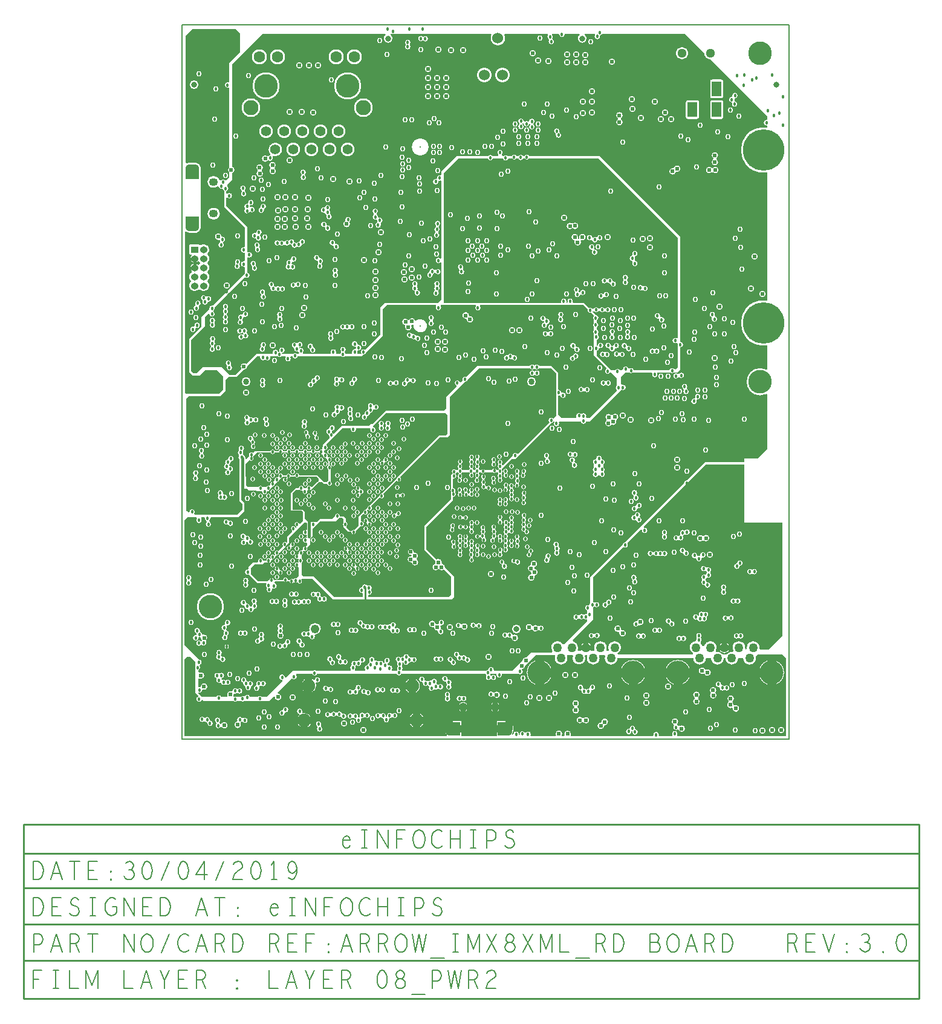
<source format=gbr>
G04 ================== begin FILE IDENTIFICATION RECORD ==================*
G04 Layout Name:  D:/ml/database/eI_Arrow_IMX8XML_RD_LAYOUT1.brd*
G04 Film Name:    L08.gbr*
G04 File Format:  Gerber RS274X*
G04 File Origin:  Cadence Allegro 17.2-S053*
G04 Origin Date:  Tue Jul 23 18:18:38 2019*
G04 *
G04 Layer:  DRAWING FORMAT/L8*
G04 Layer:  DRAWING FORMAT/FILM_LABEL_OUTLINE*
G04 Layer:  VIA CLASS/L8_PWR2*
G04 Layer:  PIN/L8_PWR2*
G04 Layer:  ETCH/L8_PWR2*
G04 Layer:  BOARD GEOMETRY/OUTLINE*
G04 *
G04 Offset:    (0.00 0.00)*
G04 Mirror:    No*
G04 Mode:      Positive*
G04 Rotation:  0*
G04 FullContactRelief:  No*
G04 UndefLineWidth:     5.00*
G04 ================== end FILE IDENTIFICATION RECORD ====================*
%FSLAX25Y25*MOIN*%
%IR0*IPPOS*OFA0.00000B0.00000*MIA0B0*SFA1.00000B1.00000*%
%ADD17C,.01*%
%AMMACRO30*
4,1,24,.0374,-.01722,
.0374,.04085,
-.0374,.04085,
-.0374,-.01722,
-.037042,-.021322,
-.035978,-.0253,
-.034239,-.029033,
-.031878,-.032406,
-.028967,-.035319,
-.025594,-.037682,
-.021863,-.039423,
-.017886,-.04049,
-.013784,-.04085,
-.01378,-.04085,
.01378,-.04085,
.017882,-.040491,
.021859,-.039424,
.025591,-.037684,
.028964,-.035321,
.031875,-.032409,
.034237,-.029036,
.035976,-.025303,
.037042,-.021326,
.0374,-.017224,
.0374,-.01722,
0.0*
%
%ADD30MACRO30*%
%AMMACRO27*
4,1,24,.01722,.0374,
-.04085,.0374,
-.04085,-.0374,
.01722,-.0374,
.021322,-.037042,
.0253,-.035978,
.029033,-.034239,
.032406,-.031878,
.035319,-.028967,
.037682,-.025594,
.039423,-.021863,
.04049,-.017886,
.04085,-.013784,
.04085,-.01378,
.04085,.01378,
.040491,.017882,
.039424,.021859,
.037684,.025591,
.035321,.028964,
.032409,.031875,
.029036,.034237,
.025303,.035976,
.021326,.037042,
.017224,.0374,
.01722,.0374,
0.0*
%
%ADD27MACRO27*%
%ADD18C,.05*%
%ADD12C,.032*%
%ADD34C,.024*%
%ADD15C,.06*%
%ADD14C,.051*%
%ADD24C,.034*%
%ADD33C,.018*%
%ADD21C,.063*%
%ADD23C,.055*%
%ADD20C,.083*%
%ADD31C,.048*%
%ADD32C,.0748*%
%ADD22C,.13*%
%ADD19C,.131*%
%ADD11O,.042X.038*%
%ADD10R,.042X.038*%
%ADD13R,.052X.083*%
%AMMACRO26*
4,1,24,-.01722,-.0374,
.04085,-.0374,
.04085,.0374,
-.01722,.0374,
-.021322,.037042,
-.0253,.035978,
-.029033,.034239,
-.032406,.031878,
-.035319,.028967,
-.037682,.025594,
-.039423,.021863,
-.04049,.017886,
-.04085,.013784,
-.04085,.01378,
-.04085,-.01378,
-.040491,-.017882,
-.039424,-.021859,
-.037684,-.025591,
-.035321,-.028964,
-.032409,-.031875,
-.029036,-.034237,
-.025303,-.035976,
-.021326,-.037042,
-.017224,-.0374,
-.01722,-.0374,
0.0*
%
%ADD26MACRO26*%
%AMMACRO29*
4,1,24,-.0374,.01722,
-.0374,-.04085,
.0374,-.04085,
.0374,.01722,
.037042,.021322,
.035978,.0253,
.034239,.029033,
.031878,.032406,
.028967,.035319,
.025594,.037682,
.021863,.039423,
.017886,.04049,
.013784,.04085,
.01378,.04085,
-.01378,.04085,
-.017882,.040491,
-.021859,.039424,
-.025591,.037684,
-.028964,.035321,
-.031875,.032409,
-.034237,.029036,
-.035976,.025303,
-.037042,.021326,
-.0374,.017224,
-.0374,.01722,
0.0*
%
%ADD29MACRO29*%
%ADD16C,.228*%
%ADD28O,.04921X.04331*%
%ADD25O,.04331X.04921*%
%ADD35C,.04*%
%ADD36C,.015*%
%ADD37C,.025*%
%ADD38C,.005*%
%ADD40C,.03004*%
%ADD44C,.05004*%
%ADD45C,.02404*%
%ADD51C,.08004*%
%ADD39C,.02604*%
%ADD41C,.03604*%
%ADD49C,.08304*%
%ADD48C,.07504*%
%ADD43C,.04804*%
%ADD47C,.06704*%
%ADD42C,.05804*%
%ADD55C,.08284*%
%ADD52C,.09296*%
%ADD50C,.10304*%
%ADD46C,.15004*%
%ADD54C,.13904*%
%ADD53O,.05134X.05724*%
G75*
%LPD*%
G75*
G36*
G01X36117Y59416D02*
X37217D01*
X37517Y59116D01*
Y56416D01*
X37500Y56400D01*
Y55644D01*
G02X37008Y55324I-350J0D01*
G03X36481Y55436I-528J-1190D01*
G03Y52832I0J-1302D01*
G03X37008Y52944I-1J1302D01*
G02X37500Y52624I142J-320D01*
G01Y52474D01*
X37489Y52444D01*
G03X37406Y51987I1219J-457D01*
G03X37489Y51530I1302J0D01*
G01X37500Y51500D01*
Y51369D01*
G02X37024Y51042I-350J0D01*
G03X36554Y51130I-471J-1214D01*
G03Y48526I0J-1302D01*
G03X37024Y48614I-1J1302D01*
G02X37500Y48287I126J-327D01*
G01Y47069D01*
X36811Y46380D01*
X36720Y46397D01*
G03X36481Y46419I-238J-1280D01*
G03X35179Y45117I0J-1302D01*
G03X35201Y44878I1302J-1D01*
G01X35218Y44787D01*
X34604Y44173D01*
X34512Y44192D01*
G03X34254Y44218I-259J-1276D01*
G03X32952Y42916I0J-1302D01*
G03X32994Y42587I1302J-1D01*
G01X33000Y42565D01*
Y42341D01*
G02X32518Y42017I-350J0D01*
G03X32027Y42113I-491J-1206D01*
G03Y39509I0J-1302D01*
G03X32518Y39605I0J1302D01*
G02X33000Y39281I132J-324D01*
G01Y39214D01*
X32972Y39171D01*
G03X32765Y38466I1095J-704D01*
G03X32972Y37761I1302J-1D01*
G01X33000Y37718D01*
Y37443D01*
X32774D01*
X32730Y37471D01*
G03X32027Y37677I-703J-1097D01*
G03Y35073I0J-1302D01*
G03X32518Y35169I0J1302D01*
G02X33000Y34845I132J-324D01*
G01Y30110D01*
X31798Y28908D01*
X31696Y28940D01*
G03X31300Y29002I-397J-1240D01*
G03X30254Y28476I0J-1303D01*
G02X29796Y28382I-281J208D01*
G03X29138Y28561I-659J-1123D01*
G03X27963Y27820I0J-1302D01*
G01X27019D01*
Y27997D01*
Y28016D01*
G03X24415I-1302J0D01*
G01Y27820D01*
X19387D01*
X19362Y27965D01*
G03X16796I-1283J-224D01*
G01X16771Y27820D01*
X16421D01*
X15701Y27100D01*
X10750D01*
X6600Y31250D01*
Y34500D01*
X8590Y36490D01*
X13191D01*
X13217Y36516D01*
X14450Y37750D01*
X14700Y37500D01*
X15908D01*
X15940Y37487D01*
G03X16437Y37388I498J1203D01*
G03X17721Y38475I0J1302D01*
G01X17730Y38530D01*
X18613Y39413D01*
X18684Y39414D01*
G03X19966Y40696I-20J1302D01*
G01X19967Y40767D01*
X20816Y41616D01*
X20891Y41614D01*
X20918D01*
G03X22220Y42916I0J1302D01*
G01Y42943D01*
X22218Y43018D01*
X25525Y46325D01*
X25579Y46335D01*
G03X26626Y47382I-234J1281D01*
G01X26636Y47436D01*
X27600Y48400D01*
Y50899D01*
X36117Y59416D01*
G37*
G36*
G01X209082Y-13000D02*
G02X208909Y-12346I0J350D01*
G03X210671Y-9307I-1740J3039D01*
G03X203667I-3502J0D01*
G03X203981Y-10755I3502J1D01*
G02X203662Y-11250I-319J-145D01*
G01X202802D01*
G02X202483Y-10755I0J350D01*
G03X202797Y-9307I-3188J1449D01*
G03X195793I-3502J0D01*
G03X196107Y-10755I3502J1D01*
G02X195788Y-11250I-319J-145D01*
G01X194256D01*
G02X193951Y-10729I0J350D01*
G03X194323Y-9308I-2530J1422D01*
G01Y-9307D01*
G03X188519I-2902J0D01*
G01Y-9308D01*
G03X188891Y-10729I2902J1D01*
G02X188586Y-11250I-305J-171D01*
G01X187054D01*
G02X186735Y-10755I0J350D01*
G03X187049Y-9307I-3188J1449D01*
G03X184281Y-5883I-3502J0D01*
G02X184107Y-5293I73J342D01*
G01X195200Y5800D01*
Y12858D01*
X195317Y12900D01*
G03X195790Y13172I-500J1416D01*
G02X196244I227J-267D01*
G03X197217Y12814I973J1143D01*
G03Y15818I0J1502D01*
G03X196244Y15460I0J-1501D01*
G02X195790I-227J267D01*
G03X195317Y15732I-973J-1144D01*
G01X195200Y15774D01*
Y29300D01*
X211984Y46084D01*
X212105Y45994D01*
G03X213000Y45698I895J1205D01*
G03X214502Y47200I0J1502D01*
G03X214206Y48095I-1502J0D01*
G01X214116Y48216D01*
X221621Y55721D01*
G02X222214Y55422I247J-248D01*
G03X222198Y55200I1486J-219D01*
G03X223700Y56702I1502J0D01*
G03X223478Y56686I-3J-1502D01*
G02X223179Y57279I-51J346D01*
G01X257600Y91700D01*
X278484D01*
Y59714D01*
X299700D01*
Y-2800D01*
X292100Y-10400D01*
X287294D01*
G02X286951Y-9983I1J350D01*
G03X287017Y-9307I-3436J677D01*
G03X280013I-3502J0D01*
G01Y-9309D01*
G03X280062Y-9892I3502J1D01*
G02X279717Y-10300I-345J-58D01*
G01X279439D01*
G02X279094Y-9892I0J350D01*
G03X279143Y-9309I-3453J584D01*
G01Y-9307D01*
G03X272139I-3502J0D01*
G03X272719Y-11237I3501J0D01*
G02X272361Y-11773I-292J-192D01*
G03X271706Y-11711I-656J-3440D01*
G01X271704D01*
G03X268990Y-13000I0J-3502D01*
G01X266544D01*
G03X263830Y-11711I-2714J-2213D01*
G01X263828D01*
G03X263173Y-11773I1J-3502D01*
G02X262815Y-11237I-66J344D01*
G03X263395Y-9307I-2921J1930D01*
G03X259893Y-5805I-3502J0D01*
G03X256518Y-8372I0J-3502D01*
G01X256483Y-8500D01*
X255430D01*
X255394Y-8372D01*
G03X254501Y-6837I-3375J-936D01*
G02X254535Y-6313I248J247D01*
G03X255119Y-5124I-918J1189D01*
G03X254761Y-4151I-1501J0D01*
G02Y-3697I267J227D01*
G03X255119Y-2724I-1143J973D01*
G03X252115I-1502J0D01*
G03X252473Y-3697I1501J0D01*
G02Y-4151I-267J-227D01*
G03X252115Y-5124I1143J-973D01*
G01Y-5126D01*
G03X252140Y-5398I1502J1D01*
G02X251816Y-5811I-344J-64D01*
G03X248517Y-9307I203J-3496D01*
G03X250279Y-12346I3502J0D01*
G02X250106Y-13000I-173J-304D01*
G01X209082D01*
G37*
G36*
G01X-25600Y331400D02*
X-1700D01*
X500Y329200D01*
Y318500D01*
X-5200Y312800D01*
Y302434D01*
G02X-5673Y302106I-350J0D01*
G03X-6200Y302202I-528J-1406D01*
G03Y299198I0J-1502D01*
G03X-5673Y299294I-1J1502D01*
G02X-5200Y298966I123J-328D01*
G01Y255503D01*
G03Y252449I957J-1527D01*
G01Y250000D01*
X-7055Y248145D01*
G02X-7566Y248163I-247J248D01*
G03X-8700Y248680I-1134J-985D01*
G03X-9938Y248029I0J-1503D01*
G02X-10563Y248134I-288J198D01*
G03X-13616Y250457I-3053J-845D01*
G01X-14206D01*
G03Y244123I0J-3167D01*
G01X-13616D01*
G03X-11685Y244780I0J3166D01*
G02X-11134Y244594I213J-278D01*
G03X-9685Y243487I1449J395D01*
G03X-9209Y243564I1J1502D01*
G02X-8759Y243321I111J-332D01*
G03X-8002Y242369I1453J379D01*
G01Y233485D01*
X-7900Y233384D01*
Y233300D01*
X3300Y222100D01*
Y211619D01*
G02X2884Y211275I-350J0D01*
G03X2601Y211302I-284J-1475D01*
G03Y208298I0J-1502D01*
G03X2884Y208325I-1J1502D01*
G02X3300Y207981I66J-344D01*
G01Y203862D01*
G02X2877Y203520I-350J0D01*
G03X2564Y203553I-313J-1468D01*
G03Y200549I0J-1502D01*
G03X2877Y200582I0J1501D01*
G02X3300Y200240I73J-342D01*
G01Y196900D01*
X-14423Y179177D01*
X-14513Y179194D01*
G03X-14783Y179218I-267J-1478D01*
G03X-16285Y177716I0J-1502D01*
G03X-16261Y177446I1502J-3D01*
G01X-16244Y177356D01*
X-20700Y172900D01*
Y167700D01*
X-27500Y160900D01*
Y142700D01*
X-25200Y140400D01*
X-21800D01*
X-18600Y143600D01*
X-12200D01*
X-8700Y140100D01*
Y132700D01*
X-11000Y130400D01*
X-29000D01*
X-29800Y131200D01*
Y219900D01*
X-29538Y220162D01*
X-29414Y220045D01*
G03X-27100Y219122I2315J2441D01*
G01X-24344D01*
G03X-20980Y222486I0J3364D01*
G01Y229296D01*
X-21000D01*
Y238600D01*
X-21050Y238650D01*
Y247764D01*
X-20980D01*
Y254574D01*
G03X-24344Y257938I-3364J0D01*
G01X-27100D01*
G03X-28685Y257540I2J-3364D01*
G02X-29200Y257849I-165J309D01*
G01Y327800D01*
X-25600Y331400D01*
G37*
G36*
G01X42159Y98300D02*
X44128D01*
X44170Y98186D01*
G03X45390Y97339I1220J455D01*
G03X45631Y97361I3J1302D01*
G01X45721Y97379D01*
X46331Y96769D01*
X46322Y96686D01*
G03X46315Y96551I1295J-135D01*
G03X47617Y95249I1302J0D01*
G03X47752Y95256I0J1302D01*
G01X47835Y95265D01*
X48567Y94533D01*
X48555Y94447D01*
G03X48542Y94265I1289J-184D01*
G03X49298Y93083I1302J0D01*
G01X49400Y93036D01*
Y91204D01*
X49298Y91157D01*
G03Y88793I546J-1182D01*
G01X49400Y88746D01*
Y82800D01*
X48600Y82000D01*
X46933D01*
X43217Y85716D01*
X33317D01*
X33282Y85844D01*
G03X30772I-1255J-347D01*
G01X30737Y85716D01*
X28650D01*
X28606Y85825D01*
G03X26194I-1206J-493D01*
G01X26150Y85716D01*
X24382D01*
X24340Y85831D01*
G03X23118Y86684I-1222J-449D01*
G03X21816Y85382I0J-1302D01*
G03X21838Y85145I1302J1D01*
G01X21855Y85055D01*
X21244Y84444D01*
X21156Y84458D01*
G03X20951Y84474I-204J-1286D01*
G03X19649Y83172I0J-1302D01*
G03X19665Y82967I1302J-1D01*
G01X19679Y82879D01*
X18849Y82049D01*
X18761Y82063D01*
G03X18556Y82079I-204J-1286D01*
G03X17254Y80777I0J-1302D01*
G03X17270Y80572I1302J-1D01*
G01X17284Y80484D01*
X16701Y79901D01*
X16607Y79922D01*
G03X16321Y79954I-287J-1270D01*
G03X15140Y79201I0J-1303D01*
G01X15093Y79100D01*
X13104D01*
X13057Y79201D01*
G03X10695I-1181J-550D01*
G01X10648Y79100D01*
X4900D01*
X3825Y80175D01*
Y84725D01*
X3800Y84750D01*
Y91816D01*
X5881Y93897D01*
X6004Y93799D01*
G03X6817Y93514I813J1017D01*
G03X8119Y94816I0J1302D01*
G03X7834Y95629I-1302J0D01*
G01X7736Y95752D01*
X10284Y98300D01*
X17391D01*
X17432Y98182D01*
G03X19896I1232J419D01*
G01X19937Y98300D01*
X21878D01*
X21924Y98195D01*
G03X24312I1194J519D01*
G01X24358Y98300D01*
X26324D01*
X26369Y98192D01*
G03X28777I1204J495D01*
G01X28822Y98300D01*
X30785D01*
X30830Y98194D01*
G03X33224I1197J513D01*
G01X33269Y98300D01*
X35222D01*
X35265Y98188D01*
G03X37697I1216J465D01*
G01X37740Y98300D01*
X39713D01*
X39760Y98200D01*
G03X42112I1176J561D01*
G01X42159Y98300D01*
G37*
G36*
G01X133166Y179500D02*
X190000D01*
X192313Y177187D01*
X192278Y177084D01*
G03X192198Y176600I1422J-484D01*
G03X193700Y175098I1502J0D01*
G03X194184Y175178I0J1502D01*
G01X194287Y175213D01*
X195800Y173700D01*
Y173471D01*
X195746Y173419D01*
G03X195278Y172330I1033J-1089D01*
G03X195800Y171192I1501J0D01*
G01Y169641D01*
G03Y167299I939J-1171D01*
G01Y165817D01*
G03Y163523I970J-1147D01*
G01Y162532D01*
G03Y160928I1270J-802D01*
G01Y156506D01*
G03Y154674I1189J-916D01*
G01Y151600D01*
X202639Y144761D01*
G02X202563Y144209I-248J-247D01*
G03X201798Y142900I737J-1309D01*
G03X203300Y141398I1502J0D01*
G03X204609Y142163I0J1502D01*
G02X205161Y142239I305J-172D01*
G01X208200Y139200D01*
Y134921D01*
G03Y132679I1001J-1121D01*
G01Y132100D01*
X193400Y117300D01*
X191744D01*
G02X191416Y117773I0J350D01*
G03X191512Y118300I-1406J528D01*
G03X190010Y119802I-1502J0D01*
G03X189058Y119462I0J-1503D01*
G02X188584Y119490I-222J270D01*
G03X187500Y119952I-1084J-1041D01*
G03X185998Y118450I0J-1502D01*
G03X186145Y117801I1502J-1D01*
G02X185830Y117300I-315J-151D01*
G01X178000D01*
X176100Y119200D01*
Y129425D01*
G02X176267Y129600I175J0D01*
G03X176749Y129702I-66J1500D01*
G02X177221Y129437I127J-326D01*
G03X178700Y128198I1479J263D01*
G03Y131202I0J1502D01*
G03X178151Y131098I0J-1501D01*
G02X177679Y131363I-127J326D01*
G03X176267Y132600I-1479J-263D01*
G02X176100Y132775I8J175D01*
G01Y142200D01*
X172250Y146050D01*
X165618D01*
G03X164317Y146802I-1301J-749D01*
G03X163256Y146363I0J-1502D01*
G02X162761I-248J248D01*
G03X161700Y146802I-1061J-1063D01*
G03X160399Y146050I0J-1501D01*
G01X131500D01*
X125383Y139933D01*
X125276Y139976D01*
G03X124717Y140084I-559J-1393D01*
G03X123215Y138582I0J-1502D01*
G03X123323Y138023I1501J0D01*
G01X123366Y137916D01*
X122399Y136949D01*
G02X121831Y137057I-247J248D01*
G03X120455Y137957I-1376J-602D01*
G03X118953Y136455I0J-1502D01*
G03X119853Y135079I1502J0D01*
G02X119961Y134511I-140J-321D01*
G01X114400Y128950D01*
Y122400D01*
X113075Y121075D01*
X101725D01*
X101700Y121100D01*
X81000D01*
X80701Y120802D01*
X80585D01*
X73784Y114000D01*
X72700D01*
X71500Y112800D01*
X56700D01*
X52410Y108510D01*
G02X51888Y108541I-247J248D01*
G03X51365Y108937I-1022J-807D01*
G02X51159Y109344I134J323D01*
G03X51202Y109700I-1459J357D01*
G03X51197Y109825I-1502J3D01*
G02X51518Y110203I349J29D01*
G03X52902Y111700I-118J1497D01*
G03X49898I-1502J0D01*
G03X49903Y111575I1502J-3D01*
G02X49582Y111197I-349J-29D01*
G03X48198Y109700I118J-1497D01*
G03X49313Y108249I1502J0D01*
G02X49570Y107873I-91J-338D01*
G03X49563Y107735I1295J-135D01*
G03X50059Y106712I1303J0D01*
G02X50090Y106190I-217J-275D01*
G01X46300Y102400D01*
Y101416D01*
X46098Y101215D01*
Y100254D01*
G02X45673Y99912I-350J0D01*
G03X45390Y99943I-282J-1271D01*
G03X44176Y99112I0J-1302D01*
G01X44133Y99000D01*
X42222D01*
X42186Y99126D01*
G03X39686I-1250J-367D01*
G01X39650Y99000D01*
X37742D01*
X37699Y99113D01*
G03X35263I-1218J-460D01*
G01X35220Y99000D01*
X33302D01*
X33262Y99120D01*
G03X30792I-1235J-413D01*
G01X30752Y99000D01*
X28843D01*
X28802Y99117D01*
G03X26344I-1229J-430D01*
G01X26303Y99000D01*
X24395D01*
X24355Y99120D01*
G03X21881I-1237J-406D01*
G01X21841Y99000D01*
X19909D01*
X19864Y99107D01*
G03X17464I-1200J-505D01*
G01X17419Y99000D01*
X8600D01*
X7637Y98037D01*
X7519Y98113D01*
G03X6817Y98318I-701J-1097D01*
G03X5515Y97016I0J-1302D01*
G03X5720Y96314I1302J-1D01*
G01X5796Y96196D01*
X4050Y94450D01*
G02X3752Y94574I-123J124D01*
G01Y94900D01*
G03X3238Y96138I-1751J-1D01*
G01X2738Y96638D01*
G03X2337Y96938I-1239J-1238D01*
G02X2198Y97415I168J308D01*
G03X2386Y98142I-1314J728D01*
G03X2207Y98853I-1502J0D01*
G02X2302Y99297I308J166D01*
G03X2891Y100489I-912J1192D01*
G03X-113I-1502J0D01*
G03X66Y99778I1502J0D01*
G02X-29Y99334I-308J-166D01*
G03X-618Y98142I912J-1192D01*
G03X7Y96923I1501J0D01*
G02X85Y96432I-205J-284D01*
G03X-252Y95400I1415J-1033D01*
G03X248Y94175I1751J0D01*
G01Y73200D01*
G03X295Y72798I1752J1D01*
G01X300Y72778D01*
Y71600D01*
X1900Y70000D01*
Y66700D01*
X-900Y63900D01*
X-24348D01*
G02X-24623Y64467I0J350D01*
G03X-24298Y65400I-1177J933D01*
G03X-27302I-1502J0D01*
G03X-27301Y65356I1502J12D01*
G02X-27899Y65099I-350J-10D01*
G01X-28900Y66100D01*
Y128000D01*
X-27600Y129300D01*
X-10300D01*
X-7300Y132300D01*
Y138300D01*
X-5700Y139900D01*
X-1300D01*
X2608Y143808D01*
X2687Y143803D01*
G03X2798Y143800I104J1799D01*
G03X4600Y145602I0J1802D01*
G03X4597Y145713I-1802J7D01*
G01X4592Y145792D01*
X10000Y151200D01*
X11413D01*
G02X11754Y150771I0J-350D01*
G03X11715Y150433I1463J-340D01*
G03X13217Y148931I1502J0D01*
G03X14201Y149298I0J1503D01*
G02X14689Y149270I230J-264D01*
G03X15799Y148780I1110J1012D01*
G03X17301Y150282I0J1502D01*
G03X17229Y150743I-1502J2D01*
G02X17562Y151200I333J107D01*
G01X21227D01*
G03X23607I1190J915D01*
G01X25584D01*
G02X25874Y150655I0J-350D01*
G03X25618Y149816I1247J-839D01*
G03X28622I1502J0D01*
G03X28366Y150655I-1503J0D01*
G02X28656Y151200I290J195D01*
G01X29487D01*
X29522Y151070D01*
G03X32424I1451J389D01*
G01X32459Y151200D01*
X56194D01*
G03X58612I1209J891D01*
G01X67800D01*
X68712Y152112D01*
X68781Y152115D01*
G03X70218Y153552I-64J1501D01*
G01X70221Y153621D01*
X79200Y162600D01*
Y177000D01*
X81700Y179500D01*
X108548D01*
G02X108823Y178933I0J-350D01*
G03X108498Y178000I1177J-933D01*
G03X111502I1502J0D01*
G03X111177Y178933I-1502J0D01*
G02X111452Y179500I275J217D01*
G01X130434D01*
G02X130692Y178914I0J-350D01*
G03X130298Y177900I1108J-1014D01*
G03X133302I1502J0D01*
G03X132908Y178914I-1502J0D01*
G02X133166Y179500I258J236D01*
G37*
G36*
G01X81000Y119800D02*
X113900D01*
X115000Y118700D01*
Y108500D01*
X113900Y107400D01*
X110450D01*
X87577Y84527D01*
X87554Y84515D01*
G03X87018Y83979I613J-1149D01*
G01X87006Y83956D01*
X78526Y75476D01*
X78477Y75465D01*
G03X77507Y74495I298J-1268D01*
G01X77496Y74446D01*
X71843Y68793D01*
X71795Y68781D01*
G03X70838Y67824I308J-1265D01*
G01X70826Y67776D01*
X69523Y66473D01*
X69477Y66461D01*
G03X68539Y65523I323J-1261D01*
G01X68527Y65477D01*
X65934Y62884D01*
Y57950D01*
X63564Y55580D01*
X63472Y55597D01*
G03X63225Y55621I-249J-1278D01*
G03X62068Y54916I0J-1302D01*
G01X61116D01*
X59141Y56891D01*
G02X59228Y57450I247J248D01*
G03X59933Y58607I-597J1157D01*
G03X59029Y59847I-1302J0D01*
G01X58908Y59886D01*
Y62008D01*
X58017Y62900D01*
X55949D01*
G02X55599Y63237I0J350D01*
G03X54298Y64492I-1301J-47D01*
G03X52996Y63190I0J-1302D01*
G03X53000Y63087I1302J-1D01*
G01X53006Y63006D01*
X51400Y61400D01*
X44800D01*
X43400Y60000D01*
X38200D01*
X36300Y61900D01*
Y65616D01*
X35316Y66600D01*
X29933D01*
X29517Y67016D01*
Y75516D01*
X31417Y77416D01*
X32917D01*
X33001Y77500D01*
X33664D01*
G03X34404Y77269I740J1070D01*
G03X34752Y77316I1J1302D01*
G02X35185Y76890I94J-337D01*
G03X35142Y76560I1259J-332D01*
G03X37746I1302J0D01*
G03X37660Y77025I-1302J0D01*
G02X37987Y77500I327J125D01*
G01X38049D01*
X38085Y77482D01*
G03X38657Y77350I571J1170D01*
G03X39229Y77482I1J1302D01*
G01X39265Y77500D01*
X39590D01*
X44006Y81916D01*
X45917D01*
X47017Y80816D01*
X48735D01*
X48773Y80693D01*
G03X50017Y79775I1244J384D01*
G03X51319Y81077I0J1302D01*
G03X50597Y82243I-1303J0D01*
G01X50500Y82291D01*
Y88850D01*
G03X51146Y89975I-657J1125D01*
G03X50224Y91220I-1302J0D01*
G01X50100Y91258D01*
Y92982D01*
X50224Y93020D01*
G03X51146Y94265I-380J1245D01*
G03X49844Y95567I-1302J0D01*
G03X49435Y95501I0J-1302D01*
G01X49333Y95467D01*
X48801Y95999D01*
X48840Y96104D01*
G03X48919Y96551I-1223J447D01*
G03X47617Y97853I-1302J0D01*
G03X47485Y97846I3J-1302D01*
G02X47100Y98195I-35J348D01*
G01Y99245D01*
G02X47485Y99594I350J1D01*
G03X47617Y99587I135J1295D01*
G03X48919Y100889I0J1302D01*
G03X48400Y101929I-1302J0D01*
G01Y103000D01*
X57100Y111700D01*
X61304D01*
G02X61643Y111265I0J-350D01*
G03X61598Y110900I1458J-365D01*
G03X64602I1502J0D01*
G03X64557Y111265I-1503J0D01*
G02X64896Y111700I339J85D01*
G01X72217D01*
G02X72538Y111211I0J-350D01*
G03X72415Y110616I1378J-595D01*
G03X75419I1502J0D01*
G03X74105Y112106I-1502J0D01*
G02X73901Y112701I43J347D01*
G01X81000Y119800D01*
G37*
G36*
G01X165618Y144550D02*
X172150D01*
X174900Y141800D01*
Y131852D01*
G03Y130348I1299J-752D01*
G01Y118400D01*
X173486Y116986D01*
G02X173241Y116983I-124J123D01*
G03X172200Y117402I-1041J-1084D01*
G03X170698Y115900I0J-1502D01*
G03X171117Y114859I1503J0D01*
G01X171236Y114736D01*
X154200Y97700D01*
X153000D01*
G03X152165Y98003I-835J-999D01*
G03X150863Y96701I0J-1302D01*
G03X150896Y96411I1302J1D01*
G01X150917Y96317D01*
X145673Y91073D01*
G02X145120Y91150I-247J248D01*
G03X144908Y91432I-1137J-634D01*
G02X144914Y91930I249J246D01*
G03X145311Y92866I-905J936D01*
G03X142707I-1302J0D01*
G03X143084Y91950I1301J0D01*
G02X143078Y91452I-249J-246D01*
G03X142681Y90516I905J-936D01*
G03X143273Y89425I1301J0D01*
G02X143284Y88846I-191J-293D01*
G03X142889Y88400I751J-1063D01*
G01X142125D01*
X142084Y88518D01*
G03X139622I-1231J-424D01*
G01X139581Y88400D01*
X135689D01*
G03X133379I-1155J-601D01*
G01X132705D01*
X132660Y88506D01*
G03X132335Y88960I-1197J-513D01*
G02X132327Y89472I235J260D01*
G03X132726Y90410I-903J938D01*
G03X132253Y91414I-1302J0D01*
G02X132265Y91964I222J270D01*
G03X132785Y93005I-782J1041D01*
G03X132188Y94099I-1301J0D01*
G02X132180Y94682I190J294D01*
G03X132747Y95757I-736J1075D01*
G03X130143I-1302J0D01*
G03X130740Y94663I1301J0D01*
G02X130748Y94080I-190J-294D01*
G03X130181Y93005I736J-1075D01*
G03X130654Y92001I1302J0D01*
G02X130642Y91451I-222J-270D01*
G03X130122Y90410I782J-1041D01*
G03X130552Y89443I1302J0D01*
G02X130560Y88931I-235J-260D01*
G03X130266Y88506I903J-939D01*
G01X130221Y88400D01*
X129365D01*
X129320Y88506D01*
G03X129011Y88944I-1196J-516D01*
G02X129019Y89463I238J256D01*
G03X129464Y90444I-857J980D01*
G03X128998Y91442I-1302J0D01*
G02X129005Y91985I224J269D01*
G03X129498Y93005I-809J1020D01*
G03X129009Y94022I-1302J0D01*
G02X129029Y94585I218J274D01*
G03X129596Y95659I-734J1074D01*
G03X126992I-1302J0D01*
G03X127481Y94642I1302J0D01*
G02X127461Y94079I-218J-274D01*
G03X126894Y93005I734J-1074D01*
G03X127360Y92007I1302J0D01*
G02X127353Y91464I-224J-269D01*
G03X126860Y90444I809J-1020D01*
G03X127275Y89490I1302J-1D01*
G02X127267Y88971I-238J-256D01*
G03X126928Y88506I857J-981D01*
G01X126883Y88400D01*
X123154D01*
G03X122738Y88901I-1178J-555D01*
G02X122712Y89448I205J284D01*
G03X123158Y90429I-856J981D01*
G03X122703Y91418I-1302J0D01*
G02X122745Y91980I228J266D01*
G03X123357Y93084I-690J1104D01*
G03X120753I-1302J0D01*
G03X121208Y92095I1302J0D01*
G02X121166Y91533I-228J-266D01*
G03X120554Y90429I690J-1104D01*
G03X121094Y89373I1303J0D01*
G02X121120Y88826I-205J-284D01*
G03X120798Y88400I856J-981D01*
G01X119835D01*
G03X118727Y89018I-1108J-684D01*
G03X117425Y87716I0J-1302D01*
G03X117739Y86868I1302J0D01*
G01X117845Y86745D01*
X117100Y86000D01*
Y78249D01*
G03Y76439I936J-905D01*
G01Y75594D01*
X117091Y75567D01*
G03X117027Y75163I1238J-403D01*
G03X117091Y74759I1302J-1D01*
G01X117100Y74732D01*
Y72400D01*
X102300Y57600D01*
Y44400D01*
X108333Y38367D01*
X108301Y38265D01*
G03X108215Y37716I1716J-550D01*
G03X108292Y37195I1801J0D01*
G02X108048Y36756I-335J-101D01*
G03X106715Y35016I469J-1740D01*
G03X108517Y33214I1802J0D01*
G03X109857Y33811I0J1802D01*
G02X110377I260J-234D01*
G03X111717Y33214I1340J1205D01*
G03X112857Y33620I0J1802D01*
G01X112980Y33720D01*
X117000Y29700D01*
Y19800D01*
X115700Y18500D01*
X71202D01*
Y19383D01*
G02X71602Y19730I350J1D01*
G03X71817Y19714I219J1486D01*
G03X73319Y21216I0J1502D01*
G03X72953Y22199I-1503J0D01*
G02X72949Y22652I265J229D01*
G03X73299Y23616I-1153J964D01*
G03X71797Y25118I-1502J0D01*
G03X70935Y24846I0J-1502D01*
G01X70815Y24762D01*
X70493Y25084D01*
G03X69431Y25524I-1062J-1062D01*
G03X67933Y24124I0J-1501D01*
G02X67606Y23799I-349J24D01*
G03X66198Y22300I94J-1499D01*
G03X67700Y20798I1502J0D01*
G03X67820Y20803I-2J1502D01*
G02X68198Y20454I28J-349D01*
G01Y18500D01*
X52500D01*
X41080Y29920D01*
X35630D01*
X34700Y30850D01*
Y37328D01*
G03Y39604I-633J1138D01*
G01Y41688D01*
X34801Y41735D01*
G03X35556Y42916I-546J1181D01*
G03X35347Y43623I-1302J0D01*
G01X35271Y43742D01*
X35641Y44112D01*
X35760Y44033D01*
G03X36481Y43815I721J1083D01*
G03X37783Y45117I0J1302D01*
G03X37566Y45837I-1303J0D01*
G01X37486Y45957D01*
X39217Y47687D01*
Y50716D01*
X39362Y50861D01*
G03X39834Y51333I-654J1126D01*
G01X40500Y51999D01*
Y55983D01*
X44717Y60200D01*
X53300D01*
X55200Y62100D01*
X57100D01*
X57600Y61600D01*
X57617D01*
Y59424D01*
G03Y57790I1015J-817D01*
G01Y57116D01*
X60333Y54400D01*
X61915D01*
X61926Y54236D01*
G03X63225Y53017I1299J83D01*
G03X64527Y54319I0J1302D01*
G03X64482Y54658I-1302J0D01*
G01X64456Y54756D01*
X67200Y57500D01*
X67400D01*
Y57530D01*
G03X67666Y57503I264J1275D01*
G03X68968Y58805I0J1302D01*
G03X67732Y60105I-1302J0D01*
G02X67400Y60455I18J350D01*
G01Y63100D01*
X68486Y64186D01*
G02X68959Y64206I247J-248D01*
G03X69800Y63898I841J994D01*
G03X71102Y65200I0J1302D01*
G03X70794Y66041I-1302J0D01*
G02X70814Y66514I268J226D01*
G01X71039Y66739D01*
X71164Y66614D01*
X71165Y66613D01*
G03X72103Y66214I938J903D01*
G03X73405Y67516I0J1302D01*
G03X73102Y68351I-1302J0D01*
G02X73123Y68823I268J225D01*
G01X77715Y73415D01*
X77840Y73291D01*
X77841Y73290D01*
G03X78775Y72895I934J907D01*
G03X80077Y74197I0J1302D01*
G03X79682Y75131I-1302J0D01*
G01X79681Y75132D01*
X79557Y75257D01*
X86748Y82448D01*
G02X87244I248J-247D01*
G03X88167Y82064I923J917D01*
G03X89469Y83366I0J1302D01*
G03X89085Y84289I-1301J0D01*
G02Y84785I247J248D01*
G01X110700Y106400D01*
X114900D01*
X116200Y107700D01*
Y128600D01*
X124679Y137079D01*
X124749Y137080D01*
G03X126219Y138550I-32J1502D01*
G01X126220Y138620D01*
X132150Y144550D01*
X160399D01*
G03X161700Y143798I1301J749D01*
G03X162761Y144237I0J1502D01*
G02X163256I248J-248D01*
G03X164317Y143798I1061J1063D01*
G03X165618Y144550I0J1501D01*
G37*
G36*
G01X200429Y328900D02*
X246000D01*
X256542Y318358D01*
X256541Y318285D01*
Y318251D01*
G03X259893Y314899I3352J0D01*
G01X259927D01*
X260000Y314900D01*
X291400Y283500D01*
Y281740D01*
G02X291010Y281392I-350J0D01*
G03X290840Y281402I-173J-1492D01*
G03Y278398I0J-1502D01*
G03X291010Y278408I-3J1502D01*
G02X291400Y278060I40J-348D01*
G01Y277469D01*
G02X290999Y277123I-350J0D01*
G03X289190Y277256I-1811J-12269D01*
G03Y252452I0J-12402D01*
G03X290999Y252585I-2J12402D01*
G02X291400Y252239I51J-346D01*
G01Y182193D01*
G02X290999Y181847I-350J0D01*
G03X289190Y181980I-1811J-12269D01*
G03Y157176I0J-12402D01*
G03X290999Y157309I-2J12402D01*
G02X291400Y156963I51J-346D01*
G01Y144129D01*
G02X290890Y143818I-350J0D01*
G03X287453Y144652I-3438J-6668D01*
G01X287451D01*
G03Y129648I0J-7502D01*
G01X287453D01*
G03X290890Y130482I-1J7502D01*
G02X291400Y130171I160J-311D01*
G01Y100100D01*
X286018Y94718D01*
X278484D01*
Y92840D01*
X256840D01*
X246815Y82815D01*
X246762Y82805D01*
G03X245362Y81405I322J-1722D01*
G01X245352Y81352D01*
X212665Y48665D01*
X212619Y48653D01*
G03X211547Y47581I381J-1453D01*
G01X211535Y47535D01*
X193500Y29500D01*
Y15038D01*
G03X193315Y14355I1317J-723D01*
G02X192859Y14030I-350J8D01*
G03X192400Y14102I-459J-1430D01*
G03X190898Y12600I0J-1502D01*
G03X191885Y11189I1502J0D01*
G01X192000Y11147D01*
Y9652D01*
X191982Y9574D01*
G03X191918Y9421I1352J-655D01*
G02X191526Y9194I-330J117D01*
G03X191260Y9218I-267J-1478D01*
G01X191257D01*
G03X190284Y8860I0J-1501D01*
G02X189830I-227J267D01*
G03X188857Y9218I-973J-1143D01*
G03X187567Y8486I0J-1503D01*
G02X187009Y8429I-300J180D01*
G03X185900Y8918I-1109J-1013D01*
G03Y5914I0J-1502D01*
G03X187190Y6646I0J1503D01*
G02X187748Y6703I300J-180D01*
G03X188857Y6214I1109J1013D01*
G03X189830Y6572I0J1501D01*
G02X190284I227J-267D01*
G03X191257Y6214I973J1143D01*
G01X191259D01*
G03X191576Y6248I-1J1502D01*
G02X192000Y5906I74J-342D01*
G01Y5300D01*
X179187Y-7513D01*
G02X178643Y-7451I-247J247D01*
G03X175673Y-5805I-2970J-1856D01*
G03X172171Y-9307I0J-3502D01*
G03X172893Y-11437I3503J0D01*
G02X172616Y-12000I-278J-213D01*
G01X161000D01*
X158289Y-14711D01*
X158212Y-14707D01*
G03X158140Y-14705I-86J-1800D01*
G01X158139D01*
G03X156338Y-16506I1J-1802D01*
G01Y-16507D01*
G03X156340Y-16579I1802J14D01*
G01X156344Y-16656D01*
X155399Y-17601D01*
X155364Y-17614D01*
G03X154314Y-18664I636J-1686D01*
G01X154301Y-18699D01*
X150800Y-22200D01*
X140862D01*
G02X140518Y-21786I0J350D01*
G03X140543Y-21513I-1478J273D01*
G03X139041Y-20011I-1502J0D01*
G03X137544Y-21393I0J-1502D01*
G02X137223Y-21714I-349J28D01*
G03X136232Y-22200I120J-1497D01*
G01X90231D01*
G02X89945Y-21649I0J350D01*
G03X90219Y-20784I-1228J865D01*
G03X89861Y-19811I-1501J0D01*
G02Y-19357I267J227D01*
G03X90219Y-18384I-1143J973D01*
G03X90112Y-17828I-1502J-1D01*
G02X90415Y-17350I325J129D01*
G03X90440Y-17348I-107J1498D01*
G02X90630Y-17512I15J-174D01*
G03X92129Y-18927I1499J86D01*
G03X93588Y-17783I0J1502D01*
G02X93958Y-17517I340J-83D01*
G03X94086Y-17523I134J1496D01*
G03X95059Y-17165I0J1501D01*
G02X95513I227J-267D01*
G03X96486Y-17523I973J1143D01*
G03Y-14519I0J1502D01*
G03X95513Y-14877I0J-1501D01*
G02X95059I-227J267D01*
G03X94102Y-14519I-973J-1144D01*
G02X93758Y-14210I4J350D01*
G03X92266Y-12882I-1492J-174D01*
G03X90796Y-14076I0J-1502D01*
G02X90427Y-14353I-342J72D01*
G03X90317Y-14349I-110J-1498D01*
G01X90316D01*
G03X89343Y-14707I0J-1501D01*
G02X88889I-227J267D01*
G03X87916Y-14349I-973J-1143D01*
G03X86414Y-15851I0J-1502D01*
G03X87243Y-17194I1502J0D01*
G02X87394Y-17672I-157J-312D01*
G03X87215Y-18382I1323J-711D01*
G01Y-18384D01*
G03X87573Y-19357I1501J0D01*
G02Y-19811I-267J-227D01*
G03X87215Y-20784I1143J-973D01*
G01Y-20785D01*
G03X87413Y-21530I1502J0D01*
G02X87315Y-21986I-304J-173D01*
G03X87079Y-22200I885J-1214D01*
G01X84556D01*
G02X84284Y-21630I0J350D01*
G03X84619Y-20684I-1168J946D01*
G03X83117Y-19182I-1502J0D01*
G01X83116D01*
G03X82657Y-19254I0J-1502D01*
G02X82204Y-18971I-107J333D01*
G03X82009Y-18417I-1487J-212D01*
G02X82198Y-17907I301J179D01*
G03X83219Y-16484I-481J1423D01*
G03X80215I-1502J0D01*
G01Y-16486D01*
G03X80425Y-17251I1502J1D01*
G02X80236Y-17761I-301J-179D01*
G03X80117Y-17807I482J-1423D01*
G02X79644Y-17593I-140J321D01*
G03X78213Y-16547I-1431J-456D01*
G03X77240Y-16905I0J-1501D01*
G02X76786I-227J267D01*
G03X75813Y-16547I-973J-1143D01*
G01X75812D01*
G03X75253Y-16655I0J-1502D01*
G02X74778Y-16268I-131J324D01*
G03X74802Y-16001I-1478J267D01*
G01Y-16000D01*
G03X71798I-1502J0D01*
G03X72125Y-16936I1503J0D01*
G02X71978Y-17480I-274J-218D01*
G03X71023Y-18761I542J-1401D01*
G02X70702Y-19082I-349J28D01*
G03X69320Y-20579I120J-1497D01*
G03X69730Y-21610I1501J0D01*
G02X69475Y-22200I-255J-240D01*
G01X64067D01*
G02X63831Y-21592I0J350D01*
G03X64319Y-20484I-1014J1108D01*
G03X64153Y-19798I-1502J0D01*
G02X64285Y-19338I311J160D01*
G03X64486Y-19193I-775J1287D01*
G02X64940I227J-267D01*
G03X65913Y-19551I973J1143D01*
G03X67415Y-18049I0J1502D01*
G03X67410Y-17929I-1502J-2D01*
G02X67827Y-17558I349J28D01*
G03X68114Y-17586I289J1474D01*
G01X68117D01*
G03X66615Y-16084I0J1502D01*
G03X66620Y-16204I1502J2D01*
G02X66203Y-16575I-349J-28D01*
G03X65916Y-16547I-289J-1474D01*
G01X65913D01*
G03X64940Y-16905I0J-1501D01*
G02X64486I-227J267D01*
G03X63513Y-16547I-973J-1143D01*
G03X62011Y-18049I0J-1502D01*
G03X62177Y-18735I1502J0D01*
G02X62045Y-19195I-311J-160D01*
G03X61315Y-20484I773J-1289D01*
G03X61803Y-21592I1502J0D01*
G02X61567Y-22200I-236J-258D01*
G01X42823D01*
G03X40777I-1023J-1101D01*
G01X29700D01*
X25916Y-25984D01*
G02X25318Y-25727I-248J247D01*
G03X25319Y-25684I-1501J56D01*
G03X23817Y-27186I-1502J0D01*
G03X23860Y-27185I-13J1502D01*
G02X24117Y-27783I10J-350D01*
G01X15400Y-36500D01*
X12731D01*
G03X10303I-1214J-883D01*
G01X6014D01*
X5984Y-36362D01*
G03X4517Y-35182I-1467J-322D01*
G03X3163Y-36034I0J-1502D01*
G02X2710Y-36204I-315J152D01*
G03X2117Y-36082I-593J-1380D01*
G03X1077Y-36500I0J-1503D01*
G01X-1104D01*
G03X-1883Y-36282I-779J-1283D01*
G01X-1885D01*
G03X-2624Y-36477I1J-1502D01*
G01X-2665Y-36500D01*
X-2753D01*
G02X-3064Y-35990I0J350D01*
G03X-2866Y-35169I-1603J821D01*
G03X-2871Y-35040I-1802J-5D01*
G02X-2424Y-34679I349J25D01*
G03X-2008Y-34738I417J1443D01*
G03X-1035Y-34380I0J1501D01*
G02X-581I227J-267D01*
G03X392Y-34738I973J1143D01*
G03Y-31734I0J1502D01*
G03X-581Y-32092I0J-1501D01*
G02X-1035I-227J267D01*
G03X-2008Y-31734I-973J-1143D01*
G03X-3509Y-33186I0J-1502D01*
G02X-3991Y-33499I-350J11D01*
G03X-4668Y-33367I-677J-1670D01*
G03X-6470Y-35169I0J-1802D01*
G03X-6272Y-35990I1801J0D01*
G02X-6583Y-36500I-311J-160D01*
G01X-9699D01*
G03X-12467I-1384J-584D01*
G01X-20200D01*
X-22300Y-34400D01*
Y-34147D01*
X-22103D01*
X-22081Y-34153D01*
G03X-21701Y-34202I381J1453D01*
G01X-21700D01*
G03X-20203Y-32822I0J1502D01*
G02X-19748Y-32517I349J-28D01*
G03X-19202Y-32602I547J1717D01*
G01X-19200D01*
G03X-21002Y-30800I0J1802D01*
G03X-21001Y-30868I1802J-8D01*
G02X-21416Y-31225I-350J-13D01*
G03X-21699Y-31198I-284J-1475D01*
G01X-21700D01*
G03X-21903Y-31212I2J-1502D01*
G02X-22300Y-30865I-47J347D01*
G01Y-26578D01*
G02X-21779Y-26273I350J0D01*
G03X-20900Y-26502I879J1572D01*
G03Y-22898I0J1802D01*
G03X-21779Y-23127I0J-1801D01*
G02X-22300Y-22822I-171J305D01*
G01Y-21721D01*
X-22195Y-21675D01*
G03X-21298Y-20300I-605J1375D01*
G03X-21631Y-19357I-1502J0D01*
G02X-21480Y-18809I272J220D01*
G03X-20498Y-17400I-520J1409D01*
G03X-22000Y-15898I-1502J0D01*
G03X-22112Y-15902I-2J-1502D01*
G01X-22192Y-15908D01*
X-29900Y-8200D01*
Y60700D01*
X-28200Y62400D01*
X-23366D01*
G02X-23108Y61814I0J-350D01*
G03X-23502Y60800I1108J-1014D01*
G03X-20498I1502J0D01*
G03X-20892Y61814I-1502J0D01*
G02X-20634Y62400I258J236D01*
G01X-19135D01*
G02X-18788Y62003I0J-350D01*
G03X-18802Y61800I1488J-205D01*
G03X-17888Y60418I1502J0D01*
G02X-17794Y59833I-137J-322D01*
G03X-18302Y58707I994J-1126D01*
G03X-15298I1502J0D01*
G03X-16212Y60089I-1502J0D01*
G02X-16306Y60674I137J322D01*
G03X-15798Y61800I-994J1126D01*
G03X-15812Y62003I-1502J-2D01*
G02X-15465Y62400I347J47D01*
G01X-400D01*
X3100Y65900D01*
Y70400D01*
X1302Y72199D01*
Y78300D01*
X4500D01*
X5600Y77200D01*
X9800D01*
X10000Y77000D01*
X12546D01*
G02X12892Y76602I-1J-350D01*
G03X12880Y76426I1290J-176D01*
G01Y76425D01*
G03X15484I1302J0D01*
G01Y76426D01*
G03X15472Y76602I-1302J0D01*
G02X15818Y77000I347J48D01*
G01X16200D01*
X16573Y77373D01*
X16622Y77385D01*
G03X17588Y78351I-301J1267D01*
G01X17600Y78400D01*
X18680Y79480D01*
X18738Y79488D01*
G03X19845Y80595I-182J1289D01*
G01X19853Y80653D01*
X21075Y81875D01*
X21133Y81883D01*
G03X22240Y82990I-182J1289D01*
G01X22248Y83048D01*
X23290Y84090D01*
X23345Y84100D01*
G03X24284Y84803I-227J1282D01*
G01X24332Y84900D01*
X26166D01*
X26213Y84797D01*
G03X26465Y84427I1186J537D01*
G01X26489Y84402D01*
X26568Y84208D01*
X26316Y84106D01*
X26238Y84163D01*
G03X25477Y84408I-760J-1057D01*
G03X26779Y83106I0J-1302D01*
G01Y83107D01*
G03X26683Y83597I-1302J-1D01*
G02X27090Y84068I324J131D01*
G03X27400Y84031I308J1265D01*
G03X28587Y84797I0J1303D01*
G01X28634Y84900D01*
X30870D01*
G03X33184I1157J597D01*
G01X42960D01*
X44060Y83800D01*
Y82730D01*
X40411Y79081D01*
G02X39845Y79185I-247J248D01*
G03X38657Y79954I-1188J-533D01*
G03X37360Y78760I0J-1301D01*
G01X37347Y78600D01*
X35715D01*
X35694Y78751D01*
G03X33114I-1290J-181D01*
G01X33093Y78600D01*
X31200D01*
X28600Y76000D01*
Y66350D01*
X28850Y66100D01*
X34530D01*
X35300Y65330D01*
Y60500D01*
X33782Y58982D01*
G02X33210Y59097I-248J247D01*
G03X32004Y59909I-1206J-490D01*
G03X30702Y58607I0J-1302D01*
G03X31514Y57401I1302J0D01*
G02X31629Y56829I-132J-324D01*
G01X31381Y56581D01*
X31227Y56735D01*
X31214Y56775D01*
G03X29973Y57682I-1241J-395D01*
G03X28671Y56380I0J-1302D01*
G03X29377Y55223I1301J0D01*
G02X29464Y54664I-160J-311D01*
G01X26600Y51800D01*
Y48700D01*
X26355Y48455D01*
X26231Y48570D01*
G03X25345Y48918I-886J-954D01*
G03X24043Y47616I0J-1302D01*
G03X24371Y46752I1302J0D01*
G01X24391Y46729D01*
X24459Y46559D01*
X21786Y43886D01*
G03X20918Y44218I-868J-969D01*
G03X19616Y42916I0J-1302D01*
G01Y42915D01*
G03X19856Y42162I1302J0D01*
G01X19941Y42041D01*
X19567Y41667D01*
X19445Y41758D01*
G03X18664Y42018I-781J-1043D01*
G03X17362Y40716I0J-1302D01*
G03X17622Y39935I1303J0D01*
G01X17713Y39813D01*
X17439Y39539D01*
X17315Y39651D01*
G03X16437Y39992I-878J-960D01*
G03X15135Y38690I0J-1302D01*
G01Y38500D01*
X13283D01*
X13270Y38662D01*
G03X11972Y39865I-1298J-99D01*
G03X10670Y38563I0J-1302D01*
G01Y38561D01*
G03X10734Y38159I1302J1D01*
G02X10402Y37700I-332J-109D01*
G01X7800D01*
X5200Y35100D01*
Y34048D01*
G02X4859Y33699I-350J1D01*
G03X3395Y32197I38J-1502D01*
G03X4897Y30695I1502J0D01*
G01X4900D01*
G03X5385Y30776I-2J1502D01*
G01X5489Y30811D01*
X10000Y26300D01*
X14949D01*
G02X15223Y25733I-1J-350D01*
G03X14898Y24800I1177J-933D01*
G03X15478Y23615I1502J1D01*
G01X15510Y23590D01*
X15570Y23468D01*
X15519Y23386D01*
G03X15298Y22601I1281J-784D01*
G01Y22600D01*
G03X18302I1502J0D01*
G03X18260Y22952I-1502J-1D01*
G02X18751Y23350I340J82D01*
G03X19399Y23203I648J1355D01*
G03X20901Y24705I0J1502D01*
G03X19857Y26135I-1501J0D01*
G02X19716Y26716I107J333D01*
G01X20200Y27200D01*
X24702D01*
G03X26732I1015J817D01*
G01X27828D01*
X27852Y27053D01*
G03X29138Y25957I1286J206D01*
G03X30184Y26483I0J1303D01*
G02X30642Y26577I281J-208D01*
G03X31300Y26398I659J1123D01*
G03X31936Y26564I0J1301D01*
G02X32405Y26440I170J-306D01*
G03X33517Y25816I1112J679D01*
G03X34819Y27118I0J1302D01*
G03X34384Y28089I-1301J0D01*
G02X34617Y28700I233J261D01*
G01X40300D01*
X51840Y17160D01*
X117260D01*
X118580Y18480D01*
Y29770D01*
X113512Y34838D01*
X113516Y34917D01*
G03X113519Y35016I-1799J104D01*
G03X112029Y36791I-1802J0D01*
G02X111752Y37230I60J345D01*
G03X111819Y37716I-1735J487D01*
G03X110017Y39518I-1802J0D01*
G01X110016D01*
G03X109199Y39322I0J-1802D01*
G01X109086Y39264D01*
X103302Y45049D01*
Y57101D01*
X117950Y71750D01*
Y71834D01*
X118102Y71985D01*
Y73516D01*
G02X118426Y73865I350J0D01*
G03X119631Y75163I-97J1298D01*
G03X119176Y76152I-1302J0D01*
G02X119114Y76614I228J266D01*
G03X119338Y77344I-1078J730D01*
G03X118248Y78629I-1302J0D01*
G01X118102Y78653D01*
Y83606D01*
G02X118501Y83952I350J0D01*
G03X118684Y83939I184J1289D01*
G03X119986Y85241I0J1302D01*
G03X119416Y86318I-1302J0D01*
G01X119414Y86319D01*
X119400Y86329D01*
X119264Y86464D01*
X119403Y86603D01*
X119420Y86614D01*
G03X119828Y87022I-694J1102D01*
G01X119829Y87023D01*
X119840Y87040D01*
X120100Y87300D01*
X120794D01*
G03X121196Y86803I1182J545D01*
G02X121168Y86224I-210J-280D01*
G03X120545Y85113I679J-1111D01*
G03X120898Y84222I1301J0D01*
G02X120879Y83724I-255J-240D01*
G03X120456Y82764I878J-960D01*
G03X123060I1302J0D01*
G03X122707Y83655I-1301J0D01*
G02X122726Y84153I255J240D01*
G03X123149Y85113I-878J960D01*
G03X122627Y86155I-1301J0D01*
G02X122655Y86734I210J280D01*
G03X123158Y87300I-680J1110D01*
G01X127020D01*
G03X127276Y87002I1104J690D01*
G02X127298Y86491I-228J-266D01*
G03X126925Y85579I928J-912D01*
G03X129529I1302J0D01*
G03X129075Y86567I-1302J0D01*
G02X129053Y87078I228J266D01*
G03X129228Y87300I-929J912D01*
G01X130361D01*
G03X130544Y87070I1104J691D01*
G02X130528Y86559I-247J-248D01*
G03X130082Y85578I856J-981D01*
G03X130631Y84516I1302J0D01*
G02X130587Y83918I-202J-286D01*
G03X129876Y82758I591J-1160D01*
G03X132480I1302J0D01*
G03X131931Y83820I-1302J0D01*
G02X131975Y84418I202J286D01*
G03X132686Y85578I-591J1160D01*
G01Y85579D01*
G03X132303Y86501I-1302J0D01*
G02X132319Y87012I247J248D01*
G03X132565Y87300I-856J981D01*
G01X133326D01*
X133375Y87205D01*
G03X135693I1159J595D01*
G01X135742Y87300D01*
X139821D01*
G03X141885I1032J794D01*
G01X142821D01*
X142869Y87203D01*
G03X143097Y86879I1166J579D01*
G02X143068Y86367I-252J-243D01*
G03X142597Y85365I830J-1002D01*
G03X143076Y84356I1302J0D01*
G02X143105Y83840I-221J-271D01*
G03X142734Y82930I931J-910D01*
G01Y82929D01*
G03X145338I1302J0D01*
G03X144859Y83938I-1302J0D01*
G02X144830Y84454I221J271D01*
G03X145201Y85364I-931J910D01*
G01Y85365D01*
G03X144837Y86268I-1302J0D01*
G02X144866Y86780I252J243D01*
G03X145337Y87782I-830J1002D01*
G03X144960Y88698I-1301J0D01*
G02X144961Y88945I125J123D01*
G01X150666Y94650D01*
X152650D01*
X172412Y114412D01*
X172466Y114422D01*
G03X173577Y115300I-266J1478D01*
G01X173948D01*
Y115065D01*
X173911Y115018D01*
G03X173598Y114100I1190J-918D01*
G03X176602I1502J0D01*
G03X176434Y114789I-1502J-1D01*
G02X176745Y115300I311J161D01*
G01X188504D01*
X188528Y115154D01*
G03X191492I1482J246D01*
G01X191516Y115300D01*
X193300D01*
X210843Y132843D01*
G03X211800Y132498I958J1157D01*
G03Y135502I0J1502D01*
G03X211273Y135406I1J-1502D01*
G02X210800Y135734I-123J328D01*
G01Y140000D01*
X213100Y142300D01*
X215071D01*
G03X217313I1121J1001D01*
G01X227655D01*
G02X227966Y141789I0J-350D01*
G03X227798Y141100I1334J-690D01*
G03X230802I1502J0D01*
G03X230634Y141789I-1502J-1D01*
G02X230945Y142300I311J161D01*
G01X237779D01*
G03X240021I1121J1001D01*
G01X241800D01*
X243300Y143800D01*
Y155925D01*
G02X243467Y156100I175J0D01*
G03Y159100I-66J1500D01*
G02X243300Y159275I8J175D01*
G01Y217300D01*
X198900Y261700D01*
X160129D01*
G03X157471I-1329J-700D01*
G01X156602D01*
G03X154198I-1202J-899D01*
G01X153129D01*
G03X150471I-1329J-700D01*
G01X148003D01*
G03X146197I-903J-1199D01*
G01X145152D01*
G02X144934Y262324I0J350D01*
G03X145502Y263500I-933J1176D01*
G03X142498I-1502J0D01*
G03X143066Y262324I1501J0D01*
G02X142848Y261700I-218J-274D01*
G01X139821D01*
G03X137579I-1121J-1001D01*
G01X120200D01*
X111700Y253200D01*
Y251233D01*
G02X111227Y250906I-350J1D01*
G03X110702Y251001I-526J-1407D01*
G01X110701D01*
G03X109199Y249499I0J-1502D01*
G03X109217Y249268I1502J1D01*
G02X108801Y248872I-346J-53D01*
G03X108500Y248902I-299J-1472D01*
G03X110002Y247400I0J-1502D01*
G03X109984Y247631I-1502J-1D01*
G02X110400Y248027I346J53D01*
G03X110701Y247997I299J1472D01*
G03X111227Y248092I0J1502D01*
G02X111700Y247765I123J-328D01*
G01Y205267D01*
G02X111095Y205028I-350J1D01*
G03X110000Y205502I-1095J-1028D01*
G03Y202498I0J-1502D01*
G03X111095Y202972I0J1502D01*
G02X111700Y202733I255J-240D01*
G01Y182400D01*
X109801Y180502D01*
X81285D01*
X81284Y180500D01*
X80300D01*
X78100Y178300D01*
Y163300D01*
X69618Y154818D01*
G03X68718Y155118I-901J-1202D01*
G01X68717D01*
G03X67215Y153616I0J-1502D01*
G01Y153615D01*
G03X67438Y152828I1502J1D01*
G01X67510Y152710D01*
X67350Y152550D01*
X65525D01*
G02X65202Y153035I0J350D01*
G03X65319Y153616I-1384J581D01*
G03X65237Y154105I-1502J0D01*
G02X65653Y154559I331J114D01*
G03X66017Y154514I365J1457D01*
G03Y157518I0J1502D01*
G01X66014D01*
G03X65727Y157490I2J-1502D01*
G02X65312Y157868I-67J343D01*
G03X65319Y158016I-1495J145D01*
G03X63817Y156514I-1502J0D01*
G01X63820D01*
G03X64107Y156542I-2J1502D01*
G02X64522Y156164I67J-343D01*
G03X64515Y156016I1495J-145D01*
G03X64597Y155527I1502J0D01*
G02X64181Y155073I-331J-114D01*
G03X63817Y155118I-365J-1457D01*
G03X62315Y153616I0J-1502D01*
G03X62432Y153035I1501J0D01*
G02X62109Y152550I-323J-135D01*
G01X58839D01*
X58794Y152659D01*
G03X58372Y153238I-1390J-570D01*
G02X58375Y153775I226J267D01*
G03X58919Y154932I-958J1157D01*
G03X55915I-1502J0D01*
G03X56448Y153785I1501J0D01*
G02X56445Y153248I-226J-267D01*
G03X56012Y152659I957J-1158D01*
G01X55967Y152550D01*
X53820D01*
G02X53498Y153036I1J350D01*
G03X53616Y153619I-1384J584D01*
G03X50612I-1502J0D01*
G03X50730Y153036I1502J1D01*
G02X50408Y152550I-323J-136D01*
G01X35412D01*
G02X35183Y153165I0J350D01*
G03X35702Y154300I-983J1136D01*
G03X34200Y155802I-1502J0D01*
G01X34198D01*
G03X33622Y155687I0J-1502D01*
G01X33532Y155649D01*
X33354Y155778D01*
X33336Y155829D01*
G03X33307Y155905I-1418J-497D01*
G01X33300Y155920D01*
X33258Y156125D01*
X33452Y156165D01*
X33475Y156164D01*
G03X33564Y156161I95J1499D01*
G03Y159165I0J1502D01*
G03X32316Y158499I0J-1502D01*
G02X31775Y158449I-291J195D01*
G03X30700Y158902I-1075J-1049D01*
G03X29198Y157400I0J-1502D01*
G03X30213Y155979I1502J0D01*
G02X30443Y155587I-114J-331D01*
G03X30420Y155322I1479J-262D01*
G03X31922Y153820I1502J0D01*
G01X31925D01*
G03X32392Y153895I-2J1502D01*
G02X32822Y153702I109J-332D01*
G03X33217Y153165I1377J599D01*
G02X32988Y152550I-229J-265D01*
G01X32005D01*
G03X29941I-1032J-1090D01*
G01X23859D01*
X23816Y152662D01*
G03X23738Y152832I-1402J-540D01*
G01X23678Y152942D01*
X23811Y153084D01*
X23880Y153089D01*
G03X25277Y154587I-105J1498D01*
G03X22273I-1502J0D01*
G03X22371Y154054I1502J1D01*
G02X22114Y153587I-327J-124D01*
G03X22008Y153561I305J-1471D01*
G02X21578Y153795I-95J337D01*
G03X20143Y154854I-1435J-443D01*
G03X18641Y153352I0J-1502D01*
G03X18686Y152985I1502J-2D01*
G02X18347Y152550I-339J-85D01*
G01X9650D01*
X4028Y146928D01*
X3906Y147023D01*
G03X2798Y147404I-1108J-1421D01*
G03X996Y145602I0J-1802D01*
G03X1377Y144494I1802J0D01*
G01X1472Y144372D01*
X-1900Y141000D01*
X-5400D01*
X-9500Y145100D01*
X-20100D01*
X-23200Y142000D01*
X-25300D01*
X-26400Y143100D01*
Y160100D01*
X-18700Y167800D01*
Y172900D01*
X-16894Y174706D01*
G02X-16298Y174485I247J-248D01*
G03X-14800Y173098I1498J115D01*
G03X-13298Y174600I0J1502D01*
G03X-13981Y175859I-1502J0D01*
G02X-13978Y176448I191J294D01*
G03X-13281Y177716I-805J1268D01*
G03X-13340Y178131I-1502J-2D01*
G01Y178132D01*
X-13368Y178232D01*
X-6310Y185290D01*
X-6281Y185303D01*
G03X-5403Y186181I-719J1597D01*
G01X-5390Y186210D01*
X3114Y194714D01*
G02X3359Y194717I124J-123D01*
G03X4400Y194298I1041J1084D01*
G03X5902Y195800I0J1502D01*
G03X4646Y197282I-1502J0D01*
G01X4500Y197306D01*
Y205511D01*
G02X5029Y205811I350J-1D01*
G03X5800Y205598I771J1289D01*
G03Y208602I0J1502D01*
G03X5029Y208389I0J-1502D01*
G02X4500Y208689I-179J301D01*
G01Y222400D01*
X-7000Y233900D01*
Y238468D01*
G02X-6389Y238701I350J0D01*
G03X-5267Y238198I1122J1000D01*
G03Y241202I0J1502D01*
G03X-6389Y240699I0J-1503D01*
G02X-7000Y240932I-261J233D01*
G01Y242224D01*
X-6875Y242261D01*
G03X-5804Y243700I-431J1439D01*
G03X-6466Y244945I-1502J0D01*
G02X-6517Y245483I196J290D01*
G01X-3750Y248250D01*
Y252238D01*
X-3634Y252280D01*
G03Y255672I-609J1696D01*
G01X-3750Y255714D01*
Y312050D01*
X13100Y328900D01*
X80683D01*
G02X80884Y328264I-1J-350D01*
G03X79865Y326300I1383J-1964D01*
G03X84669I2402J0D01*
G03X83650Y328264I-2402J0D01*
G02X83851Y328900I202J286D01*
G01X84410D01*
G03X84954Y328798I544J1400D01*
G01X84956D01*
G03X85500Y328900I0J1502D01*
G01X138910D01*
G02X139222Y328393I-1J-350D01*
G03X138798Y326600I3579J-1793D01*
G03X146802I4002J0D01*
G03X146378Y328393I-4003J0D01*
G02X146690Y328900I313J157D01*
G01X170134D01*
G02X170392Y328314I0J-350D01*
G03X169998Y327300I1108J-1014D01*
G03X170829Y325956I1502J0D01*
G02X170969Y325457I-157J-313D01*
G03X170739Y324659I1272J-799D01*
G03X173743I1502J0D01*
G03X172912Y326003I-1502J0D01*
G02X172772Y326502I157J313D01*
G03X173002Y327300I-1272J799D01*
G03X172608Y328314I-1502J0D01*
G02X172866Y328900I258J236D01*
G01X176249D01*
G02X176599Y328559I0J-350D01*
G03X179601I1501J41D01*
G02X179951Y328900I350J-9D01*
G01X187683D01*
G02X187884Y328264I-1J-350D01*
G03X186865Y326300I1383J-1964D01*
G03X191669I2402J0D01*
G03X190650Y328264I-2402J0D01*
G02X190851Y328900I202J286D01*
G01X196149D01*
G02X196423Y328333I-1J-350D01*
G03X196098Y327400I1177J-933D01*
G03X199102I1502J0D01*
G01Y327401D01*
G03X199071Y327704I-1502J-1D01*
G02X199354Y328120I343J71D01*
G03X200429Y328900I-254J1480D01*
G37*
G36*
G01X160129Y260300D02*
X198300D01*
X241900Y216700D01*
Y161326D01*
G02X241352Y161037I-350J0D01*
G03X240500Y161302I-852J-1237D01*
G03Y158298I0J-1502D01*
G03X241352Y158563I0J1502D01*
G02X241900Y158274I198J-289D01*
G01Y157673D01*
G03X241898Y157600I1500J-78D01*
G03X241900Y157527I1502J5D01*
G01Y145200D01*
X240724Y144024D01*
G02X240179Y144088I-247J248D01*
G03X238900Y144802I-1279J-789D01*
G03X237489Y143815I0J-1502D01*
G01X237447Y143700D01*
X217645D01*
X217603Y143815D01*
G03X216192Y144802I-1411J-515D01*
G03X215191Y144420I0J-1503D01*
G02X214626Y144571I-233J261D01*
G03X213200Y145602I-1426J-471D01*
G03X211698Y144100I0J-1502D01*
G03X211699Y144059I1502J16D01*
G02X211349Y143700I-350J-9D01*
G01X210002D01*
G03X207598I-1202J-899D01*
G01X205200D01*
X197300Y151600D01*
Y154115D01*
X197424Y154152D01*
G03X198486Y155455I-434J1438D01*
G02X198945Y155755I348J-32D01*
G03X199420Y155678I475J1425D01*
G03Y158682I0J1502D01*
G03X197924Y157315I0J-1502D01*
G02X197465Y157015I-348J32D01*
G03X197424Y157028I-474J-1425D01*
G01X197300Y157065D01*
Y160239D01*
X197433Y160272D01*
G03X198572Y161730I-364J1458D01*
G03X197849Y163014I-1502J0D01*
G02X197792Y163570I181J300D01*
G03X198272Y164670I-1022J1101D01*
G03X197401Y166033I-1502J0D01*
G01X197300Y166080D01*
Y167072D01*
X197398Y167120D01*
G03Y169820I-658J1350D01*
G01X197300Y169868D01*
Y170916D01*
X197402Y170963D01*
G03X198282Y172330I-622J1367D01*
G03X197149Y173786I-1502J0D01*
G01X197102Y173798D01*
X196802Y174099D01*
Y174115D01*
X195028Y175888D01*
X195076Y175998D01*
X195077Y176000D01*
G02X195698Y176041I321J-140D01*
G03X196984Y175314I1286J774D01*
G03X198284Y176064I0J1502D01*
G02X198892Y176061I303J-175D01*
G03X200200Y175298I1308J740D01*
G03X201498Y176044I0J1502D01*
G02X202102I302J-177D01*
G03X203400Y175298I1298J756D01*
G03Y178302I0J1502D01*
G03X202102Y177556I0J-1502D01*
G02X201498I-302J177D01*
G03X200200Y178302I-1298J-756D01*
G03X198900Y177552I0J-1502D01*
G02X198292Y177555I-303J175D01*
G03X196984Y178318I-1308J-740D01*
G03X195607Y177416I0J-1502D01*
G02X194986Y177375I-321J140D01*
G03X193700Y178102I-1286J-774D01*
G03X193098Y177976I0J-1501D01*
G01X192988Y177928D01*
X190415Y180502D01*
X184294D01*
G02X183974Y180993I0J350D01*
G03X184102Y181600I-1375J607D01*
G03X181098I-1502J0D01*
G03X181226Y180993I1503J0D01*
G02X180906Y180502I-320J-141D01*
G01X180835D01*
G02X180507Y180974I0J350D01*
G03X180602Y181500I-1407J526D01*
G03X177598I-1502J0D01*
G03X177693Y180974I1502J0D01*
G02X177365Y180502I-328J-122D01*
G01X113399D01*
X113000Y180900D01*
Y252283D01*
X121017Y260300D01*
X137247D01*
X137289Y260185D01*
G03X140111I1411J515D01*
G01X140153Y260300D01*
X145605D01*
X145636Y260164D01*
G03X148564I1464J336D01*
G01X148595Y260300D01*
X150471D01*
G03X153129I1329J700D01*
G01X153979D01*
X154025Y260195D01*
G03X156775I1375J605D01*
G01X156821Y260300D01*
X157471D01*
G03X160129I1329J700D01*
G37*
G36*
G01X285900Y-13000D02*
X299600D01*
X301600Y-15000D01*
Y-57900D01*
X301300Y-58200D01*
X241831D01*
G02X241545Y-57649I0J350D01*
G03X241819Y-56784I-1228J865D01*
G03X238815I-1502J0D01*
G03X239089Y-57649I1502J0D01*
G02X238803Y-58200I-286J-201D01*
G01X231780D01*
G02X231447Y-57743I0J350D01*
G03X231519Y-57284I-1430J459D01*
G03X228515I-1502J0D01*
G03X228587Y-57743I1502J0D01*
G02X228254Y-58200I-333J-107D01*
G01X183140D01*
G02X182827Y-57693I0J350D01*
G03X183019Y-56884I-1610J809D01*
G03X179415I-1802J0D01*
G03X179607Y-57693I1802J0D01*
G02X179294Y-58200I-313J-157D01*
G01X178286D01*
G02X177982Y-57677I0J350D01*
G03X178219Y-56784I-1564J893D01*
G03X174615I-1802J0D01*
G03X174852Y-57677I1801J0D01*
G02X174548Y-58200I-304J-173D01*
G01X161064D01*
G02X160753Y-57689I0J350D01*
G03X160921Y-57000I-1334J690D01*
G03X159419Y-55498I-1502J0D01*
G03X158180Y-56151I0J-1502D01*
G02X157591Y-56132I-288J198D01*
G03X156300Y-55398I-1291J-768D01*
G03X154798Y-56900I0J-1502D01*
G03X154826Y-57191I1502J-2D01*
G01X154830Y-57208D01*
Y-57400D01*
X154304D01*
Y-57214D01*
X154305Y-57203D01*
G03X154317Y-57015I-1490J189D01*
G03X151313I-1502J0D01*
G01Y-57043D01*
G02X150963Y-57400I-350J-7D01*
G01X150525D01*
Y-57161D01*
X150567Y-57112D01*
G03X151218Y-55331I-2113J1782D01*
G01Y-52575D01*
G03X148454Y-49812I-2764J-1D01*
G01X142244D01*
Y-58200D01*
X122576D01*
Y-49812D01*
X116366D01*
G03X113602Y-52575I0J-2764D01*
G01Y-55331D01*
G03X114742Y-57567I2764J1D01*
G02X114536Y-58200I-206J-283D01*
G01X-29900D01*
Y-15800D01*
X-28600Y-14500D01*
X-26600D01*
X-24100Y-17000D01*
Y-19548D01*
G03Y-21052I1299J-752D01*
G01Y-34100D01*
X-22394Y-35806D01*
G02X-22517Y-36380I-248J-247D01*
G03X-23485Y-37784I534J-1404D01*
G03X-21983Y-39286I1502J0D01*
G03X-20579Y-38318I0J1502D01*
G02X-20005Y-38195I327J-125D01*
G01X-19500Y-38700D01*
X-3073D01*
G03X-693I1190J915D01*
G01X1112D01*
G03X3122I1005J1115D01*
G01X10793D01*
G03X12241I724J1316D01*
G01X16800D01*
X19218Y-36282D01*
G02X19816Y-36538I248J-247D01*
G03X19815Y-36584I1801J-62D01*
G03X21617Y-34782I1802J0D01*
G03X21571Y-34783I16J-1802D01*
G02X21315Y-34185I-9J350D01*
G01X28961Y-26539D01*
G02X29436Y-26522I247J-248D01*
G03X30417Y-26886I980J1138D01*
G03X31919Y-25384I0J1502D01*
G03X31555Y-24403I-1502J1D01*
G02X31572Y-23928I265J228D01*
G01X31800Y-23700D01*
X40347D01*
X40389Y-23815D01*
G03X43211I1411J515D01*
G01X43253Y-23700D01*
X86779D01*
X86825Y-23805D01*
G03X89575I1375J605D01*
G01X89621Y-23700D01*
X135918D01*
X135964Y-23806D01*
G03X136383Y-24366I1379J595D01*
G02X136432Y-24856I-223J-270D01*
G03X136098Y-25800I1167J-944D01*
G03X137600Y-27302I1502J0D01*
G03X138695Y-26828I0J1502D01*
G02X139205I255J-240D01*
G03X140300Y-27302I1095J1028D01*
G03Y-24298I0J1502D01*
G03X139205Y-24772I0J-1502D01*
G02X138695I-255J240D01*
G03X138560Y-24645I-1095J-1028D01*
G02X138511Y-24155I223J270D01*
G03X138722Y-23806I-1168J944D01*
G01X138768Y-23700D01*
X141695D01*
G02X142040Y-24113I1J-350D01*
G03X142015Y-24384I1477J-273D01*
G03X145019I1502J0D01*
G03X144994Y-24113I-1502J-2D01*
G02X145339Y-23700I344J63D01*
G01X153500D01*
X153508Y-23692D01*
G02X153994Y-23683I248J-248D01*
G03X155017Y-24086I1024J1099D01*
G03X156519Y-22584I0J1502D01*
G03X156008Y-21455I-1503J0D01*
G01X156004Y-21452D01*
X155876Y-21324D01*
X156100Y-21100D01*
X156163Y-21095D01*
G03X157795Y-19463I-163J1795D01*
G01X157800Y-19400D01*
X163800Y-13400D01*
X174078D01*
G02X174401Y-13883I-1J-350D01*
G03X174139Y-15213I3240J-1329D01*
G03X181143I3502J0D01*
G03X180881Y-13883I-3502J1D01*
G02X181204Y-13400I324J133D01*
G01X183921D01*
G02X184244Y-13883I-1J-350D01*
G03X183982Y-15213I3240J-1329D01*
G03X190986I3502J0D01*
G03X190724Y-13883I-3502J1D01*
G02X191047Y-13400I324J133D01*
G01X191795D01*
G02X192118Y-13883I-1J-350D01*
G03X191856Y-15213I3240J-1329D01*
G03X198860I3502J0D01*
G03X198598Y-13883I-3502J1D01*
G02X198921Y-13400I324J133D01*
G01X201638D01*
G02X201961Y-13883I-1J-350D01*
G03X201699Y-15213I3240J-1329D01*
G03X205201Y-18715I3502J0D01*
G03X208700Y-15367I0J3502D01*
G01X208707Y-15200D01*
X250481D01*
X250488Y-15367D01*
G03X257486I3499J154D01*
G01X257493Y-15200D01*
X260324D01*
X260331Y-15367D01*
G03X263830Y-18715I3499J154D01*
G03X267329Y-15367I0J3502D01*
G01X267336Y-15200D01*
X268198D01*
X268205Y-15367D01*
G03X275203I3499J154D01*
G01X275210Y-15200D01*
X278041D01*
X278048Y-15367D01*
G03X281547Y-18715I3499J154D01*
G03X285049Y-15213I0J3502D01*
G03X284884Y-14150I-3502J1D01*
G01X284851Y-14049D01*
X285900Y-13000D01*
G37*
%LPC*%
G75*
G36*
G01X21252Y32849D02*
G02X20924Y32807I-328J1260D01*
G02X22226Y34109I0J1302D01*
G02X22166Y33719I-1302J1D01*
G03X22589Y33276I334J-104D01*
G02X22917Y33318I328J-1260D01*
G02X21615Y32016I0J-1302D01*
G02X21675Y32406I1302J-1D01*
G03X21252Y32849I-334J104D01*
G37*
G36*
G01X28322Y47112D02*
G02X28271Y47472I1251J361D01*
G02X29573Y46170I1302J0D01*
G02X29248Y46211I-1J1302D01*
G03X28824Y45776I-87J-339D01*
G02X28875Y45416I-1251J-361D01*
G02X27573Y46718I-1302J0D01*
G02X27898Y46677I1J-1302D01*
G03X28322Y47112I87J339D01*
G37*
G36*
G01X245520Y55260D02*
G03X245969Y55325I186J296D01*
G02X247097Y55836I1129J-991D01*
G02Y52832I0J-1502D01*
G02X246298Y53062I0J1503D01*
G03X245849Y52997I-186J-296D01*
G02X244991Y52510I-1129J990D01*
G03X244765Y51968I63J-344D01*
G02X245030Y51116I-1237J-852D01*
G02X243528Y49614I-1502J0D01*
G02X242555Y49972I0J1501D01*
G03X242101I-227J-267D01*
G02X241128Y49614I-973J1143D01*
G02Y52618I0J1502D01*
G02X242101Y52260I0J-1501D01*
G03X242555I227J267D01*
G02X243258Y52594I974J-1143D01*
G03X243484Y53136I-63J344D01*
G02X243219Y53988I1237J852D01*
G02X244721Y55490I1502J0D01*
G02X245520Y55260I0J-1503D01*
G37*
G36*
G01X228117Y41761D02*
G02X226817Y41012I-1300J754D01*
G02Y44016I0J1502D01*
G02X228113Y43274I0J-1503D01*
G03X228717Y43275I302J177D01*
G02X230017Y44024I1300J-754D01*
G02X231050Y43613I1J-1502D01*
G03X231290Y43612I121J127D01*
G02X232317Y44018I1027J-1096D01*
G02X233291Y43659I0J-1501D01*
G03X233745I227J267D01*
G02X234717Y44016I972J-1145D01*
G02Y41012I0J-1502D01*
G02X233743Y41371I0J1501D01*
G03X233289I-227J-267D01*
G02X232317Y41014I-972J1145D01*
G02X231284Y41425I-1J1502D01*
G03X231044Y41426I-121J-127D01*
G02X230017Y41020I-1027J1096D01*
G02X228721Y41762I0J1503D01*
G03X228117Y41761I-302J-177D01*
G37*
G36*
G01X254335Y41487D02*
G02X254315Y41732I1482J244D01*
G02X255817Y40230I1502J0D01*
G02X255515Y40261I2J1502D01*
G03X255099Y39861I-71J-343D01*
G02X255119Y39616I-1482J-244D01*
G02X252115I-1502J0D01*
G02X252116Y39658I1502J-15D01*
G03X251649Y39998I-350J10D01*
G02X251146Y39911I-504J1415D01*
G02X252648Y41413I0J1502D01*
G02X252647Y41371I-1502J15D01*
G03X253114Y41031I350J-10D01*
G02X253617Y41118I504J-1415D01*
G02X253919Y41087I-2J-1502D01*
G03X254335Y41487I71J343D01*
G37*
G36*
G01X269482Y6140D02*
G02X268167Y5364I-1315J726D01*
G02Y8368I0J1502D01*
G02X269407Y7714I0J-1503D01*
G03X270002Y7742I289J197D01*
G02X271317Y8518I1315J-726D01*
G02Y5514I0J-1502D01*
G02X270077Y6168I0J1503D01*
G03X269482Y6140I-289J-197D01*
G37*
G36*
G01X209333Y-610D02*
G02X208817Y-686I-518J1726D01*
G02X210619Y1116I0J1802D01*
G02X210562Y665I-1802J-1D01*
G03X211001Y242I339J-88D01*
G02X211517Y318I518J-1726D01*
G02X209715Y-1484I0J-1802D01*
G02X209772Y-1033I1802J1D01*
G03X209333Y-610I-339J88D01*
G37*
G36*
G01X195692Y-3578D02*
G02X194417Y-4286I-1275J794D01*
G02Y-1282I0J1502D01*
G02X195616Y-1879I0J-1503D01*
G03X196192Y-1853I279J211D01*
G02X197467Y-1145I1275J-794D01*
G02Y-4149I0J-1502D01*
G02X196268Y-3552I0J1503D01*
G03X195692Y-3578I-279J-211D01*
G37*
G36*
G01X233503Y52649D02*
G03Y53103I-267J227D01*
G02X233145Y54076I1143J973D01*
G02X236149I1502J0D01*
G02X235791Y53103I-1501J0D01*
G03Y52649I267J-227D01*
G02X236149Y51676I-1143J-973D01*
G02X233145I-1502J0D01*
G02X233503Y52649I1501J0D01*
G37*
G36*
G01X256260Y49726D02*
G03X255756Y49710I-244J-251D01*
G02X254417Y49114I-1339J1206D01*
G02Y52718I0J1802D01*
G02X255674Y52207I0J-1802D01*
G03X256178Y52223I244J251D01*
G02X257517Y52819I1339J-1206D01*
G02Y49215I0J-1802D01*
G02X256260Y49726I0J1802D01*
G37*
G36*
G01X245045Y42420D02*
G03X244661Y42723I-347J-45D01*
G02X244501Y42714I-164J1493D01*
G02Y45718I0J1502D01*
G02X245990Y44412I0J-1502D01*
G03X246374Y44109I347J45D01*
G02X246534Y44118I164J-1493D01*
G02Y41114I0J-1502D01*
G02X245045Y42420I0J1502D01*
G37*
G36*
G01X274374Y36990D02*
G03X274695Y37311I-28J349D01*
G02X276192Y38693I1497J-120D01*
G02X277694Y37191I0J-1502D01*
G02X276312Y35694I-1502J0D01*
G03X275991Y35373I28J-349D01*
G02X274494Y33991I-1497J120D01*
G02X272992Y35493I0J1502D01*
G02X274374Y36990I1502J0D01*
G37*
G36*
G01X257554Y32807D02*
G03X257041Y32960I-321J-139D01*
G02X256217Y32714I-824J1257D01*
G02Y35718I0J1502D01*
G02X257595Y34815I0J-1503D01*
G03X258108Y34662I321J139D01*
G02X258932Y34908I824J-1257D01*
G02X260434Y33406I0J-1502D01*
G02X259915Y32271I-1502J1D01*
G03Y31741I229J-265D01*
G02X260434Y30606I-983J-1136D01*
G02X258932Y29104I-1502J0D01*
G02X258327Y29231I-1J1502D01*
G03X257850Y29008I-141J-320D01*
G02X257391Y28292I-1442J419D01*
G03Y27762I229J-265D01*
G02X257886Y26896I-982J-1136D01*
G03X258265Y26610I344J62D01*
G02X258417Y26618I155J-1494D01*
G02Y23614I0J-1502D01*
G02X256939Y24847I0J1502D01*
G03X256560Y25133I-344J-62D01*
G02X256408Y25125I-155J1494D01*
G02X254906Y26627I0J1502D01*
G02X255425Y27762I1502J-1D01*
G03Y28292I-229J265D01*
G02X254906Y29427I983J1136D01*
G02X256408Y30929I1502J0D01*
G02X257013Y30802I1J-1502D01*
G03X257490Y31025I141J320D01*
G02X257949Y31741I1442J-419D01*
G03Y32271I-229J265D01*
G02X257554Y32807I982J1137D01*
G37*
G36*
G01X283169Y31372D02*
G03X282715I-227J-267D01*
G02X281742Y31014I-973J1143D01*
G02Y34018I0J1502D01*
G02X282715Y33660I0J-1501D01*
G03X283169I227J267D01*
G02X284142Y34018I973J-1143D01*
G02Y31014I0J-1502D01*
G02X283169Y31372I0J1501D01*
G37*
G36*
G01X216948Y27640D02*
G03X216845Y28093I-307J168D01*
G02X216215Y29316I872J1223D01*
G02X219219I1502J0D01*
G02X219033Y28592I-1502J0D01*
G03X219136Y28139I307J-168D01*
G02X219766Y26916I-872J-1223D01*
G02X216762I-1502J0D01*
G02X216948Y27640I1502J0D01*
G37*
G36*
G01X266234Y22291D02*
G03Y22821I-229J265D01*
G02X265715Y23956I983J1136D01*
G02X268719I1502J0D01*
G02X268200Y22821I-1502J1D01*
G03Y22291I229J-265D01*
G02X268719Y21156I-983J-1136D01*
G02X265715I-1502J0D01*
G02X266234Y22291I1502J-1D01*
G37*
G36*
G01X274063Y15246D02*
G03X273571I-246J-249D01*
G02X272517Y14814I-1054J1070D01*
G02Y17818I0J1502D01*
G02X273571Y17386I0J-1502D01*
G03X274063I246J249D01*
G02X275117Y17818I1054J-1070D01*
G02Y14814I0J-1502D01*
G02X274063Y15246I0J1502D01*
G37*
G36*
G01X202033Y15596D02*
G03X202411Y15898I31J349D01*
G02X203900Y17202I1489J-198D01*
G02Y14198I0J-1502D01*
G02X203767Y14204I1J1502D01*
G03X203389Y13902I-31J-349D01*
G02X201900Y12598I-1489J198D01*
G02Y15602I0J1502D01*
G02X202033Y15596I-1J-1502D01*
G37*
G36*
G01X253685Y7921D02*
G03X253768Y8181I-62J163D01*
G02X253515Y9016I1249J834D01*
G02X255017Y10518I1502J0D01*
G02X256094Y10062I-1J-1502D01*
G03X256334Y10052I125J122D01*
G02X257317Y10418I983J-1137D01*
G02X258819Y8916I0J-1502D01*
G02X258033Y7596I-1501J0D01*
G03X257882Y7142I167J-308D01*
G02X258019Y6516I-1365J-627D01*
G02X256517Y5014I-1502J0D01*
G02X255487Y5423I0J1501D01*
G03X255247I-120J-128D01*
G02X254217Y5014I-1030J1092D01*
G02X252832Y5934I0J1503D01*
G03X252379Y6123I-322J-136D01*
G02X251817Y6014I-562J1394D01*
G02Y9018I0J1502D01*
G02X253202Y8098I0J-1503D01*
G03X253655Y7909I322J136D01*
G02X253685Y7921I573J-1389D01*
G37*
G36*
G01X237227Y3530D02*
G03X236867Y3837I-348J-43D01*
G02X236817Y3836I-55J1501D01*
G02Y6840I0J1502D01*
G02X238307Y5524I0J-1502D01*
G03X238667Y5217I348J43D01*
G02X238717Y5218I55J-1501D01*
G02Y2214I0J-1502D01*
G02X237227Y3530I0J1502D01*
G37*
G36*
G01X220697Y3124D02*
G03X220263Y2950I-120J-329D01*
G02X218917Y2114I-1346J666D01*
G02Y5118I0J1502D01*
G02X219192Y5093I2J-1502D01*
G03X219592Y5336I65J344D01*
G02X221317Y6618I1725J-520D01*
G02Y3014I0J-1802D01*
G02X220697Y3124I0J1802D01*
G37*
G36*
G01X230884Y-928D02*
G03X230430I-227J-267D01*
G02X229457Y-1286I-973J1143D01*
G02Y1718I0J1502D01*
G02X230430Y1360I0J-1501D01*
G03X230884I227J267D01*
G02X231857Y1718I973J-1143D01*
G02Y-1286I0J-1502D01*
G02X230884Y-928I0J1501D01*
G37*
G36*
G01X275769Y-4049D02*
G03X275316Y-4060I-220J-272D01*
G02X274317Y-4440I-999J1123D01*
G02Y-1436I0J1502D01*
G02X275265Y-1773I0J-1502D01*
G03X275718Y-1762I220J272D01*
G02X276717Y-1382I999J-1123D01*
G02Y-4386I0J-1502D01*
G02X275769Y-4049I0J1502D01*
G37*
G36*
G01X221884Y-4098D02*
G03X221430I-227J-267D01*
G02X220457Y-4456I-973J1143D01*
G02Y-1452I0J1502D01*
G02X221430Y-1810I0J-1501D01*
G03X221884I227J267D01*
G02X222857Y-1452I973J-1143D01*
G02Y-4456I0J-1502D01*
G02X221884Y-4098I0J1501D01*
G37*
G36*
G01X244130Y-5428D02*
G03X243676I-227J-267D01*
G02X242703Y-5786I-973J1143D01*
G02Y-2782I0J1502D01*
G02X243676Y-3140I0J-1501D01*
G03X244130I227J267D01*
G02X245103Y-2782I973J-1143D01*
G02Y-5786I0J-1502D01*
G02X244130Y-5428I0J1501D01*
G37*
G36*
G01X-14206Y232937D02*
X-13616D01*
G02Y226603I0J-3167D01*
G01X-14206D01*
G02Y232937I0J3167D01*
G37*
G36*
G01X-24029Y179115D02*
G03X-23859Y179625I-128J326D01*
G02X-24082Y180413I1279J788D01*
G02X-21078I1502J0D01*
G02X-22034Y179014I-1502J0D01*
G03X-22204Y178504I128J-326D01*
G02X-21981Y177716I-1279J-788D01*
G02X-24985I-1502J0D01*
G02X-24029Y179115I1502J0D01*
G37*
G36*
G01X-20068Y181697D02*
G03X-20206Y182129I-323J135D01*
G02X-20913Y183404I796J1275D01*
G02X-19411Y184906I1502J0D01*
G02X-18097Y184132I0J-1502D01*
G03X-17581Y184021I306J169D01*
G02X-16683Y184319I898J-1204D01*
G02Y181315I0J-1502D01*
G02X-16808Y181320I-3J1502D01*
G03X-17186Y180999I-29J-349D01*
G02X-18683Y179614I-1497J117D01*
G02X-20185Y181116I0J1502D01*
G02X-20068Y181697I1501J0D01*
G37*
G36*
G01X-1947Y201860D02*
G03X-1913Y202314I-248J247D01*
G02X-2202Y203200I1214J886D01*
G02X802I1502J0D01*
G02X364Y202140I-1502J0D01*
G03X330Y201686I248J-247D01*
G02X619Y200800I-1214J-886D01*
G02X-2385I-1502J0D01*
G02X-1947Y201860I1502J0D01*
G37*
G36*
G01X-21452Y212487D02*
G03X-21208Y212439I146J97D01*
G02X-19586Y212934I1621J-2406D01*
G01X-19186D01*
G02X-16284Y210033I1J-2901D01*
G02X-17331Y207802I-2902J1D01*
G03Y207264I224J-269D01*
G02X-16284Y205033I-1855J-2232D01*
G02X-17331Y202802I-2902J1D01*
G03Y202264I224J-269D01*
G02X-16284Y200033I-1855J-2232D01*
G02X-17331Y197802I-2902J1D01*
G03Y197264I224J-269D01*
G02X-16284Y195033I-1855J-2232D01*
G02X-17331Y192802I-2902J1D01*
G03Y192264I224J-269D01*
G02X-16284Y190033I-1855J-2232D01*
G02X-19186Y187132I-2902J1D01*
G01X-19586D01*
G02X-21638Y187982I0J2902D01*
G03X-22134I-248J-247D01*
G02X-24186Y187132I-2052J2052D01*
G01X-24586D01*
G02X-27488Y190033I-1J2901D01*
G02X-26441Y192264I2902J-1D01*
G03Y192802I-224J269D01*
G02X-27488Y195033I1855J2232D01*
G02X-25976Y197580I2901J0D01*
G03X-25938Y198170I-168J307D01*
G02X-26888Y200033I1352J1863D01*
G02X-24586Y202334I2302J-1D01*
G01X-24186D01*
G02X-22524Y201625I1J-2301D01*
G03X-21982Y201669I253J242D01*
G02X-21441Y202264I2396J-1636D01*
G03Y202802I-224J269D01*
G02X-21982Y203397I1855J2231D01*
G03X-22524Y203441I-289J-198D01*
G02X-24186Y202732I-1661J1592D01*
G01X-24586D01*
G02X-26888Y205033I-1J2301D01*
G02X-26036Y206821I2302J0D01*
G01X-25971Y206873D01*
Y207132D01*
X-26486D01*
G02X-27488Y208133I-1J1001D01*
G01Y211933D01*
G02X-26486Y212934I1002J-1D01*
G01X-22286D01*
G02X-21452Y212487I0J-1002D01*
G37*
G36*
G01X-24449Y167885D02*
G02X-24504Y168286I1447J403D01*
G02X-23002Y166784I1502J0D01*
G02X-23499Y166869I1J1502D01*
G03X-23953Y166445I-117J-330D01*
G02X-23898Y166044I-1447J-403D01*
G02X-25400Y167546I-1502J0D01*
G02X-24903Y167461I-1J-1502D01*
G03X-24449Y167885I117J330D01*
G37*
G36*
G01X-10958Y215369D02*
G02X-11400Y215314I-442J1747D01*
G02Y218918I0J1802D01*
G02X-9627Y217437I0J-1802D01*
G03X-9253Y217151I344J63D01*
G02X-9129Y217156I122J-1497D01*
G02X-7627Y215654I0J-1502D01*
G02X-8604Y214247I-1502J0D01*
G03X-8727Y213670I123J-328D01*
G02X-8279Y212600I-1054J-1070D01*
G02X-11283I-1502J0D01*
G02X-10306Y214007I1502J0D01*
G03X-10183Y214584I-123J328D01*
G02X-10543Y215148I1054J1070D01*
G03X-10958Y215369I-329J-118D01*
G37*
G36*
G01X-11200Y74540D02*
G03X-11211Y74789I-128J119D01*
G02X-11702Y75900I1011J1111D01*
G02X-8698I1502J0D01*
G02X-8783Y75402I-1501J0D01*
G03X-8348Y74951I330J-117D01*
G02X-7900Y75020I450J-1433D01*
G02Y72016I0J-1502D01*
G02X-8885Y72384I0J1502D01*
G03X-9115I-115J-132D01*
G02X-10100Y72016I-985J1134D01*
G02X-11602Y73518I0J1502D01*
G02X-11200Y74540I1502J-1D01*
G37*
G36*
G01X-24739Y85146D02*
G03X-24720Y85713I-195J290D01*
G02X-25302Y86900I919J1187D01*
G02X-22298I1502J0D01*
G02X-22961Y85654I-1502J0D01*
G03X-22980Y85087I195J-290D01*
G02X-22398Y83900I-919J-1187D01*
G02X-25402I-1502J0D01*
G02X-24739Y85146I1502J0D01*
G37*
G36*
G01X-6215Y94316D02*
G03X-5894Y94690I-28J349D01*
G02X-5898Y94800I1498J110D01*
G02X-2894I1502J0D01*
G02X-4275Y93303I-1502J0D01*
G03X-4596Y92929I28J-349D01*
G02X-4592Y92819I-1498J-110D01*
G02X-5278Y91558I-1502J0D01*
G03X-5408Y91123I190J-294D01*
G02X-5318Y90851I-1374J-606D01*
G03X-4925Y90582I341J77D01*
G02X-4703Y90599I225J-1485D01*
G02X-3201Y89097I0J-1502D01*
G02X-4409Y87624I-1502J0D01*
G03X-4690Y87250I68J-343D01*
G02X-4684Y87119I-1496J-134D01*
G02X-7688I-1502J0D01*
G02X-6334Y88614I1502J0D01*
G03X-6179Y88820I-17J174D01*
G02X-6194Y88915I1475J282D01*
G03X-6411Y89064I-174J-21D01*
G02X-6783Y89017I-373J1455D01*
G02X-8285Y90519I0J1502D01*
G02X-7599Y91780I1502J0D01*
G03X-7469Y92215I-190J294D01*
G02X-7596Y92819I1375J604D01*
G02X-6215Y94316I1502J0D01*
G37*
G36*
G01X-21473Y97453D02*
G03X-21499Y98010I-224J269D01*
G02X-22150Y99248I852J1238D01*
G02X-19146I1502J0D01*
G02X-19686Y98095I-1501J0D01*
G03X-19660Y97538I224J-269D01*
G02X-19009Y96300I-852J-1238D01*
G02X-22013I-1502J0D01*
G02X-21473Y97453I1501J0D01*
G37*
G36*
G01X6333Y104075D02*
G03X6062Y104436I-349J20D01*
G02X4898Y105900I339J1464D01*
G02X7902I1502J0D01*
G02X7874Y105612I-1502J1D01*
G03X8094Y105218I344J-67D01*
G02X8935Y104000I-462J-1218D01*
G02X8515Y103042I-1303J0D01*
G03X8554Y102496I237J-257D01*
G02X9120Y101422I-736J-1074D01*
G02X6516I-1302J0D01*
G02X6936Y102380I1303J0D01*
G03X6897Y102926I-237J257D01*
G02X6331Y104000I736J1074D01*
G02X6333Y104075I1302J3D01*
G37*
G36*
G01X36825Y107540D02*
G03X36634Y108005I-321J140D01*
G02X35814Y109215I483J1210D01*
G02X38418I1302J0D01*
G02X38308Y108691I-1303J0D01*
G03X38499Y108226I321J-140D01*
G02X39319Y107016I-483J-1210D01*
G02X36715I-1302J0D01*
G02X36825Y107540I1303J0D01*
G37*
G36*
G01X34928Y113753D02*
G03X34960Y114206I-249J245D01*
G02X34665Y115100I1207J894D01*
G02X37669I1502J0D01*
G02X37239Y114047I-1502J-1D01*
G03X37207Y113594I249J-245D01*
G02X37502Y112700I-1207J-894D01*
G02X34498I-1502J0D01*
G02X34928Y113753I1502J1D01*
G37*
G36*
G01X14160Y114745D02*
G03X14072Y115268I-269J224D01*
G02X13347Y116553I776J1285D01*
G02X16351I1502J0D01*
G02X16006Y115595I-1503J0D01*
G03X16094Y115072I269J-224D01*
G02X16819Y113787I-776J-1285D01*
G02X13815I-1502J0D01*
G02X14160Y114745I1503J0D01*
G37*
G36*
G01X3478Y115700D02*
G03X3459Y116229I-238J256D01*
G02X2898Y117400I942J1171D01*
G02X4400Y118902I1502J0D01*
G02X5851Y117789I0J-1502D01*
G03X6285Y117544I338J91D01*
G02X6700Y117602I413J-1444D01*
G02X7712Y117210I0J-1502D01*
G03X8203Y117228I236J258D01*
G02X9298Y117702I1095J-1028D01*
G02Y114698I0J-1502D01*
G02X8286Y115090I0J1502D01*
G03X7795Y115072I-236J-258D01*
G02X6700Y114598I-1095J1028D01*
G02X6396Y114629I0J1502D01*
G03X5980Y114346I-71J-343D01*
G02X4500Y113098I-1480J254D01*
G02X2998Y114600I0J1502D01*
G02X3478Y115700I1502J-1D01*
G37*
G36*
G01X60169Y120549D02*
G03Y121003I-267J227D01*
G02X59811Y121976I1143J973D01*
G02X62815I1502J0D01*
G02X62457Y121003I-1501J0D01*
G03Y120549I267J-227D01*
G02X62815Y119576I-1143J-973D01*
G02X62486Y118638I-1502J0D01*
G03X62559Y118132I273J-219D01*
G02X63202Y116900I-859J-1232D01*
G02X60198I-1502J0D01*
G02X60527Y117838I1502J0D01*
G03X60454Y118344I-273J219D01*
G02X59811Y119576I859J1232D01*
G02X60169Y120549I1501J0D01*
G37*
G36*
G01X53073Y121749D02*
G03Y122203I-267J227D01*
G02X52715Y123176I1143J973D01*
G02X54217Y124678I1502J0D01*
G02X55405Y124095I0J-1502D01*
G03X55874Y124017I277J214D01*
G02X56701Y124265I827J-1255D01*
G02Y121261I0J-1502D01*
G02X56174Y121356I-1J1502D01*
G03X55705Y120981I-122J-328D01*
G02X55719Y120776I-1488J-205D01*
G02X54339Y119279I-1502J0D01*
G03X54017Y118946I28J-349D01*
G02X52517Y117514I-1500J70D01*
G02X51015Y119016I0J1502D01*
G02X52395Y120513I1502J0D01*
G03X52717Y120846I-28J349D01*
G02X53073Y121749I1500J-70D01*
G37*
G36*
G01X71403Y122586D02*
G03X71429Y123039I-253J242D01*
G02X71124Y123946I1196J907D01*
G02X72626Y125448I1502J0D01*
G02X74099Y124241I0J-1502D01*
G01X74127Y124100D01*
X74395D01*
X74447Y124163D01*
G02X75600Y124702I1153J-964D01*
G02Y121698I0J-1502D01*
G02X74606Y122074I0J1502D01*
G03X74366Y122066I-116J-131D01*
G01X73988Y121688D01*
X73991Y121611D01*
G02X73992Y121549I-1501J-55D01*
G02X72611Y120052I-1502J0D01*
G03X72289Y119719I28J-349D01*
G02X70988Y118300I-1500J70D01*
G03X70688Y117906I47J-347D01*
G02X70702Y117700I-1488J-205D01*
G02X67698I-1502J0D01*
G02X69001Y119189I1502J0D01*
G03X69301Y119583I-47J347D01*
G02X69287Y119789I1488J205D01*
G02X70668Y121286I1502J0D01*
G03X70990Y121619I-28J349D01*
G02X71403Y122586I1500J-69D01*
G37*
G36*
G01X202511Y135415D02*
G03X202001Y135412I-254J-241D01*
G02X200900Y134932I-1101J1023D01*
G02Y137936I0J1502D01*
G02X201989Y137469I0J-1503D01*
G03X202499Y137472I254J241D01*
G02X203600Y137952I1101J-1023D01*
G02Y134948I0J-1502D01*
G02X202511Y135415I0J1503D01*
G37*
G36*
G01X11956Y136392D02*
G03Y136846I-267J227D01*
G02X11598Y137819I1143J973D01*
G02X14602I1502J0D01*
G02X14244Y136846I-1501J0D01*
G03Y136392I267J-227D01*
G02X14602Y135419I-1143J-973D01*
G02X11598I-1502J0D01*
G02X11956Y136392I1501J0D01*
G37*
G36*
G01X62046Y137780D02*
G03X62329Y138196I-60J345D01*
G02X62298Y138500I1471J304D01*
G02X65302I1502J0D01*
G02X64054Y137020I-1502J0D01*
G03X63771Y136604I60J-345D01*
G02X63802Y136300I-1471J-304D01*
G02X60798I-1502J0D01*
G02X62046Y137780I1502J0D01*
G37*
G36*
G01X52808Y137114D02*
G03X52838Y137601I-235J259D01*
G02X52474Y138582I1138J980D01*
G02X53976Y140084I1502J0D01*
G02X55220Y139423I0J-1501D01*
G03X55735Y139351I290J196D01*
G02X56700Y139702I965J-1151D01*
G02Y136698I0J-1502D01*
G02X55456Y137359I0J1501D01*
G03X54941Y137431I-290J-196D01*
G02X54858Y137367I-958J1156D01*
G03X54842Y137097I103J-142D01*
G02X55318Y136000I-1026J-1097D01*
G02X52314I-1502J0D01*
G02X52808Y137114I1503J0D01*
G37*
G36*
G01X41380Y139118D02*
G03X41720Y139439I-9J350D01*
G02X43217Y140818I1497J-123D01*
G02X44719Y139316I0J-1502D01*
G02X43254Y137814I-1502J0D01*
G03X42914Y137493I9J-350D01*
G02X41417Y136114I-1497J123D01*
G02X41365Y136115I3J1502D01*
G03X41006Y135718I-12J-350D01*
G02X41019Y135518I-1489J-197D01*
G02X39517Y137020I-1502J0D01*
G02X39569Y137019I-3J-1502D01*
G03X39928Y137416I12J350D01*
G02X39915Y137616I1489J197D01*
G02X41380Y139118I1502J0D01*
G37*
G36*
G01X149222Y149814D02*
G03X148992Y149718I-68J-162D01*
G02X147600Y148780I-1392J564D01*
G02Y151784I0J1502D01*
G02X148178Y151668I-1J-1502D01*
G03X148408Y151764I68J162D01*
G02X149800Y152702I1392J-564D01*
G02X151180Y151794I0J-1503D01*
G03X151399Y151698I161J69D01*
G02X151900Y151784I501J-1416D01*
G02Y148780I0J-1502D01*
G02X150520Y149688I0J1503D01*
G03X150301Y149784I-161J-69D01*
G02X149800Y149698I-501J1416D01*
G02X149222Y149814I1J1502D01*
G37*
G36*
G01X185597Y149833D02*
G03X185410Y149699I-17J-174D01*
G02X183949Y148547I-1461J350D01*
G02Y151551I0J1502D01*
G02X184092Y151544I-2J-1502D01*
G03X184279Y151678I17J174D01*
G02X185740Y152830I1461J-350D01*
G02Y149826I0J-1502D01*
G02X185597Y149833I2J1502D01*
G37*
G36*
G01X94985Y161283D02*
G03X94563Y161450I-309J-164D01*
G02X94078Y161369I-487J1421D01*
G02Y164373I0J1502D01*
G02X95404Y163577I0J-1502D01*
G03X95826Y163410I309J164D01*
G02X96311Y163491I487J-1421D01*
G02X97681Y162604I0J-1502D01*
G03X98122Y162419I319J143D01*
G02X98643Y162512I520J-1409D01*
G02Y159508I0J-1502D01*
G02X97273Y160395I0J1502D01*
G03X96832Y160580I-319J-143D01*
G02X96311Y160487I-520J1409D01*
G02X94985Y161283I0J1502D01*
G37*
G36*
G01X170724Y162666D02*
G03X170176I-274J-218D01*
G02X169000Y162098I-1176J933D01*
G02Y165102I0J1502D01*
G02X170176Y164534I0J-1501D01*
G03X170724I274J218D01*
G02X171900Y165102I1176J-933D01*
G02Y162098I0J-1502D01*
G02X170724Y162666I0J1501D01*
G37*
G36*
G01X168303Y170284D02*
G03X167892Y170601I-349J-28D01*
G02X167630Y170578I-262J1479D01*
G02Y173582I0J1502D01*
G02X169127Y172196I0J-1501D01*
G03X169538Y171879I349J28D01*
G02X169800Y171902I262J-1479D01*
G02X171302Y170400I0J-1502D01*
G02X170147Y168939I-1502J0D01*
G03X169882Y168542I81J-341D01*
G02X169902Y168300I-1482J-244D01*
G02X166898I-1502J0D01*
G02X168053Y169761I1502J0D01*
G03X168318Y170158I-81J341D01*
G02X168303Y170284I1482J240D01*
G37*
G36*
G01X125616Y171568D02*
G03X125225Y171926I-350J10D01*
G02X125017Y171914I-208J1790D01*
G02X126819Y173716I0J1802D01*
G02X126818Y173664I-1802J9D01*
G03X127209Y173306I350J-10D01*
G02X127417Y173318I208J-1790D01*
G02X125615Y171516I0J-1802D01*
G02X125616Y171568I1802J-9D01*
G37*
G36*
G01X176459Y172571D02*
G03X176478Y173100I-219J273D01*
G02X175998Y174200I1022J1101D01*
G02X179002I1502J0D01*
G02X178441Y173029I-1503J0D01*
G03X178422Y172500I219J-273D01*
G02X178902Y171400I-1022J-1101D01*
G02X175898I-1502J0D01*
G02X176459Y172571I1503J0D01*
G37*
G36*
G01X41644Y107543D02*
G02X40615Y108816I273J1273D01*
G02X43219I1302J0D01*
G02X42899Y107961I-1302J0D01*
G03X43090Y107389I264J-230D01*
G02X44119Y106116I-273J-1273D01*
G02X41515I-1302J0D01*
G02X41835Y106971I1302J0D01*
G03X41644Y107543I-264J230D01*
G37*
G36*
G01X190031Y132039D02*
G02X188800Y131398I-1231J862D01*
G02Y134402I0J1502D01*
G02X190084Y133680I0J-1503D01*
G03X190669Y133661I299J182D01*
G02X191900Y134302I1231J-862D01*
G02Y131298I0J-1502D01*
G02X190616Y132020I0J1503D01*
G03X190031Y132039I-299J-182D01*
G37*
G36*
G01X84864Y135651D02*
G02X83517Y134814I-1347J665D01*
G02Y137818I0J1502D01*
G02X84723Y137211I0J-1502D01*
G03X85318Y137265I281J209D01*
G02X86665Y138102I1347J-665D01*
G02Y135098I0J-1502D01*
G02X85459Y135705I0J1502D01*
G03X84864Y135651I-281J-209D01*
G37*
G36*
G01X91523Y137948D02*
G02X91515Y138100I1494J155D01*
G02X93017Y139602I1502J0D01*
G02X94347Y138798I0J-1502D01*
G03X94930Y138741I310J162D01*
G02X96100Y139302I1171J-941D01*
G02Y136298I0J-1502D01*
G02X94770Y137102I0J1502D01*
G03X94187Y137159I-310J-162D01*
G02X93133Y136602I-1171J940D01*
G03X92811Y136218I26J-349D01*
G02X92819Y136066I-1494J-155D01*
G02X89815I-1502J0D01*
G02X91201Y137564I1503J0D01*
G03X91523Y137948I-26J349D01*
G37*
G36*
G01X184501Y155528D02*
G02X184200Y155498I-299J1472D01*
G02X185702Y157000I0J1502D01*
G02X185683Y156764I-1502J2D01*
G03X186099Y156366I346J-55D01*
G02X186400Y156396I299J-1472D01*
G02X184898Y154894I0J-1502D01*
G02X184917Y155130I1502J-2D01*
G03X184501Y155528I-346J55D01*
G37*
G36*
G01X93223Y171343D02*
G03X93792Y171376I273J219D01*
G02X95317Y172218I1525J-960D01*
G02X97044Y170930I0J-1802D01*
G03X97609Y170766I335J100D01*
G02X96369Y168349I2408J-2762D01*
G03X95906Y168713I-348J33D01*
G02X95317Y168614I-589J1703D01*
G01X95300D01*
G03X94991Y168094I-3J-350D01*
G02X95219Y167216I-1574J-877D01*
G02X91615I-1802J0D01*
G02X91772Y167952I1802J0D01*
G03X91512Y168440I-319J143D01*
G02X90015Y170216I305J1776D01*
G02X91817Y172018I1802J0D01*
G02X93223Y171343I0J-1802D01*
G37*
G36*
G01X105185Y171149D02*
G02X104515Y172400I833J1251D01*
G02X107519I1502J0D01*
G02X106849Y171149I-1503J0D01*
G03Y170567I194J-291D01*
G02X107519Y169316I-833J-1251D01*
G02X104515I-1502J0D01*
G02X105185Y170567I1503J0D01*
G03Y171149I-194J291D01*
G37*
G36*
G01X77453Y112776D02*
G03X77451Y113025I-124J124D01*
G02X76998Y114100I1049J1075D01*
G02X80002I1502J0D01*
G02X79564Y113040I-1502J0D01*
G03X79566Y112791I124J-124D01*
G02X80019Y111716I-1049J-1075D01*
G02X77015I-1502J0D01*
G02X77453Y112776I1502J0D01*
G37*
G36*
G01X81076Y112698D02*
G03X81091Y113187I-243J252D01*
G02X80698Y114200I1109J1013D01*
G02X83702I1502J0D01*
G02X83241Y113118I-1502J1D01*
G03X83226Y112629I243J-252D01*
G02X83619Y111616I-1109J-1013D01*
G02X80615I-1502J0D01*
G02X81076Y112698I1502J-1D01*
G37*
G36*
G01X65786Y77223D02*
G02X65617Y77212I-169J1291D01*
G02X66919Y78514I0J1302D01*
G02X66897Y78278I-1302J2D01*
G03X67287Y77868I344J-63D01*
G02X67456Y77879I169J-1291D01*
G02Y75275I0J-1302D01*
G02X67251Y75291I-1J1302D01*
G03X66863Y74837I-55J-346D01*
G02X66927Y74434I-1237J-403D01*
G02X65625Y75736I-1302J0D01*
G02X65830Y75720I1J-1302D01*
G03X66218Y76174I55J346D01*
G02X66154Y76577I1237J403D01*
G02X66176Y76813I1302J-2D01*
G03X65786Y77223I-344J63D01*
G37*
G36*
G01X79757Y93871D02*
G02X79703Y94242I1247J371D01*
G02X81005Y92940I1302J0D01*
G02X80590Y93008I0J1302D01*
G03X80143Y92576I-112J-332D01*
G02X80197Y92205I-1247J-371D01*
G02X78895Y93507I-1302J0D01*
G02X79310Y93439I0J-1302D01*
G03X79757Y93871I112J332D01*
G37*
G36*
G01X95228Y41429D02*
G03X94851Y41820I-348J42D01*
G02X94717Y41814I-139J1596D01*
G02X96319Y43416I0J1602D01*
G02X96318Y43353I-1602J-6D01*
G03X96724Y42994I350J-14D01*
G02X97017Y43018I293J-1778D01*
G02X98819Y41216I0J-1802D01*
G02X98106Y39781I-1802J1D01*
G03X98123Y39211I212J-279D01*
G02X98919Y37716I-1006J-1495D01*
G02X97117Y35914I-1802J0D01*
G02X95335Y37451I0J1802D01*
G03X94922Y37743I-346J-52D01*
G02X94617Y37714I-303J1573D01*
G02Y40918I0J1602D01*
G02X94821Y40905I0J-1602D01*
G03X95215Y41246I44J347D01*
G02X95228Y41429I1802J-36D01*
G37*
G36*
G01X163296Y140798D02*
G03X162821I-237J-257D01*
G02X161800Y140398I-1021J1103D01*
G02Y143402I0J1502D01*
G02X162821Y143002I0J-1503D01*
G03X163296I238J257D01*
G02X164317Y143402I1021J-1103D01*
G02Y140398I0J-1502D01*
G02X163296Y140798I0J1503D01*
G37*
G36*
G01X63521Y34952D02*
G02X63207Y34914I-312J1264D01*
G02X64509Y36216I0J1302D01*
G02X64468Y35891I-1302J-1D01*
G03X64891Y35465I339J-87D01*
G02X65205Y35503I312J-1264D01*
G02X63903Y34201I0J-1302D01*
G02X63944Y34526I1302J1D01*
G03X63521Y34952I-339J87D01*
G37*
G36*
G01X59316Y43986D02*
G02X58980Y43942I-336J1258D01*
G02X60282Y45244I0J1302D01*
G02X60220Y44847I-1302J0D01*
G03X60644Y44402I333J-107D01*
G02X60980Y44446I336J-1258D01*
G02X59678Y43144I0J-1302D01*
G02X59740Y43541I1302J0D01*
G03X59316Y43986I-333J107D01*
G37*
G36*
G01X70325Y59432D02*
G02X70015Y59395I-308J1265D01*
G02X71317Y60697I0J1302D01*
G02X71283Y60400I-1302J-1D01*
G03X71707Y59981I341J-79D01*
G02X72017Y60018I308J-1265D01*
G02X70715Y58716I0J-1302D01*
G02X70749Y59013I1302J1D01*
G03X70325Y59432I-341J79D01*
G37*
G36*
G01X86717Y64689D02*
G02X88017Y65918I1300J-73D01*
G02Y63314I0J-1302D01*
G02X87450Y63444I0J1301D01*
G03X86948Y63148I-153J-315D01*
G02X85648Y61919I-1300J73D01*
G02Y64523I0J1302D01*
G02X86215Y64393I0J-1301D01*
G03X86717Y64689I153J315D01*
G37*
G36*
G01X88641Y73769D02*
G02X87478Y73053I-1163J587D01*
G02Y75657I0J1302D01*
G02X88487Y75177I-1J-1302D01*
G03X89071Y75241I271J221D01*
G02X90234Y75957I1163J-587D01*
G02Y73353I0J-1302D01*
G02X89225Y73833I1J1302D01*
G03X88641Y73769I-271J-221D01*
G37*
G36*
G01X139745Y93213D02*
G02X139192Y94278I749J1065D01*
G02X141796I1302J0D01*
G02X141272Y93234I-1302J0D01*
G03X141279Y92667I209J-281D01*
G02X141832Y91602I-749J-1065D01*
G02X139228I-1302J0D01*
G02X139752Y92646I1302J0D01*
G03X139745Y93213I-209J281D01*
G37*
G36*
G01X208954Y282409D02*
G02X207998Y284000I846J1591D01*
G02X211602I1802J0D01*
G02X210646Y282409I-1802J0D01*
G03Y281791I164J-309D01*
G02X211602Y280200I-846J-1591D01*
G02X207998I-1802J0D01*
G02X208954Y281791I1802J0D01*
G03Y282409I-164J309D01*
G37*
G36*
G01X154608Y279572D02*
G02X153998Y280780I891J1208D01*
G02X155500Y282282I1502J0D01*
G02X157002Y280789I0J-1502D01*
G03X157569Y280517I350J2D01*
G02X158500Y280840I931J-1180D01*
G02X159434Y280515I1J-1502D01*
G03X160001Y280768I218J274D01*
G02X161500Y282182I1499J-88D01*
G02X163002Y280680I0J-1502D01*
G02X162392Y279472I-1501J0D01*
G03Y278908I208J-282D01*
G02X163002Y277700I-891J-1208D01*
G02X159998I-1502J0D01*
G02X160608Y278908I1501J0D01*
G03Y279472I-208J282D01*
G02X160566Y279503I871J1224D01*
G03X159999Y279250I-218J-274D01*
G02X158500Y277836I-1499J88D01*
G02X156998Y279329I0J1502D01*
G03X156431Y279601I-350J-2D01*
G02X156392Y279572I-916J1191D01*
G03Y279008I208J-282D01*
G02X157002Y277800I-891J-1208D01*
G02X153998I-1502J0D01*
G02X154608Y279008I1501J0D01*
G03Y279572I-208J282D01*
G37*
G36*
G01X17472Y262502D02*
G02X16347Y265181I2627J2679D01*
G02X20099Y261429I3752J0D01*
G02X18938Y261613I0J3752D01*
G03X18521Y261114I-109J-333D01*
G02X18702Y260400I-1321J-715D01*
G02X17200Y258898I-1502J0D01*
G02X16414Y259120I0J1502D01*
G03X15950Y259030I-183J-298D01*
G02X14500Y258298I-1450J1070D01*
G02Y261902I0J1802D01*
G02X15679Y261463I0J-1803D01*
G03X16152Y261476I229J264D01*
G02X17200Y261902I1048J-1076D01*
G01X17222D01*
G03X17472Y262502I5J350D01*
G37*
G36*
G01X261496Y260367D02*
G02X260615Y261916I921J1549D01*
G02X264219I1802J0D01*
G02X263338Y260367I-1802J0D01*
G03Y259765I178J-301D01*
G02X264219Y258216I-921J-1549D01*
G02X260615I-1802J0D01*
G02X261496Y259765I1802J0D01*
G03Y260367I-178J301D01*
G37*
G36*
G01X1568Y242461D02*
G02X715Y243816I650J1355D01*
G02X3719I1502J0D01*
G02X3212Y242690I-1502J-1D01*
G03X3292Y242113I232J-262D01*
G02X4145Y240758I-650J-1355D01*
G02X1141I-1502J0D01*
G02X1648Y241884I1502J1D01*
G03X1568Y242461I-232J262D01*
G37*
G36*
G01X74351Y229831D02*
G02X73665Y231092I816J1261D01*
G02X76669I1502J0D01*
G02X76024Y229858I-1503J0D01*
G03X76033Y229277I199J-287D01*
G02X76719Y228016I-816J-1261D01*
G02X76712Y227872I-1502J1D01*
G03X77181Y227510I348J-34D01*
G02X77700Y227602I518J-1410D01*
G02X79202Y226100I0J-1502D01*
G02X78285Y224717I-1501J0D01*
G03X78115Y224225I136J-323D01*
G02X78302Y223500I-1315J-726D01*
G02X75298I-1502J0D01*
G02X76215Y224883I1501J0D01*
G03X76385Y225375I-136J323D01*
G02X76198Y226100I1315J726D01*
G02X76205Y226244I1502J-1D01*
G03X75736Y226606I-348J34D01*
G02X75217Y226514I-518J1410D01*
G02X73715Y228016I0J1502D01*
G02X74360Y229250I1503J0D01*
G03X74351Y229831I-199J287D01*
G37*
G36*
G01X108669Y223122D02*
G02X108098Y224300I930J1178D01*
G02X111102I1502J0D01*
G02X110207Y222926I-1502J0D01*
G03X110131Y222331I141J-320D01*
G02X110702Y221153I-930J-1178D01*
G02X109903Y219826I-1501J0D01*
G03X109865Y219231I164J-309D01*
G02X110502Y218003I-865J-1228D01*
G02X107498I-1502J0D01*
G02X108297Y219330I1501J0D01*
G03X108335Y219925I-164J309D01*
G02X107698Y221153I865J1228D01*
G02X108593Y222527I1502J0D01*
G03X108669Y223122I-141J320D01*
G37*
G36*
G01X47105Y222454D02*
G02X46807Y222424I-299J1472D01*
G02X48309Y223926I0J1502D01*
G02X48288Y223674I-1502J-2D01*
G03X48702Y223272I345J-59D01*
G02X49000Y223302I299J-1472D01*
G02X47498Y221800I0J-1502D01*
G02X47519Y222052I1502J2D01*
G03X47105Y222454I-345J59D01*
G37*
G36*
G01X9618Y219472D02*
G02X9617Y219514I1501J57D01*
G02X12621I1502J0D01*
G02X11788Y218169I-1502J0D01*
G03X11728Y217581I156J-313D01*
G02X12302Y216400I-928J-1181D01*
G02X10800Y214898I-1502J0D01*
G02X9359Y215975I0J1503D01*
G03X8962Y216221I-336J-98D01*
G02X8700Y216198I-262J1479D01*
G02Y219202I0J1502D01*
G02X9160Y219130I1J-1502D01*
G03X9618Y219472I108J333D01*
G37*
G36*
G01X51816Y212332D02*
G02X51502Y212299I-313J1469D01*
G02X53004Y213801I0J1502D01*
G02X52970Y213485I-1502J2D01*
G03X53386Y213069I342J-74D01*
G02X53700Y213102I313J-1469D01*
G02X52198Y211600I0J-1502D01*
G02X52232Y211916I1502J-2D01*
G03X51816Y212332I-342J74D01*
G37*
G36*
G01X28729Y204631D02*
G02X28717Y204818I1490J189D01*
G02X30219Y203316I1502J0D01*
G02X29657Y203425I0J1503D01*
G03X29178Y203057I-132J-324D01*
G02X29190Y202870I-1490J-189D01*
G02X29105Y202372I-1501J0D01*
G03X29474Y201909I330J-115D01*
G02X29642Y201918I164J-1493D01*
G02Y198914I0J-1502D01*
G02X28612Y199323I0J1501D01*
G03X28154Y199342I-240J-255D01*
G02X27217Y199014I-937J1174D01*
G02X25715Y200516I0J1502D01*
G02X26286Y201695I1503J0D01*
G03X26375Y202140I-217J275D01*
G02X26186Y202870I1313J729D01*
G02X27688Y204372I1502J0D01*
G02X28250Y204263I0J-1503D01*
G03X28729Y204631I132J324D01*
G37*
G36*
G01X105127Y197823D02*
G02X105115Y198016I1490J190D01*
G02X106617Y199518I1502J0D01*
G02X107927Y198751I0J-1502D01*
G03X108513Y198713I305J171D01*
G02X109717Y199318I1205J-897D01*
G02Y196314I0J-1502D01*
G02X108407Y197081I0J1502D01*
G03X107821Y197119I-305J-171D01*
G02X107046Y196576I-1205J896D01*
G03X106799Y196196I100J-335D01*
G02X106811Y196003I-1490J-190D01*
G02X103807I-1502J0D01*
G02X104880Y197443I1503J0D01*
G03X105127Y197823I-100J335D01*
G37*
G36*
G01X-8428Y177505D02*
G02X-8902Y178600I1028J1095D01*
G02X-5898I1502J0D01*
G02X-6372Y177505I-1502J0D01*
G03Y176995I240J-255D01*
G02X-5898Y175900I-1028J-1095D01*
G02X-6578Y174643I-1502J0D01*
G03Y174057I192J-293D01*
G02X-5898Y172800I-822J-1257D01*
G02X-6330Y171746I-1502J0D01*
G03Y171254I249J-246D01*
G02X-5898Y170200I-1070J-1054D01*
G02X-8902I-1502J0D01*
G02X-8470Y171254I1502J0D01*
G03Y171746I-249J246D01*
G02X-8902Y172800I1070J1054D01*
G02X-8222Y174057I1502J0D01*
G03Y174643I-192J293D01*
G02X-8902Y175900I822J1257D01*
G02X-8428Y176995I1502J0D01*
G03Y177505I-240J255D01*
G37*
G36*
G01X2116Y174441D02*
G02X3617Y175902I1501J-41D01*
G02Y172898I0J-1502D01*
G02X3091Y172993I0J1502D01*
G03X2618Y172675I-123J-328D01*
G02X1995Y171497I-1501J40D01*
G03X1935Y170984I204J-284D01*
G02X2302Y170000I-1136J-984D01*
G02X-702I-1502J0D01*
G02X-78Y171219I1503J0D01*
G03X-18Y171732I-204J284D01*
G02X-385Y172716I1136J984D01*
G02X1117Y174218I1502J0D01*
G02X1643Y174123I0J-1502D01*
G03X2116Y174441I123J328D01*
G37*
G36*
G01X-15592Y159803D02*
G02X-15985Y160816I1109J1013D01*
G02X-12981I1502J0D01*
G02X-13469Y159708I-1502J0D01*
G03X-13491Y159213I236J-258D01*
G02X-13098Y158200I-1109J-1013D01*
G02X-13820Y156916I-1503J0D01*
G03X-13839Y156331I182J-299D01*
G02X-13198Y155100I-862J-1231D01*
G02X-16202I-1502J0D01*
G02X-15480Y156384I1503J0D01*
G03X-15461Y156969I-182J299D01*
G02X-16102Y158200I862J1231D01*
G02X-15614Y159308I1502J0D01*
G03X-15592Y159803I-236J258D01*
G37*
G36*
G01X251645Y128352D02*
G02X251498Y129000I1355J648D01*
G02X253000Y127498I1502J0D01*
G02X252652Y127539I1J1502D01*
G03X252255Y127048I-81J-341D01*
G02X252402Y126400I-1355J-648D01*
G02X250900Y127902I-1502J0D01*
G02X251248Y127861I-1J-1502D01*
G03X251645Y128352I81J341D01*
G37*
G36*
G01X169090Y95093D02*
G02X168115Y96500I528J1407D01*
G02X171119I1502J0D01*
G02X170535Y95311I-1502J0D01*
G03X170627Y94707I214J-276D01*
G02X171602Y93300I-528J-1407D01*
G02X168598I-1502J0D01*
G02X169182Y94489I1502J0D01*
G03X169090Y95093I-214J276D01*
G37*
G36*
G01X183550Y92519D02*
G02X182298Y94000I250J1481D01*
G02X185302I1502J0D01*
G02X185024Y93129I-1502J0D01*
G03X185250Y92581I285J-203D01*
G02X186502Y91100I-250J-1481D01*
G02X183498I-1502J0D01*
G02X183776Y91971I1502J0D01*
G03X183550Y92519I-285J203D01*
G37*
G36*
G01X152649Y86843D02*
G02X152147Y87870I800J1027D01*
G02X154751I1302J0D01*
G02X154222Y86823I-1301J0D01*
G03X154215Y86265I208J-282D01*
G02X154717Y85238I-800J-1027D01*
G02X154241Y84232I-1301J0D01*
G03X154266Y83672I222J-271D01*
G02X154834Y82597I-733J-1075D01*
G02X154260Y81518I-1301J0D01*
G03X154210Y80978I196J-290D01*
G02X154598Y80051I-913J-927D01*
G02X151994I-1302J0D01*
G02X152568Y81130I1301J0D01*
G03X152618Y81670I-196J290D01*
G02X152230Y82597I913J927D01*
G02X152706Y83603I1301J0D01*
G03X152681Y84163I-222J271D01*
G02X152113Y85238I733J1075D01*
G02X152642Y86285I1301J0D01*
G03X152649Y86843I-208J282D01*
G37*
G36*
G01X134209Y83582D02*
G02X133523Y84729I616J1147D01*
G02X136127I1302J0D01*
G02X135451Y83587I-1303J0D01*
G03X135453Y82972I168J-307D01*
G02X136139Y81825I-616J-1147D01*
G02X135684Y80836I-1302J0D01*
G03X135707Y80286I228J-266D01*
G02X136175Y79660I-761J-1057D01*
G03X136754Y79529I330J115D01*
G02X137677Y79913I923J-917D01*
G02Y77309I0J-1302D01*
G02X136448Y78181I0J1302D01*
G03X135869Y78312I-330J-115D01*
G02X134946Y77928I-923J917D01*
G02X133644Y79230I0J1302D01*
G02X134099Y80219I1302J0D01*
G03X134076Y80769I-228J266D01*
G02X133535Y81825I760J1056D01*
G02X134211Y82967I1303J0D01*
G03X134209Y83582I-168J307D01*
G37*
G36*
G01X149468Y78882D02*
G02X148934Y79933I767J1051D01*
G02X151538I1302J0D01*
G02X151041Y78910I-1301J0D01*
G03X151051Y78352I216J-275D01*
G02X151585Y77301I-767J-1051D01*
G02X151221Y76398I-1302J0D01*
G03X151228Y75906I252J-242D01*
G02X151619Y74976I-911J-930D01*
G02X151192Y74012I-1302J0D01*
G03X151187Y73498I235J-259D01*
G02X151596Y72550I-894J-948D01*
G02X148992I-1302J0D01*
G02X149419Y73514I1302J0D01*
G03X149424Y74028I-235J259D01*
G02X149015Y74976I894J948D01*
G02X149379Y75879I1302J0D01*
G03X149372Y76371I-252J242D01*
G02X148981Y77301I911J930D01*
G02X149478Y78324I1301J0D01*
G03X149468Y78882I-216J275D01*
G37*
G36*
G01X124344Y76547D02*
G02X123634Y77706I591J1159D01*
G02X126238I1302J0D01*
G02X125789Y76722I-1303J0D01*
G03X125859Y76146I229J-264D01*
G02X126386Y75652I-592J-1159D01*
G03X126997Y75669I301J179D01*
G02X127263Y76018I1154J-603D01*
G03X127277Y76516I-239J256D01*
G02X126915Y77416I940J901D01*
G02X129519I1302J0D01*
G02X129105Y76464I-1302J0D01*
G03X129091Y75966I239J-256D01*
G02X129453Y75066I-940J-901D01*
G02X128151Y73764I-1302J0D01*
G02X127032Y74401I0J1301D01*
G03X126421Y74384I-301J-179D01*
G02X125267Y73685I-1154J603D01*
G02X123965Y74987I0J1302D01*
G02X124414Y75971I1303J0D01*
G03X124344Y76547I-229J264D01*
G37*
G36*
G01X121074Y76574D02*
G02X120491Y77660I720J1086D01*
G02X123095I1302J0D01*
G02X122646Y76676I-1303J0D01*
G03X122682Y76120I229J-264D01*
G02X123265Y75034I-720J-1086D01*
G02X120661I-1302J0D01*
G02X121110Y76018I1303J0D01*
G03X121074Y76574I-229J264D01*
G37*
G36*
G01X217580Y74591D02*
G02X216598Y76000I520J1409D01*
G02X219602I1502J0D01*
G02X219269Y75057I-1502J0D01*
G03X219420Y74509I272J-220D01*
G02X220402Y73100I-520J-1409D01*
G02X217398I-1502J0D01*
G02X217731Y74043I1502J0D01*
G03X217580Y74591I-272J220D01*
G37*
G36*
G01X156376Y74822D02*
G02X155915Y75816I841J994D01*
G02X158519I1302J0D01*
G02X157979Y74761I-1302J1D01*
G03X157958Y74210I205J-284D01*
G02X158419Y73216I-841J-994D01*
G02X157766Y72087I-1302J0D01*
G03X157745Y71494I175J-303D01*
G02X158319Y70414I-729J-1080D01*
G02X155715I-1302J0D01*
G02X156368Y71543I1302J0D01*
G03X156389Y72136I-175J303D01*
G02X155815Y73216I729J1080D01*
G02X156355Y74271I1302J-1D01*
G03X156376Y74822I-205J284D01*
G37*
G36*
G01X219098Y68937D02*
Y68945D01*
G02X220600Y67443I1502J0D01*
G02X220074Y67538I0J1502D01*
G03X219602Y67208I-122J-328D01*
G01Y67200D01*
G02X218100Y68702I-1502J0D01*
G02X218626Y68607I0J-1502D01*
G03X219098Y68937I122J328D01*
G37*
G36*
G01X143292Y61323D02*
G02X142697Y62416I706J1093D01*
G02X145301I1302J0D01*
G02X144767Y61365I-1301J0D01*
G03X144783Y60788I206J-283D01*
G02X145378Y59695I-706J-1093D01*
G02X142774I-1302J0D01*
G02X143308Y60746I1301J0D01*
G03X143292Y61323I-206J283D01*
G37*
G36*
G01X123247Y61714D02*
G02X122102Y61031I-1145J618D01*
G02Y63635I0J1302D01*
G02X123273Y62902I0J-1302D01*
G03X123896Y62888I315J153D01*
G02X125041Y63571I1145J-618D01*
G02Y60967I0J-1302D01*
G02X123870Y61700I0J1302D01*
G03X123247Y61714I-315J-153D01*
G37*
G36*
G01X149521Y61200D02*
G02X149015Y62230I795J1030D01*
G02X151619I1302J0D01*
G02X151113Y61200I-1301J0D01*
G03Y60646I214J-277D01*
G02X151619Y59616I-795J-1030D01*
G02X151174Y58636I-1302J0D01*
G03X151142Y58140I230J-264D01*
G02X151470Y57276I-974J-864D01*
G02X151022Y56293I-1302J0D01*
G03X151028Y55759I229J-264D01*
G02X151500Y54756I-830J-1003D01*
G02X150198Y53454I-1302J0D01*
G02X149102Y54054I0J1301D01*
G03X148480Y53989I-295J-189D01*
G02X148082Y53439I-1217J462D01*
G03X148051Y52923I220J-272D01*
G02X148419Y52016I-934J-907D01*
G02X147968Y51031I-1301J0D01*
G03Y50501I229J-265D01*
G02X148419Y49516I-850J-985D01*
G02X147853Y48442I-1302J0D01*
G03X147845Y47870I198J-289D01*
G02X148382Y46817I-764J-1053D01*
G02X147996Y45892I-1301J0D01*
G03X148002Y45389I246J-249D01*
G02X148410Y44442I-895J-947D01*
G02X145806I-1302J0D01*
G02X146192Y45367I1301J0D01*
G03X146186Y45870I-246J249D01*
G02X145778Y46817I895J947D01*
G02X146344Y47891I1302J0D01*
G03X146352Y48463I-198J289D01*
G02X145815Y49516I764J1053D01*
G02X146266Y50501I1301J0D01*
G03Y51031I-229J265D01*
G02X145815Y52016I850J985D01*
G02X146297Y53027I1301J0D01*
G03X146328Y53543I-220J272D01*
G02X145960Y54450I934J907D01*
G02X146424Y55447I1303J0D01*
G03X146415Y55990I-225J268D01*
G02X145915Y57016I803J1026D01*
G02X146458Y58074I1302J0D01*
G03X146460Y58641I-204J284D01*
G02X145924Y59694I766J1053D01*
G02X148528I1302J0D01*
G02X147985Y58636I-1302J0D01*
G03X147983Y58069I204J-284D01*
G02X148519Y57016I-766J-1053D01*
G02X148055Y56019I-1303J0D01*
G03X148064Y55476I225J-268D01*
G02X148358Y55152I-803J-1024D01*
G03X148980Y55217I295J189D01*
G02X149344Y55739I1218J-461D01*
G03X149338Y56273I-229J264D01*
G02X148866Y57276I830J1003D01*
G02X149311Y58256I1302J0D01*
G03X149343Y58752I-230J264D01*
G02X149015Y59616I974J864D01*
G02X149521Y60646I1301J0D01*
G03Y61200I-214J277D01*
G37*
G36*
G01X139750Y56109D02*
G02X139189Y57179I740J1070D01*
G02X141793I1302J0D01*
G02X141388Y56236I-1302J1D01*
G03X141430Y55694I241J-254D01*
G02X141991Y54624I-740J-1070D01*
G02X141530Y53630I-1302J0D01*
G03X141539Y53089I227J-267D01*
G02X142032Y52069I-809J-1020D01*
G02X141116Y50826I-1301J0D01*
G03X140924Y50305I104J-334D01*
G02X141124Y49611I-1102J-693D01*
G02X138520I-1302J0D01*
G02X139436Y50854I1301J0D01*
G03X139628Y51375I-104J334D01*
G02X139428Y52069I1102J693D01*
G02X139889Y53063I1302J0D01*
G03X139880Y53604I-227J267D01*
G02X139387Y54624I809J1020D01*
G02X139792Y55567I1302J-1D01*
G03X139750Y56109I-241J254D01*
G37*
G36*
G01X123260Y56464D02*
G02X122156Y55853I-1104J692D01*
G02Y58457I0J1302D01*
G02X123295Y57787I0J-1303D01*
G03X123897Y57771I306J170D01*
G02X125001Y58382I1104J-692D01*
G02Y55778I0J-1302D01*
G02X123862Y56448I0J1303D01*
G03X123260Y56464I-306J-170D01*
G37*
G36*
G01X133639Y55897D02*
G02X133211Y56862I874J965D01*
G02X135815I1302J0D01*
G02X135469Y55978I-1302J0D01*
G03X135491Y55481I257J-238D01*
G02X135919Y54516I-874J-965D01*
G02X135444Y53511I-1301J0D01*
G03X135403Y53011I223J-270D01*
G02X135722Y52157I-984J-854D01*
G02X135601Y51608I-1302J-1D01*
G03X135748Y51155I317J-147D01*
G02X136419Y50016I-631J-1139D01*
G02X133815I-1302J0D01*
G02X133936Y50565I1302J1D01*
G03X133789Y51018I-317J147D01*
G02X133318Y51464I631J1139D01*
G03X132696Y51406I-296J-186D01*
G02X131484Y50581I-1212J478D01*
G02Y53185I0J1302D01*
G02X132586Y52576I0J-1302D01*
G03X133208Y52634I296J186D01*
G02X133593Y53162I1211J-479D01*
G03X133634Y53662I-223J270D01*
G02X133315Y54516I984J854D01*
G02X133661Y55400I1302J0D01*
G03X133639Y55897I-257J238D01*
G37*
G36*
G01X121020Y50979D02*
G02X120614Y51923I896J945D01*
G02X123218I1302J0D01*
G02X122844Y51010I-1301J0D01*
G03X122852Y50510I249J-246D01*
G02X123258Y49566I-896J-945D01*
G02X122699Y48497I-1302J0D01*
G03X122688Y47929I199J-288D01*
G02X123207Y46889I-783J-1040D01*
G02X122631Y45809I-1302J1D01*
G03X122648Y45217I195J-291D01*
G02X123283Y44099I-667J-1118D01*
G02X122895Y43172I-1301J0D01*
G03X122884Y42684I245J-250D01*
G02X123233Y41797I-953J-887D01*
G02X120629I-1302J0D01*
G02X121017Y42724I1301J0D01*
G03X121028Y43212I-245J250D01*
G02X120679Y44099I953J887D01*
G02X121255Y45179I1302J-1D01*
G03X121238Y45771I-195J291D01*
G02X120603Y46889I667J1118D01*
G02X121162Y47958I1302J0D01*
G03X121173Y48526I-199J288D01*
G02X120654Y49566I783J1040D01*
G02X121028Y50479I1301J0D01*
G03X121020Y50979I-249J246D01*
G37*
G36*
G01X152582Y50739D02*
G02X152108Y51744I828J1005D01*
G02X154712I1302J0D01*
G02X154359Y50852I-1302J-1D01*
G03X154391Y50343I255J-239D01*
G02X154865Y49338I-828J-1005D01*
G02X154243Y48228I-1301J0D01*
G03X154210Y47653I182J-299D01*
G02X154712Y46626I-800J-1027D01*
G02X152108I-1302J0D01*
G02X152730Y47736I1301J0D01*
G03X152763Y48311I-182J299D01*
G02X152261Y49338I800J1027D01*
G02X152614Y50230I1302J1D01*
G03X152582Y50739I-255J239D01*
G37*
G36*
G01X149516Y48391D02*
G02X148994Y49434I781J1043D01*
G02X151598I1302J0D01*
G02X151045Y48369I-1302J0D01*
G03X151037Y47803I202J-286D01*
G02X151559Y46760I-781J-1043D01*
G02X148955I-1302J0D01*
G02X149508Y47825I1302J0D01*
G03X149516Y48391I-202J286D01*
G37*
G36*
G01X127364Y48239D02*
G02X126957Y49185I896J946D01*
G02X129561I1302J0D01*
G02X129170Y48255I-1302J0D01*
G03X129175Y47751I245J-250D01*
G02X129582Y46805I-896J-946D01*
G02X129129Y45818I-1302J0D01*
G03X129116Y45300I229J-265D01*
G02X129517Y44360I-901J-940D01*
G02X128997Y43319I-1302J0D01*
G03X128980Y42772I210J-280D01*
G02X129438Y41781I-843J-991D01*
G02X128817Y40671I-1303J0D01*
G03X128846Y40058I183J-299D01*
G02X129575Y38889I-573J-1169D01*
G02X126971I-1302J0D01*
G02X127592Y39999I1303J0D01*
G03X127563Y40612I-183J299D01*
G02X126834Y41781I573J1169D01*
G02X127354Y42822I1302J0D01*
G03X127371Y43369I-210J280D01*
G02X126913Y44360I843J991D01*
G02X127366Y45347I1302J0D01*
G03X127379Y45865I-229J265D01*
G02X126978Y46805I901J940D01*
G02X127369Y47735I1302J0D01*
G03X127364Y48239I-245J250D01*
G37*
G36*
G01X143353Y43402D02*
G02X142820Y44453I770J1051D01*
G02X145424I1302J0D01*
G02X144856Y43378I-1301J0D01*
G03X144847Y42806I197J-289D01*
G02X145380Y41755I-770J-1051D01*
G02X142776I-1302J0D01*
G02X143344Y42830I1301J0D01*
G03X143353Y43402I-197J289D01*
G37*
G36*
G01X144813Y36608D02*
G02X143673Y37900I162J1292D01*
G02X146277I1302J0D01*
G02X146177Y37400I-1302J0D01*
G03X146485Y36916I323J-134D01*
G02X147919Y35416I-68J-1500D01*
G02X144915I-1502J0D01*
G02X145080Y36101I1502J1D01*
G03X144813Y36608I-311J160D01*
G37*
G36*
G01X110229Y3998D02*
G02X110162Y4441I1435J444D01*
G02X111664Y2939I1502J0D01*
G02X111445Y2955I0J1502D01*
G03X111070Y2477I-51J-346D01*
G02X111202Y1800I-1670J-677D01*
G02X111141Y1334I-1802J-1D01*
G03X111445Y895I338J-91D01*
G02X112802Y-600I-145J-1495D01*
G02X109798I-1502J0D01*
G02X109812Y-398I1502J-3D01*
G03X109454Y-1I-347J47D01*
G02X109400Y-2I-60J1801D01*
G02X107602Y1687I0J1802D01*
G03X107146Y1999I-350J-22D01*
G02X106600Y1914I-547J1717D01*
G02Y5518I0J1802D01*
G02X108398Y3829I0J-1802D01*
G03X108854Y3517I350J22D01*
G02X109400Y3602I547J-1717D01*
G02X109814Y3554I1J-1802D01*
G03X110229Y3998I81J341D01*
G37*
G36*
G01X-7527Y3697D02*
G02X-7702Y4400I1327J704D01*
G02X-6200Y2898I1502J0D01*
G02X-6414Y2913I-2J1502D01*
G03X-6773Y2403I-50J-346D01*
G02X-6598Y1700I-1327J-704D01*
G02X-7034Y641I-1502J-1D01*
G03X-6832Y48I248J-246D01*
G02X-5529Y-1441I-199J-1489D01*
G02X-6283Y-2743I-1501J0D01*
G03X-6428Y-3189I175J-303D01*
G02X-6298Y-3800I-1371J-611D01*
G02X-9302I-1502J0D01*
G02X-8548Y-2498I1501J0D01*
G03X-8403Y-2052I-175J303D01*
G02X-8533Y-1441I1371J611D01*
G02X-8097Y-382I1502J1D01*
G03X-8299Y211I-248J246D01*
G02X-9602Y1700I199J1489D01*
G02X-8100Y3202I1502J0D01*
G02X-7886Y3187I2J-1502D01*
G03X-7527Y3697I50J346D01*
G37*
G36*
G01X130401Y2098D02*
G02X129200Y1498I-1201J902D01*
G02Y4502I0J1502D01*
G02X130550Y3659I0J-1502D01*
G03X131144Y3602I314J153D01*
G02X132345Y4202I1201J-902D01*
G02Y1198I0J-1502D01*
G02X130995Y2041I0J1502D01*
G03X130401Y2098I-314J-153D01*
G37*
G36*
G01X161254Y708D02*
G02X159917Y114I-1337J1208D01*
G02Y3718I0J1802D01*
G02X161581Y2609I0J-1803D01*
G03X162163Y2508I323J134D01*
G02X163500Y3102I1337J-1208D01*
G02X164924Y2405I0J-1803D01*
G03X165446Y2370I277J214D01*
G02X166500Y2802I1054J-1070D01*
G02Y-202I0J-1502D01*
G02X165446Y230I0J1502D01*
G03X164924Y195I-245J-249D01*
G02X163500Y-502I-1424J1106D01*
G02X161836Y607I0J1803D01*
G03X161254Y708I-323J-134D01*
G37*
G36*
G01X54696Y-15804D02*
G02X53516Y-14337I322J1467D01*
G02X56520I1502J0D01*
G02X56232Y-15221I-1501J0D01*
G03X56440Y-15769I283J-206D01*
G02X57091Y-16092I-322J-1467D01*
G03X57545I227J267D01*
G02X58518Y-15734I973J-1143D01*
G02Y-18738I0J-1502D01*
G02X57545Y-18380I0J1501D01*
G03X57091I-227J-267D01*
G02X56118Y-18738I-973J1143D01*
G02X54616Y-17236I0J1502D01*
G02X54904Y-16352I1501J0D01*
G03X54696Y-15804I-283J206D01*
G37*
G36*
G01X101757Y325119D02*
G03X101288Y325135I-243J-251D01*
G02X100318Y324780I-970J1148D01*
G02Y327784I0J1502D01*
G02X101361Y327363I0J-1502D01*
G03X101830Y327347I243J251D01*
G02X102800Y327702I970J-1148D01*
G02Y324698I0J-1502D01*
G02X101757Y325119I0J1502D01*
G37*
G36*
G01X91956Y322773D02*
G03Y323227I-267J227D01*
G02X91598Y324200I1143J973D01*
G02X94602I1502J0D01*
G02X94244Y323227I-1501J0D01*
G03Y322773I267J-227D01*
G02X94602Y321800I-1143J-973D01*
G02X91598I-1502J0D01*
G02X91956Y322773I1501J0D01*
G37*
G36*
G01X271685Y294202D02*
G03X272025Y294618I-4J350D01*
G02X271998Y294900I1475J284D01*
G02X275002I1502J0D01*
G02X273515Y293398I-1502J0D01*
G03X273175Y292982I4J-350D01*
G02X273202Y292700I-1475J-284D01*
G02X273106Y292171I-1502J-1D01*
G03X273408Y291698I327J-124D01*
G02X274802Y290200I-108J-1498D01*
G02X271798I-1502J0D01*
G02X271894Y290729I1502J1D01*
G03X271592Y291202I-327J124D01*
G02X270198Y292700I108J1498D01*
G02X271685Y294202I1502J0D01*
G37*
G36*
G01X174759Y273522D02*
G03X174570Y273938I-336J98D01*
G02X173698Y275302I631J1364D01*
G02X176702I1502J0D01*
G02X176641Y274878I-1502J0D01*
G03X176830Y274462I336J-98D01*
G02X177702Y273098I-631J-1364D01*
G02X174698I-1502J0D01*
G02X174759Y273522I1502J0D01*
G37*
G36*
G01X17371Y254618D02*
G03X17355Y255139I-242J253D01*
G02X16715Y256516I1161J1377D01*
G02X20319I1802J0D01*
G02X19763Y255214I-1802J0D01*
G03X19779Y254693I242J-253D01*
G02X20419Y253316I-1161J-1377D01*
G02X16815I-1802J0D01*
G02X17371Y254618I1802J0D01*
G37*
G36*
G01X10320Y253263D02*
G03X10303Y253799I-233J261D01*
G02X9615Y255216I1115J1417D01*
G02X13219I1802J0D01*
G02X12614Y253869I-1802J0D01*
G03X12631Y253333I233J-261D01*
G02X13319Y251916I-1115J-1417D01*
G02X9715I-1802J0D01*
G02X10320Y253263I1802J0D01*
G37*
G36*
G01X241252Y252851D02*
G03X240846Y252607I-70J-343D01*
G02X239117Y251314I-1729J510D01*
G02Y254918I0J1802D01*
G02X239482Y254881I2J-1802D01*
G03X239888Y255125I70J343D01*
G02X241617Y256418I1729J-510D01*
G02Y252814I0J-1802D01*
G02X241252Y252851I-2J1802D01*
G37*
G36*
G01X261235Y252659D02*
G03X260699I-268J-224D01*
G02X259317Y252014I-1382J1158D01*
G02Y255618I0J1802D01*
G02X260699Y254973I0J-1803D01*
G03X261235I268J224D01*
G02X262617Y255618I1382J-1158D01*
G02Y252014I0J-1802D01*
G02X261235Y252659I0J1803D01*
G37*
G36*
G01X34495Y250916D02*
G03X34476Y251445I-238J256D01*
G02X33915Y252616I942J1171D01*
G02X36919I1502J0D01*
G02X36439Y251516I-1502J1D01*
G03X36458Y250987I238J-256D01*
G02X37019Y249816I-942J-1171D01*
G02X34015I-1502J0D01*
G02X34495Y250916I1502J-1D01*
G37*
G36*
G01X4722Y235268D02*
G03X5121Y235671I54J346D01*
G02X5101Y235916I1482J244D01*
G02X6603Y234414I1502J0D01*
G02X6372Y234432I1J1502D01*
G03X5973Y234029I-54J-346D01*
G02X5993Y233784I-1482J-244D01*
G02X5988Y233666I-1502J5D01*
G03X6500Y233329I349J-27D01*
G02X7200Y233502I700J-1330D01*
G02Y230498I0J-1502D01*
G02X6322Y230782I1J1502D01*
G03X5810Y230665I-204J-284D01*
G02X4491Y229882I-1319J719D01*
G02X2989Y231384I0J1502D01*
G02X3347Y232357I1501J0D01*
G03Y232811I-267J227D01*
G02X2989Y233784I1143J973D01*
G02X4491Y235286I1502J0D01*
G02X4722Y235268I-1J-1502D01*
G37*
G36*
G01X11785Y233020D02*
G03X12002Y233427I-124J327D01*
G02X11962Y233769I1462J344D01*
G02X14966I1502J0D01*
G02X13998Y232365I-1502J0D01*
G03X13781Y231958I124J-327D01*
G02X13821Y231616I-1462J-344D01*
G02X10817I-1502J0D01*
G02X11785Y233020I1502J0D01*
G37*
G36*
G01X47454Y230074D02*
G03X47036Y230336I-341J-79D01*
G02X46701Y230298I-336J1464D01*
G02Y233302I0J1502D01*
G02X47015Y233269I1J-1502D01*
G03X47423Y233506I74J342D01*
G02X48855Y234556I1432J-451D01*
G02X50357Y233054I0J-1502D01*
G02X49934Y232009I-1502J0D01*
G03X49946Y231511I251J-243D01*
G02X50419Y230416I-1029J-1094D01*
G02X50318Y229875I-1502J0D01*
G03X50468Y229447I327J-126D01*
G02X51212Y228150I-759J-1297D01*
G02X48208I-1502J0D01*
G02X48309Y228691I1502J0D01*
G03X48159Y229119I-327J126D01*
G02X47454Y230074I758J1297D01*
G37*
G36*
G01X58712Y225774D02*
G03X58808Y225996I-68J161D01*
G02X58715Y226516I1409J520D01*
G02X61719I1502J0D01*
G02X61032Y225255I-1501J0D01*
G03X60976Y225020I95J-147D01*
G02X61219Y224116I-1560J-904D01*
G02X57615I-1802J0D01*
G02X58712Y225774I1801J0D01*
G37*
G36*
G01X33110Y214317D02*
G03X33455Y214612I-1J350D01*
G02X34938Y215877I1483J-237D01*
G02X36440Y214375I0J-1502D01*
G02X34941Y212873I-1502J0D01*
G03X34596Y212578I1J-350D01*
G02X33113Y211313I-1483J237D01*
G02X32276Y211568I0J1501D01*
G03X31805Y211492I-195J-291D01*
G02X30619Y210912I-1186J923D01*
G02X29117Y212389I0J1502D01*
G03X28817Y212730I-350J-5D01*
G02X28223Y212951I215J1486D01*
G03X27748Y212857I-188J-295D01*
G02X26517Y212216I-1231J862D01*
G02X25452Y212659I0J1502D01*
G03X24923Y212621I-248J-247D01*
G02X23717Y212014I-1206J895D01*
G02X22613Y212498I0J1501D01*
G03X22129Y212528I-258J-237D01*
G02X21159Y212172I-971J1146D01*
G02Y215176I0J1502D01*
G02X22263Y214692I0J-1501D01*
G03X22747Y214662I258J237D01*
G02X23717Y215018I971J-1146D01*
G02X24782Y214575I0J-1502D01*
G03X25311Y214613I248J247D01*
G02X26517Y215220I1206J-895D01*
G02X27327Y214983I0J-1503D01*
G03X27802Y215077I188J295D01*
G02X29033Y215718I1231J-862D01*
G02X30535Y214241I0J-1502D01*
G03X30835Y213900I350J5D01*
G02X31456Y213661I-216J-1486D01*
G03X31927Y213737I195J291D01*
G02X33110Y214317I1186J-922D01*
G37*
G36*
G01X9057Y210859D02*
G03X9001Y211310I-292J193D01*
G02X8515Y212416I1015J1106D01*
G02X11519I1502J0D01*
G02X11271Y211590I-1502J1D01*
G03X11327Y211139I292J-193D01*
G02X11813Y210033I-1015J-1106D01*
G02X8809I-1502J0D01*
G02X9057Y210859I1502J-1D01*
G37*
G36*
G01X43398Y203684D02*
G03X43004Y204028I-350J-3D01*
G02X42817Y204016I-189J1490D01*
G02Y207020I0J1502D01*
G02X44319Y205534I0J-1502D01*
G03X44713Y205190I350J3D01*
G02X44900Y205202I189J-1490D01*
G02X46402Y203700I0J-1502D01*
G02X45748Y202461I-1501J0D01*
G03X45692Y201931I198J-289D01*
G02X46102Y200900I-1091J-1031D01*
G02X43098I-1502J0D01*
G02X43752Y202139I1501J0D01*
G03X43808Y202669I-198J289D01*
G02X43398Y203684I1092J1031D01*
G37*
G36*
G01X7292Y200525D02*
G03X7157Y200995I-308J166D01*
G02X6399Y202300I744J1305D01*
G02X9403I1502J0D01*
G02X9224Y201589I-1502J0D01*
G03X9359Y201119I308J-166D01*
G02X10117Y199814I-744J-1305D01*
G02X7113I-1502J0D01*
G02X7292Y200525I1502J0D01*
G37*
G36*
G01X52102Y196906D02*
G03X52080Y197398I-260J235D01*
G02X51598Y198500I1019J1102D01*
G02X54602I1502J0D01*
G02X54215Y197494I-1501J0D01*
G03X54237Y197002I260J-235D01*
G02X54719Y195900I-1019J-1102D01*
G02X51715I-1502J0D01*
G02X52102Y196906I1501J0D01*
G37*
G36*
G01X108043Y189689D02*
G03Y190143I-267J227D01*
G02X107685Y191116I1143J973D01*
G02X110689I1502J0D01*
G02X110331Y190143I-1501J0D01*
G03Y189689I267J-227D01*
G02X110689Y188716I-1143J-973D01*
G02X109976Y187438I-1502J0D01*
G03X109884Y186925I184J-298D01*
G02X110202Y186000I-1184J-924D01*
G02X107198I-1502J0D01*
G02X107911Y187278I1502J0D01*
G03X108003Y187791I-184J298D01*
G02X107685Y188716I1184J924D01*
G02X108043Y189689I1501J0D01*
G37*
G36*
G01X95903D02*
G03Y190143I-267J227D01*
G02X95545Y191116I1143J973D01*
G02X98549I1502J0D01*
G02X98191Y190143I-1501J0D01*
G03Y189689I267J-227D01*
G02X98549Y188716I-1143J-973D01*
G02X98411Y188088I-1502J1D01*
G03X98670Y187597I318J-146D01*
G02X99919Y186116I-254J-1481D01*
G02X96915I-1502J0D01*
G02X97053Y186744I1502J-1D01*
G03X96794Y187235I-318J146D01*
G02X95545Y188716I254J1481D01*
G02X95903Y189689I1501J0D01*
G37*
G36*
G01X31650Y189590D02*
G03X31168Y189514I-202J-286D01*
G02X29967Y188914I-1201J902D01*
G02Y191918I0J1502D01*
G02X30834Y191642I-1J-1502D01*
G03X31316Y191718I202J286D01*
G02X32517Y192318I1201J-902D01*
G02Y189314I0J-1502D01*
G02X31650Y189590I1J1502D01*
G37*
G36*
G01X17431Y188934D02*
G03X17229Y189341I-340J85D01*
G02X16320Y190721I593J1380D01*
G02X19324I1502J0D01*
G02X19279Y190357I-1502J1D01*
G03X19481Y189950I340J-85D01*
G02X20041Y189533I-593J-1380D01*
G03X20543Y189497I268J225D01*
G02X21547Y189882I1004J-1117D01*
G02X22520Y189524I0J-1501D01*
G03X22974I227J267D01*
G02X23947Y189882I973J-1143D01*
G02Y186878I0J-1502D01*
G02X22974Y187236I0J1501D01*
G03X22520I-227J-267D01*
G02X21547Y186878I-973J1143D01*
G02X20394Y187417I0J1503D01*
G03X19892Y187453I-268J-225D01*
G02X18888Y187068I-1004J1117D01*
G02X17386Y188570I0J1502D01*
G02X17431Y188934I1502J-1D01*
G37*
G36*
G01X12266Y184872D02*
G03X12171Y185363I-288J199D01*
G02X11498Y186616I830J1253D01*
G02X14502I1502J0D01*
G02X14234Y185760I-1501J0D01*
G03X14329Y185269I288J-199D01*
G02X15002Y184016I-830J-1253D01*
G02X11998I-1502J0D01*
G02X12266Y184872I1501J0D01*
G37*
G36*
G01X260784Y172303D02*
G03X260565Y172778I-320J140D01*
G02X259498Y174216I435J1438D01*
G02X262502I1502J0D01*
G02X262376Y173613I-1502J-1D01*
G03X262595Y173138I320J-140D01*
G02X263662Y171700I-435J-1438D01*
G02X260658I-1502J0D01*
G02X260784Y172303I1502J1D01*
G37*
G36*
G01X21459Y172677D02*
G03X21444Y173149I-266J228D01*
G02X21015Y174200I1073J1051D01*
G02X24019I1502J0D01*
G02X23658Y173223I-1503J0D01*
G03X23673Y172751I266J-228D01*
G02X24102Y171700I-1073J-1051D01*
G02X21098I-1502J0D01*
G02X21459Y172677I1503J0D01*
G37*
G36*
G01X-15702Y169420D02*
G03Y169896I-257J238D01*
G02X-16102Y170916I1102J1021D01*
G02X-13098I1502J0D01*
G02X-13498Y169896I-1502J1D01*
G03Y169420I257J-238D01*
G02X-13098Y168400I-1102J-1021D01*
G02X-16102I-1502J0D01*
G02X-15702Y169420I1502J-1D01*
G37*
G36*
G01X58314Y168508D02*
G03X58786I236J258D01*
G02X59800Y168902I1014J-1108D01*
G02X60770Y168547I0J-1503D01*
G03X61235Y168558I226J267D01*
G02X62261Y168963I1026J-1097D01*
G02Y165959I0J-1502D01*
G02X61291Y166314I0J1503D01*
G03X60826Y166303I-226J-267D01*
G02X59800Y165898I-1026J1097D01*
G02X58786Y166292I0J1502D01*
G03X58314I-236J-258D01*
G02X57300Y165898I-1014J1108D01*
G02Y168902I0J1502D01*
G02X58314Y168508I0J-1502D01*
G37*
G36*
G01X2124Y164158D02*
G03X1634Y164122I-227J-266D01*
G02X503Y163609I-1131J990D01*
G02Y166613I0J1502D01*
G02X1479Y166253I0J-1503D01*
G03X1969Y166289I227J266D01*
G02X3100Y166802I1131J-990D01*
G02X4602Y165300I0J-1502D01*
G02X4315Y164416I-1502J-1D01*
G03X4436Y163900I283J-206D01*
G02X5242Y162569I-696J-1331D01*
G02X3740Y161067I-1502J0D01*
G02X3014Y161254I0J1503D01*
G03X2534Y161109I-169J-306D01*
G02X1200Y160298I-1334J692D01*
G02Y163302I0J1502D01*
G02X1926Y163115I0J-1503D01*
G03X2406Y163260I169J306D01*
G02X2525Y163453I1335J-690D01*
G03X2404Y163969I-283J206D01*
G02X2124Y164158I695J1332D01*
G37*
G36*
G01X49521Y162025D02*
G03X49497Y162478I-278J212D01*
G02X49086Y163511I1091J1032D01*
G02X52090I1502J0D01*
G02X51782Y162600I-1501J0D01*
G03X51806Y162147I278J-212D01*
G02X52217Y161114I-1091J-1032D01*
G02X49213I-1502J0D01*
G02X49521Y162025I1501J0D01*
G37*
G36*
G01X12053Y156390D02*
G03X12175Y156841I-191J294D01*
G02X12015Y157516I1342J675D01*
G02X15019I1502J0D01*
G02X14334Y156256I-1501J0D01*
G03X14212Y155805I191J-294D01*
G02X14372Y155130I-1342J-675D01*
G02X11368I-1502J0D01*
G02X12053Y156390I1501J0D01*
G37*
G36*
G01X39238Y154878D02*
G03X38992Y155275I-344J61D01*
G02X37915Y156716I426J1441D01*
G02X40919I1502J0D01*
G02X40896Y156454I-1502J0D01*
G03X41142Y156057I344J-61D01*
G02X42219Y154616I-426J-1441D01*
G02X39215I-1502J0D01*
G02X39238Y154878I1502J0D01*
G37*
G36*
G01X-6495Y145661D02*
G03X-6608Y146134I-301J178D01*
G02X-7302Y147400I808J1266D01*
G02X-4298I1502J0D01*
G02X-4505Y146639I-1502J0D01*
G03X-4392Y146166I301J-178D01*
G02X-3698Y144900I-808J-1266D01*
G02X-6702I-1502J0D01*
G02X-6495Y145661I1502J0D01*
G37*
G36*
G01X242850Y139626D02*
G03X242302Y139551I-245J-250D01*
G02X241000Y138798I-1302J749D01*
G02Y141802I0J1502D01*
G02X242050Y141374I0J-1502D01*
G03X242598Y141449I245J250D01*
G02X243900Y142202I1302J-749D01*
G02Y139198I0J-1502D01*
G02X242850Y139626I0J1502D01*
G37*
G36*
G01X245240Y132618D02*
G03X245089Y133128I-294J190D01*
G02X244198Y134500I611J1372D01*
G02X247202I1502J0D01*
G02X246960Y133682I-1502J0D01*
G03X247111Y133172I294J-190D01*
G02X248002Y131800I-611J-1372D01*
G02X244998I-1502J0D01*
G02X245240Y132618I1502J0D01*
G37*
G36*
G01X202634Y115833D02*
G03X202669Y116375I-203J285D01*
G02X202088Y117700I1220J1325D01*
G02X203890Y119502I1802J0D01*
G02X205330Y118783I0J-1802D01*
G03X205901Y118800I279J211D01*
G02X207400Y119602I1499J-1000D01*
G02X209202Y117800I0J-1802D01*
G02X208228Y116199I-1803J0D01*
G03X208061Y115766I161J-311D01*
G02X208174Y115137I-1689J-628D01*
G02X206372Y113335I-1802J0D01*
G02X205496Y113562I0J1802D01*
G03X205258Y113494I-85J-153D01*
G02X203680Y112563I-1578J872D01*
G02X201878Y114365I0J1802D01*
G02X202634Y115833I1803J0D01*
G37*
G36*
G01X184164Y96018D02*
G03X183673Y96055I-264J-229D01*
G02X182700Y95698I-972J1145D01*
G02Y98702I0J1502D01*
G02X183836Y98182I0J-1501D01*
G03X184327Y98145I264J229D01*
G02X185300Y98502I972J-1145D01*
G02Y95498I0J-1502D01*
G02X184164Y96018I0J1501D01*
G37*
G36*
G01X196656Y94370D02*
G03X197021Y94765I18J350D01*
G02X197008Y94960I1489J197D01*
G02X200012I1502J0D01*
G02X199995Y94733I-1502J-2D01*
G03X200325Y94331I346J-53D01*
G02X201762Y92830I-65J-1501D01*
G02X200900Y91471I-1502J0D01*
G01Y90064D01*
G02X201732Y88720I-670J-1344D01*
G02X201316Y87682I-1503J0D01*
G03X201320Y87195I253J-241D01*
G02X201752Y86140I-1070J-1054D01*
G02X200250Y84638I-1502J0D01*
G02X198891Y85500I0J1502D01*
G01X198844Y85600D01*
X198011D01*
X197966Y85492D01*
G02X196580Y84568I-1386J577D01*
G02X195078Y86070I0J1502D01*
G02X195635Y87238I1503J0D01*
G01X195700Y87290D01*
Y87519D01*
X195632Y87571D01*
G02X195048Y88760I918J1189D01*
G02X195700Y89998I1501J0D01*
G01Y91653D01*
G02X195078Y92870I880J1217D01*
G02X196580Y94372I1502J0D01*
G02X196656Y94370I-1J-1502D01*
G37*
G36*
G01X146195Y86434D02*
G03X146161Y86938I-259J236D01*
G02X145695Y87936I836J998D01*
G02X148299I1302J0D01*
G02X147959Y87059I-1301J0D01*
G03X147993Y86555I259J-236D01*
G02X148459Y85557I-836J-998D01*
G02X145855I-1302J0D01*
G02X146195Y86434I1301J0D01*
G37*
G36*
G01X155962Y86573D02*
G03X156062Y87076I-184J298D01*
G02X155815Y87839I1055J763D01*
G02X158419I1302J0D01*
G02X157802Y86732I-1302J0D01*
G03X157702Y86229I184J-298D01*
G02X157949Y85466I-1055J-763D01*
G02X155345I-1302J0D01*
G02X155962Y86573I1302J0D01*
G37*
G36*
G01X139527Y82498D02*
G03X139489Y83000I-261J233D01*
G02X139015Y84005I828J1005D01*
G02X141619I1302J0D01*
G02X141290Y83139I-1302J-1D01*
G03X141328Y82637I261J-233D01*
G02X141802Y81632I-828J-1005D01*
G02X139198I-1302J0D01*
G02X139527Y82498I1302J1D01*
G37*
G36*
G01X146341Y78759D02*
G03X146373Y79298I-207J283D01*
G02X145960Y80249I888J951D01*
G02X148564I1302J0D01*
G02X148030Y79198I-1301J0D01*
G03X147998Y78659I207J-283D01*
G02X148411Y77708I-888J-951D01*
G02X145807I-1302J0D01*
G02X146341Y78759I1301J0D01*
G37*
G36*
G01X146165Y70783D02*
G03X146188Y71298I-225J268D01*
G02X145809Y72217I923J918D01*
G02X148413I1302J0D01*
G02X147948Y71220I-1301J0D01*
G03X147925Y70705I225J-268D01*
G02X148304Y69786I-923J-918D01*
G02X145700I-1302J0D01*
G02X146165Y70783I1301J0D01*
G37*
G36*
G01X143025Y70841D02*
G03X143048Y71337I-235J259D01*
G02X142705Y72217I959J881D01*
G02X145309I1302J0D01*
G02X144881Y71252I-1302J0D01*
G03X144858Y70756I235J-259D01*
G02X145201Y69876I-959J-881D01*
G02X142597I-1302J0D01*
G02X143025Y70841I1302J0D01*
G37*
G36*
G01X217953Y63701D02*
G03X218312Y64003I12J350D01*
G02X219800Y65302I1488J-203D01*
G02X221302Y63800I0J-1502D01*
G02X221040Y62953I-1502J1D01*
G03X221173Y62443I289J-197D01*
G02X222002Y61100I-673J-1343D01*
G02X220500Y59598I-1502J0D01*
G02X219067Y60651I0J1502D01*
G03X218575Y60858I-334J-105D01*
G02X217900Y60698I-675J1342D01*
G02Y63702I0J1502D01*
G02X217953Y63701I-2J-1502D01*
G37*
G36*
G01X156337Y62016D02*
G03X156359Y62559I-209J280D01*
G02X155915Y63538I857J979D01*
G02X158519I1302J0D01*
G02X157997Y62495I-1303J0D01*
G03X157975Y61952I209J-280D01*
G02X158419Y60973I-857J-979D01*
G02X157903Y59935I-1302J0D01*
G03X157882Y59394I211J-279D01*
G02X158319Y58421I-865J-973D01*
G02X157837Y57410I-1301J0D01*
G03Y56866I221J-272D01*
G02X158308Y56026I-820J-1012D01*
G03X158661Y55722I347J46D01*
G01X158686D01*
G02Y53118I0J-1302D01*
G02X157395Y54249I0J1302D01*
G03X157042Y54553I-347J-46D01*
G01X157017D01*
G02X155715Y55855I0J1302D01*
G02X156197Y56866I1301J0D01*
G03Y57410I-221J272D01*
G02X155715Y58421I819J1011D01*
G02X156231Y59459I1302J0D01*
G03X156252Y60000I-211J279D01*
G02X155815Y60973I865J973D01*
G02X156337Y62016I1303J0D01*
G37*
G36*
G01X-6004Y58370D02*
G03X-6430Y58524I-304J-174D01*
G02X-6958Y58428I-528J1406D01*
G02Y61432I0J1502D01*
G02X-5654Y60676I0J-1503D01*
G03X-5228Y60522I304J174D01*
G02X-4700Y60618I528J-1406D01*
G02Y57614I0J-1502D01*
G02X-6004Y58370I0J1503D01*
G37*
G36*
G01X127385Y58158D02*
G03X127428Y58679I-211J280D01*
G02X127069Y59576I943J898D01*
G02X129673I1302J0D01*
G02X129157Y58538I-1302J0D01*
G03X129114Y58017I211J-280D01*
G02X129473Y57120I-943J-898D01*
G02X129031Y56143I-1301J0D01*
G03X129056Y55597I231J-263D01*
G02X129591Y54545I-767J-1052D01*
G02X126987I-1302J0D01*
G02X127429Y55522I1301J0D01*
G03X127404Y56068I-231J263D01*
G02X126869Y57120I767J1052D01*
G02X127385Y58158I1302J0D01*
G37*
G36*
G01X116758Y56601D02*
G03X116824Y57088I-214J277D01*
G02X116564Y57868I1042J781D01*
G02X119168I1302J0D01*
G02X118661Y56837I-1302J0D01*
G03X118595Y56350I214J-277D01*
G02X118855Y55570I-1042J-781D01*
G02X116251I-1302J0D01*
G02X116758Y56601I1302J0D01*
G37*
G36*
G01X3171Y50336D02*
G03X2737Y50563I-333J-108D01*
G02X2300Y50498I-437J1436D01*
G02Y53502I0J1502D01*
G02X3729Y52464I0J-1503D01*
G03X4163Y52237I333J108D01*
G02X4600Y52302I437J-1436D01*
G02X6102Y50800I0J-1502D01*
G02X6100Y50719I-1502J-3D01*
G03X6442Y50350I349J-19D01*
G02X7914Y48848I-30J-1502D01*
G02X4910I-1502J0D01*
G02X4912Y48929I1502J3D01*
G03X4570Y49298I-349J19D01*
G02X4452Y49305I30J1502D01*
G03X4074Y48890I-35J-348D01*
G02X4102Y48600I-1474J-289D01*
G02X2600Y50102I-1502J0D01*
G02X2981Y50053I0J-1502D01*
G03X3190Y50282I45J169D01*
G02X3171Y50336I1407J526D01*
G37*
G36*
G01X143127Y50469D02*
G03X143081Y50979I-261J234D01*
G02X142575Y52009I795J1030D01*
G02X145179I1302J0D01*
G02X144848Y51141I-1302J-1D01*
G03X144894Y50631I261J-234D01*
G02X145400Y49601I-795J-1030D01*
G02X142796I-1302J0D01*
G02X143127Y50469I1302J1D01*
G37*
G36*
G01X124172Y50335D02*
G03X124176Y50830I-246J250D01*
G02X123804Y51741I929J911D01*
G02X126408I1302J0D01*
G02X126019Y50813I-1301J0D01*
G03X126015Y50318I246J-250D01*
G02X126387Y49407I-929J-911D01*
G02X125937Y48423I-1301J0D01*
G03X125934Y47896I229J-265D01*
G02X126372Y46922I-864J-974D01*
G02X123768I-1302J0D01*
G02X124218Y47906I1301J0D01*
G03X124221Y48433I-229J265D01*
G02X123783Y49407I864J974D01*
G02X124172Y50335I1301J0D01*
G37*
G36*
G01X117558Y47215D02*
G03X117497Y47751I-252J243D01*
G02X116907Y48841I712J1090D01*
G02X119511I1302J0D01*
G02X119147Y47938I-1302J0D01*
G03X119208Y47402I252J-243D01*
G02X119798Y46312I-712J-1090D01*
G02X117194I-1302J0D01*
G02X117558Y47215I1302J0D01*
G37*
G36*
G01X174116Y45834D02*
G03X174006Y46274I-313J155D01*
G02X173376Y47497I872J1223D01*
G02X176380I1502J0D01*
G02X176225Y46832I-1502J0D01*
G03X176335Y46392I313J-155D01*
G02X176965Y45169I-872J-1223D01*
G02X176493Y44076I-1502J0D01*
G03X176444Y43625I240J-254D01*
G02X176702Y42783I-1245J-842D01*
G02X173698I-1502J0D01*
G02X174170Y43876I1502J0D01*
G03X174219Y44327I-240J254D01*
G02X173961Y45169I1245J842D01*
G02X174116Y45834I1502J0D01*
G37*
G36*
G01X130667Y45303D02*
G03X130677Y45850I-214J277D01*
G02X130207Y46851I831J1001D01*
G02X132811I1302J0D01*
G02X132305Y45821I-1301J0D01*
G03X132295Y45274I214J-277D01*
G02X132765Y44273I-831J-1001D01*
G02X132325Y43297I-1302J0D01*
G03X132313Y42784I232J-262D01*
G02X132707Y41851I-908J-933D01*
G02X130103I-1302J0D01*
G02X130543Y42827I1302J0D01*
G03X130555Y43340I-232J262D01*
G02X130161Y44273I908J933D01*
G02X130667Y45303I1301J0D01*
G37*
G36*
G01X159471Y43039D02*
G03X159686Y43470I-120J329D01*
G02X159629Y43850I1245J381D01*
G02X162233I1302J0D01*
G02X161377Y42627I-1302J0D01*
G03X161162Y42196I120J-329D01*
G02X161219Y41816I-1245J-381D01*
G02X158615I-1302J0D01*
G02X159471Y43039I1302J0D01*
G37*
G36*
G01X168988Y40063D02*
G03X169119Y40498I-190J294D01*
G02X168994Y41098I1378J600D01*
G02X171998I1502J0D01*
G02X171308Y39835I-1501J0D01*
G03X171177Y39400I190J-294D01*
G02X171302Y38800I-1378J-600D01*
G02X168298I-1502J0D01*
G02X168988Y40063I1501J0D01*
G37*
G36*
G01X152228Y37116D02*
G03X152003Y37208I-160J-70D01*
G02X151517Y37114I-486J1209D01*
G02Y39718I0J1302D01*
G02X152631Y39090I0J-1302D01*
G03X152867Y39028I150J90D01*
G02X153604Y39221I737J-1309D01*
G02Y36217I0J-1502D01*
G02X152228Y37116I0J1503D01*
G37*
G36*
G01X160611Y36029D02*
G03X160855Y36438I-98J336D01*
G02X160815Y36816I1762J378D01*
G02X164419I1802J0D01*
G02X163124Y35087I-1802J0D01*
G03X162880Y34678I98J-336D01*
G02X162920Y34300I-1762J-378D01*
G02X162913Y34142I-1802J1D01*
G03X163073Y33953I174J-15D01*
G02X164723Y32157I-152J-1796D01*
G02X163156Y30370I-1802J0D01*
G03X162876Y29895I45J-347D01*
G02X163002Y29232I-1676J-662D01*
G02X159398I-1802J0D01*
G02X160965Y31019I1802J0D01*
G03X161245Y31494I-45J347D01*
G02X161119Y32157I1676J662D01*
G02X161126Y32315I1802J-1D01*
G03X160966Y32504I-174J15D01*
G02X159316Y34300I152J1796D01*
G02X160611Y36029I1802J0D01*
G37*
G36*
G01X-28569Y27448D02*
G03X-28566Y27980I-226J267D01*
G02X-29085Y29116I984J1136D01*
G02X-26081I1502J0D01*
G02X-26614Y27968I-1503J0D01*
G03X-26617Y27436I226J-267D01*
G02X-26098Y26300I-984J-1136D01*
G02X-29102I-1502J0D01*
G02X-28569Y27448I1503J0D01*
G37*
G36*
G01X2661Y26175D02*
G03Y26629I-267J227D01*
G02X2303Y27602I1143J973D01*
G02X5307I1502J0D01*
G02X4949Y26629I-1501J0D01*
G03Y26175I267J-227D01*
G02X5307Y25202I-1143J-973D01*
G02X2303I-1502J0D01*
G02X2661Y26175I1501J0D01*
G37*
G36*
G01X30544Y18972D02*
G03X30090I-227J-267D01*
G02X29117Y18614I-973J1143D01*
G02Y21618I0J1502D01*
G02X30090Y21260I0J-1501D01*
G03X30544I227J267D01*
G02X31517Y21618I973J-1143D01*
G02Y18614I0J-1502D01*
G02X30544Y18972I0J1501D01*
G37*
G36*
G01X42566Y18833D02*
G03X42105I-231J-264D01*
G02X41117Y18462I-988J1130D01*
G02Y21466I0J1502D01*
G02X42105Y21095I0J-1501D01*
G03X42566I231J264D01*
G02X43554Y21466I988J-1130D01*
G02X45056Y19964I0J-1502D01*
G02X44913Y19324I-1502J0D01*
G03X45120Y18843I317J-149D01*
G02X45623Y18560I-471J-1426D01*
G03X46077I227J267D01*
G02X47050Y18918I973J-1143D01*
G02Y15914I0J-1502D01*
G02X46077Y16272I0J1501D01*
G03X45623I-227J-267D01*
G02X44650Y15914I-973J1143D01*
G02X43148Y17416I0J1502D01*
G02X43291Y18056I1502J0D01*
G03X43084Y18537I-317J149D01*
G02X42566Y18833I471J1426D01*
G37*
G36*
G01X24269Y15021D02*
G03Y15475I-267J227D01*
G02X23911Y16448I1143J973D01*
G02X26915I1502J0D01*
G02X26557Y15475I-1501J0D01*
G03Y15021I267J-227D01*
G02X26915Y14048I-1143J-973D01*
G02X23911I-1502J0D01*
G02X24269Y15021I1501J0D01*
G37*
G36*
G01X7573Y14580D02*
G03X7541Y15111I-243J252D01*
G02X6946Y16308I907J1197D01*
G02X9950I1502J0D01*
G02X9492Y15228I-1502J0D01*
G03X9524Y14697I243J-252D01*
G02X10119Y13500I-907J-1197D01*
G02X8617Y11998I-1502J0D01*
G02X8564Y11999I2J1502D01*
G03X8201Y11659I-13J-350D01*
G02X6700Y10198I-1501J41D01*
G02X5201Y11604I0J1502D01*
G03X4786Y11925I-349J-23D01*
G02X4501Y11898I-284J1475D01*
G02X2999Y13400I0J1502D01*
G02X3004Y13525I1502J3D01*
G03X2626Y13903I-349J29D01*
G02X2500Y13898I-123J1497D01*
G02X4002Y15400I0J1502D01*
G02X3997Y15275I-1502J-3D01*
G03X4375Y14897I349J-29D01*
G02X4501Y14902I123J-1497D01*
G02X6000Y13496I0J-1502D01*
G03X6415Y13175I349J23D01*
G02X6700Y13202I284J-1475D01*
G02X6753Y13201I-2J-1502D01*
G03X7116Y13541I13J350D01*
G02X7573Y14580I1501J-40D01*
G37*
G36*
G01X19776Y14938D02*
G03X19322I-227J-267D01*
G02X18349Y14580I-973J1143D01*
G02Y17584I0J1502D01*
G02X19322Y17226I0J-1501D01*
G03X19776I227J267D01*
G02X20749Y17584I973J-1143D01*
G02Y14580I0J-1502D01*
G02X19776Y14938I0J1501D01*
G37*
G36*
G01X34165Y16840D02*
G03X34694Y16888I244J251D01*
G02X35917Y17518I1223J-872D01*
G02X36890Y17160I0J-1501D01*
G03X37344I227J267D01*
G02X38317Y17518I973J-1143D01*
G02Y14514I0J-1502D01*
G02X37344Y14872I0J1501D01*
G03X36890I-227J-267D01*
G02X35917Y14514I-973J1143D01*
G02X34869Y14940I0J1502D01*
G03X34340Y14892I-244J-251D01*
G02X33117Y14262I-1223J872D01*
G02X32144Y14620I0J1501D01*
G03X31690I-227J-267D01*
G02X30717Y14262I-973J1143D01*
G02Y17266I0J1502D01*
G02X31690Y16908I0J-1501D01*
G03X32144I227J267D01*
G02X33117Y17266I973J-1143D01*
G02X34165Y16840I0J-1502D01*
G37*
G36*
G01X67149Y2495D02*
G03X66803Y2817I-349J-28D01*
G02X65317Y4319I16J1502D01*
G02X66819Y5821I1502J0D01*
G02X68316Y4438I0J-1502D01*
G03X68662Y4116I349J28D01*
G02X69837Y3529I-16J-1502D01*
G03X70281Y3435I277J214D01*
G02X70994Y3615I713J-1322D01*
G02X71967Y3257I0J-1501D01*
G03X72421I227J267D01*
G02X73394Y3615I973J-1143D01*
G02Y611I0J-1502D01*
G02X72421Y969I0J1501D01*
G03X71967I-227J-267D01*
G02X70994Y611I-973J1143D01*
G02X69803Y1198I0J1502D01*
G03X69359Y1292I-277J-214D01*
G02X68646Y1112I-713J1322D01*
G02X67149Y2495I0J1502D01*
G37*
G36*
G01X53589Y2311D02*
G03X53135I-227J-267D01*
G02X52162Y1953I-973J1143D01*
G02Y4957I0J1502D01*
G02X53135Y4599I0J-1501D01*
G03X53589I227J267D01*
G02X54562Y4957I973J-1143D01*
G02Y1953I0J-1502D01*
G02X53589Y2311I0J1501D01*
G37*
G36*
G01X83289Y3426D02*
G03X83698Y3646I80J341D01*
G02X85109Y4634I1411J-514D01*
G02X86611Y3132I0J-1502D01*
G02X85836Y1818I-1501J0D01*
G03X85800Y1228I169J-306D01*
G02X85890Y1157I-885J-1214D01*
G03X86344I227J267D01*
G02X87317Y1515I973J-1143D01*
G02Y-1489I0J-1502D01*
G02X86344Y-1131I0J1501D01*
G03X85890I-227J-267D01*
G02X84917Y-1489I-973J1143D01*
G02X83415Y13I0J1502D01*
G02X83417Y97I1502J6D01*
G03X83044Y465I-349J19D01*
G02X82943Y462I-95J1499D01*
G02X81970Y820I0J1501D01*
G03X81516I-227J-267D01*
G02X80543Y462I-973J1143D01*
G02X79543Y844I1J1502D01*
G03X79081Y848I-233J-261D01*
G02X78100Y483I-981J1136D01*
G02Y3487I0J1502D01*
G02X79100Y3105I-1J-1502D01*
G03X79562Y3101I233J261D01*
G02X80543Y3466I981J-1136D01*
G02X81516Y3108I0J-1501D01*
G03X81970I227J267D01*
G02X82943Y3466I973J-1143D01*
G02X83289Y3426I2J-1502D01*
G37*
G36*
G01X122632Y1618D02*
G03X122082Y1753I-324J-132D01*
G02X121113Y1398I-970J1147D01*
G02Y4402I0J1502D01*
G02X122433Y3616I0J-1501D01*
G03X122994Y3542I307J167D01*
G02X124300Y4102I1306J-1243D01*
G02Y498I0J-1802D01*
G02X122632Y1618I0J1802D01*
G37*
G36*
G01X38514Y-339D02*
G03X38909Y106I60J345D01*
G02X38777Y1017I3070J910D01*
G02X45181I3202J0D01*
G02X42075Y-2184I-3202J0D01*
G03X41767Y-2678I11J-350D01*
G02X41902Y-3300I-1367J-622D01*
G02X40400Y-4802I-1502J0D01*
G02X38924Y-3578I0J1502D01*
G03X38519Y-3298I-344J-65D01*
G02X38259Y-3321I-262J1479D01*
G02X37286Y-2963I0J1501D01*
G03X36832I-227J-267D01*
G02X35859Y-3321I-973J1143D01*
G02Y-317I0J1502D01*
G02X36832Y-675I0J-1501D01*
G03X37286I227J267D01*
G02X38259Y-317I973J-1143D01*
G02X38514Y-339I-1J-1502D01*
G37*
G36*
G01X21673Y989D02*
G03Y1443I-267J227D01*
G02X21315Y2416I1143J973D01*
G02X24319I1502J0D01*
G02X23961Y1443I-1501J0D01*
G03Y989I267J-227D01*
G02X24319Y16I-1143J-973D01*
G02X24041Y-855I-1502J0D01*
G03X24097Y-1322I285J-203D01*
G02X24719Y-2684I-1180J-1362D01*
G02X21115I-1802J0D01*
G02X21640Y-1413I1801J0D01*
G03X21661Y-943I-248J247D01*
G02X21315Y16I1156J959D01*
G02X21673Y989I1501J0D01*
G37*
G36*
G01X95639Y-628D02*
G03X95185I-227J-267D01*
G02X94212Y-986I-973J1143D01*
G02Y2018I0J1502D01*
G02X95185Y1660I0J-1501D01*
G03X95639I227J267D01*
G02X96612Y2018I973J-1143D01*
G02Y-986I0J-1502D01*
G02X95639Y-628I0J1501D01*
G37*
G36*
G01X63400Y-958D02*
G03X62947Y-947I-233J-261D01*
G02X62001Y-1282I-946J1168D01*
G02Y1722I0J1502D01*
G02X63002Y1340I0J-1503D01*
G03X63455Y1329I233J261D01*
G02X64401Y1664I946J-1168D01*
G02Y-1340I0J-1502D01*
G02X63400Y-958I0J1503D01*
G37*
G36*
G01X-23260Y-1813D02*
G03X-23490Y-1420I-344J62D01*
G02X-24502Y0I490J1420D01*
G02X-21498I1502J0D01*
G02X-21523Y-271I-1502J2D01*
G03X-21293Y-664I344J-62D01*
G02X-20284Y-1990I-490J-1420D01*
G03X-19812Y-2296I349J22D01*
G02X-19183Y-2182I631J-1688D01*
G02X-17381Y-3984I0J-1802D01*
G02X-18109Y-5431I-1802J0D01*
G03X-18184Y-5918I208J-281D01*
G02X-17898Y-6800I-1217J-882D01*
G02X-19400Y-8302I-1502J0D01*
G02X-20413Y-7909I0J1502D01*
G03X-20902Y-7925I-236J-258D01*
G02X-21985Y-8386I-1083J1042D01*
G02Y-5382I0J1502D01*
G02X-20972Y-5775I0J-1502D01*
G03X-20483Y-5759I236J258D01*
G02X-20466Y-5742I1070J-1054D01*
G03Y-5250I-249J246D01*
G02X-20985Y-3984I1283J1265D01*
G02X-20983Y-3897I1802J2D01*
G03X-21418Y-3541I-350J17D01*
G02X-21783Y-3586I-365J1458D01*
G02X-21904Y-3581I1J1502D01*
G03X-22282Y-3941I-28J-349D01*
G02X-22281Y-3988I-1501J-55D01*
G02X-23783Y-2486I-1502J0D01*
G02X-23662Y-2491I-1J-1502D01*
G03X-23284Y-2131I28J349D01*
G02X-23285Y-2084I1501J55D01*
G02X-23260Y-1813I1502J-2D01*
G37*
G36*
G01X2379Y-2528D02*
G03X1925I-227J-267D01*
G02X952Y-2886I-973J1143D01*
G02Y118I0J1502D01*
G02X1925Y-240I0J-1501D01*
G03X2379I227J267D01*
G02X3352Y118I973J-1143D01*
G02Y-2886I0J-1502D01*
G02X2379Y-2528I0J1501D01*
G37*
G36*
G01X11325Y-3611D02*
G03Y-3157I-267J227D01*
G02X10967Y-2184I1143J973D01*
G02X13971I1502J0D01*
G02X13613Y-3157I-1501J0D01*
G03Y-3611I267J-227D01*
G02X13971Y-4584I-1143J-973D01*
G02X12469Y-6086I-1502J0D01*
G02X12206Y-6063I-1J1502D01*
G03X11815Y-6292I-61J-344D01*
G02X10397Y-7298I-1418J496D01*
G02Y-4294I0J1502D01*
G02X10660Y-4317I1J-1502D01*
G03X11051Y-4088I61J344D01*
G02X11325Y-3611I1417J-497D01*
G37*
G36*
G01X148219Y-3599D02*
G03X147765I-227J-267D01*
G02X146792Y-3957I-973J1143D01*
G02Y-953I0J1502D01*
G02X147765Y-1311I0J-1501D01*
G03X148219I227J267D01*
G02X149192Y-953I973J-1143D01*
G02X150671Y-2195I0J-1502D01*
G03X151195Y-2436I345J60D01*
G02X152117Y-2182I922J-1548D01*
G02Y-5786I0J-1802D01*
G02X150319Y-4111I0J1803D01*
G03X149823Y-3818I-349J-24D01*
G02X149192Y-3957I-631J1363D01*
G02X148219Y-3599I0J1501D01*
G37*
G36*
G01X33328Y-7638D02*
G03X33017Y-7232I-345J58D01*
G02X31662Y-5737I147J1495D01*
G02X34666I1502J0D01*
G02X34646Y-5983I-1502J-2D01*
G03X34957Y-6389I345J-58D01*
G02X36312Y-7884I-147J-1495D01*
G02X33308I-1502J0D01*
G02X33328Y-7638I1502J2D01*
G37*
G36*
G01X25161Y-6836D02*
G03X25480Y-6423I-25J349D01*
G02X25455Y-6150I1478J273D01*
G02X28459I1502J0D01*
G02X27063Y-7648I-1502J0D01*
G03X26744Y-8061I25J-349D01*
G02X26769Y-8334I-1478J-273D01*
G02X25267Y-9836I-1502J0D01*
G02X24339Y-9515I0J1502D01*
G03X23857Y-9562I-216J-275D01*
G02X22717Y-10086I-1140J978D01*
G02Y-7082I0J1502D01*
G02X23645Y-7403I0J-1502D01*
G03X24127Y-7356I216J275D01*
G02X25161Y-6836I1140J-978D01*
G37*
G36*
G01X-12139Y-13416D02*
G03X-12101Y-12962I-246J249D01*
G02X-12385Y-12084I1218J879D01*
G02X-9381I1502J0D01*
G02X-9827Y-13152I-1502J0D01*
G03X-9865Y-13606I246J-249D01*
G02X-9634Y-14088I-1217J-880D01*
G03X-9218Y-14337I338J92D01*
G02X-8883Y-14299I336J-1464D01*
G02Y-17303I0J-1502D01*
G02X-10332Y-16197I0J1502D01*
G03X-10748Y-15948I-338J-92D01*
G02X-11083Y-15986I-336J1464D01*
G02X-12585Y-14484I0J1502D01*
G02X-12139Y-13416I1502J0D01*
G37*
G36*
G01X120088Y-14955D02*
G03X119788Y-14590I-349J19D01*
G02X118498Y-13103I212J1487D01*
G02X121502I1502J0D01*
G02X121500Y-13184I-1502J-3D01*
G03X121800Y-13549I349J-19D01*
G02X122561Y-13892I-212J-1487D01*
G03X123015I227J267D01*
G02X123988Y-13534I973J-1143D01*
G02X125378Y-14467I0J-1502D01*
G03X125781Y-14676I324J132D01*
G02X126120Y-14637I340J-1463D01*
G02Y-17641I0J-1502D01*
G02X124730Y-16708I0J1502D01*
G03X124327Y-16499I-324J-132D01*
G02X123988Y-16538I-340J1463D01*
G02X123015Y-16180I0J1501D01*
G03X122561I-227J-267D01*
G02X121588Y-16538I-973J1143D01*
G02X120086Y-15036I0J1502D01*
G02X120088Y-14955I1502J3D01*
G37*
G36*
G01X50061Y-17465D02*
G03X49803Y-17092I-348J35D01*
G02X48691Y-15641I391J1451D01*
G02X51695I1502J0D01*
G02X51687Y-15794I-1502J2D01*
G03X51945Y-16167I348J-35D01*
G02X53057Y-17618I-391J-1451D01*
G02X50053I-1502J0D01*
G02X50061Y-17465I1502J-2D01*
G37*
G36*
G01X110244Y-16828D02*
G03X109790I-227J-267D01*
G02X108817Y-17186I-973J1143D01*
G02Y-14182I0J1502D01*
G02X109790Y-14540I0J-1501D01*
G03X110244I227J267D01*
G02X111217Y-14182I973J-1143D01*
G02Y-17186I0J-1502D01*
G02X110244Y-16828I0J1501D01*
G37*
G36*
G01X116723Y-17707D02*
G03X116402Y-17386I-349J-28D01*
G02X115020Y-15889I120J1497D01*
G02X116522Y-14387I1502J0D01*
G02X118019Y-15769I0J-1502D01*
G03X118340Y-16090I349J28D01*
G02X119722Y-17587I-120J-1497D01*
G02X118220Y-19089I-1502J0D01*
G02X116723Y-17707I0J1502D01*
G37*
G36*
G01X-12343Y-26646D02*
G03X-12549Y-26165I-317J149D01*
G02X-13578Y-24740I472J1425D01*
G02X-12076Y-23238I1502J0D01*
G02X-11097Y-23601I0J-1502D01*
G03X-10632Y-23594I229J265D01*
G02X-9616Y-23198I1016J-1105D01*
G02X-8114Y-24700I0J-1502D01*
G02X-9355Y-26179I-1502J0D01*
G03X-9613Y-26667I61J-344D01*
G02X-9542Y-26861I-1372J-612D01*
G03X-9064Y-27083I336J98D01*
G02X-8455Y-26954I609J-1373D01*
G02X-7482Y-27312I0J-1501D01*
G03X-7028I227J267D01*
G02X-6055Y-26954I973J-1143D01*
G02Y-29958I0J-1502D01*
G02X-7028Y-29600I0J1501D01*
G03X-7482I-227J-267D01*
G02X-8455Y-29958I-973J1143D01*
G02X-9896Y-28879I0J1502D01*
G03X-10374Y-28657I-336J-98D01*
G02X-10983Y-28786I-609J1373D01*
G02X-12485Y-27284I0J1502D01*
G02X-12343Y-26646I1502J0D01*
G37*
G36*
G01X2435Y-29014D02*
G03X2190Y-28621I-345J58D01*
G02X1115Y-27181I427J1440D01*
G02X4119I1502J0D01*
G02X4099Y-27428I-1502J-3D01*
G03X4344Y-27821I345J-58D01*
G02X4890Y-28117I-427J-1440D01*
G03X5344I227J267D01*
G02X6317Y-27759I973J-1143D01*
G02X7819Y-29261I0J-1502D01*
G02X6799Y-30684I-1503J0D01*
G03X6569Y-31088I112J-331D01*
G02X6602Y-31400I-1469J-313D01*
G02X3598I-1502J0D01*
G02X3633Y-31079I1502J-1D01*
G03X3409Y-30675I-342J75D01*
G02X2415Y-29261I509J1414D01*
G02X2435Y-29014I1502J3D01*
G37*
G36*
G01X9406Y-30251D02*
G03X9636Y-29775I-92J338D01*
G02X9515Y-29184I1381J591D01*
G02X11017Y-27682I1502J0D01*
G02X11990Y-28040I0J-1501D01*
G03X12444I227J267D01*
G02X13417Y-27682I973J-1143D01*
G02Y-30686I0J-1502D01*
G02X12444Y-30328I0J1501D01*
G03X11990I-227J-267D01*
G02X11411Y-30633I-973J1144D01*
G03X11181Y-31109I92J-338D01*
G02X11302Y-31700I-1381J-591D01*
G02X8298I-1502J0D01*
G02X9406Y-30251I1501J0D01*
G37*
G36*
G01X259834Y282999D02*
Y291299D01*
G02X260836Y292300I1002J-1D01*
G01X266036D01*
G02X267038Y291299I1J-1001D01*
G01Y282999D01*
G02X266036Y281998I-1002J1D01*
G01X260836D01*
G02X259834Y282999I-1J1001D01*
G37*
G36*
G01Y294416D02*
Y302716D01*
G02X260836Y303718I1002J0D01*
G01X266036D01*
G02X267038Y302716I0J-1002D01*
G01Y294416D01*
G02X266036Y293414I-1002J0D01*
G01X260836D01*
G02X259834Y294416I0J1002D01*
G37*
G36*
G01X246448Y282999D02*
Y291299D01*
G02X247450Y292300I1002J-1D01*
G01X252650D01*
G02X253652Y291299I1J-1001D01*
G01Y282999D01*
G02X252650Y281998I-1002J1D01*
G01X247450D01*
G02X246448Y282999I-1J1001D01*
G37*
G36*
G01X201884Y151089D02*
G03X201431Y151115I-242J-253D01*
G02X200526Y150812I-905J1200D01*
G02Y153816I0J1502D01*
G02X201564Y153399I-1J-1502D01*
G03X202017Y153373I242J253D01*
G02X202922Y153676I905J-1200D01*
G02Y150672I0J-1502D01*
G02X201884Y151089I1J1502D01*
G37*
G36*
G01X229386Y152892D02*
G03X228914I-236J-258D01*
G02X227900Y152498I-1014J1108D01*
G02Y155502I0J1502D01*
G02X228914Y155108I0J-1502D01*
G03X229386I236J258D01*
G02X230400Y155502I1014J-1108D01*
G02Y152498I0J-1502D01*
G02X229386Y152892I0J1502D01*
G37*
G36*
G01X213450Y155325D02*
G03X212984Y155635I-349J-20D01*
G02X212480Y155548I-504J1416D01*
G02Y158552I0J1502D01*
G02X213980Y157135I0J-1502D01*
G03X214446Y156825I349J20D01*
G02X214950Y156912I504J-1416D01*
G02Y153908I0J-1502D01*
G02X213450Y155325I0J1502D01*
G37*
G36*
G01X204288Y155397D02*
G03X203865Y155741I-350J2D01*
G02X203550Y155708I-313J1469D01*
G02X205052Y157210I0J1502D01*
G01Y157203D01*
G03X205475Y156859I350J-2D01*
G02X205790Y156892I313J-1469D01*
G02X206148Y156849I1J-1502D01*
G03X206581Y157168I84J340D01*
G02X208080Y158582I1499J-88D01*
G02Y155578I0J-1502D01*
G02X207722Y155621I-1J1502D01*
G03X207289Y155302I-84J-340D01*
G02X205790Y153888I-1499J88D01*
G02X204288Y155390I0J1502D01*
G01Y155397D01*
G37*
G36*
G01X213385Y162981D02*
G03X213398Y163525I-214J277D01*
G02X212868Y164670I972J1145D01*
G02X215872I1502J0D01*
G02X215285Y163479I-1502J0D01*
G03X215272Y162935I214J-277D01*
G02X215802Y161790I-972J-1145D01*
G02X212798I-1502J0D01*
G02X213385Y162981I1502J0D01*
G37*
G36*
G01X222679Y187641D02*
G03X222206Y187733I-285J-203D01*
G02X221400Y187498I-807J1267D01*
G02Y190502I0J1502D01*
G02X222621Y189875I0J-1502D01*
G03X223094Y189783I285J203D01*
G02X223900Y190018I807J-1267D01*
G02Y187014I0J-1502D01*
G02X222679Y187641I0J1502D01*
G37*
G36*
G01X203283Y191901D02*
G03X202717I-283J-205D01*
G02X201500Y191280I-1217J882D01*
G02Y194284I0J1502D01*
G02X202717Y193663I0J-1503D01*
G03X203283I283J205D01*
G02X204500Y194284I1217J-882D01*
G02X206001Y192838I0J-1502D01*
G03X206360Y192501I350J13D01*
G02X206400Y192502I58J-1501D01*
G02Y189498I0J-1502D01*
G02X204899Y190944I0J1502D01*
G03X204540Y191281I-350J-13D01*
G02X204500Y191280I-58J1501D01*
G02X203283Y191901I0J1503D01*
G37*
G36*
G01X212030Y193024D02*
G03X212032Y193526I-243J252D01*
G02X211580Y194600I1050J1074D01*
G02X214584I1502J0D01*
G02X214124Y193518I-1503J0D01*
G03X214122Y193016I243J-252D01*
G02X214574Y191942I-1050J-1074D01*
G02X211570I-1502J0D01*
G02X212030Y193024I1503J0D01*
G37*
G36*
G01X121548Y198613D02*
G03X121434Y199108I-292J193D01*
G02X120698Y200400I766J1292D01*
G02X123702I1502J0D01*
G02X123452Y199571I-1502J1D01*
G03X123566Y199076I292J-193D01*
G02X124302Y197784I-766J-1292D01*
G02X121298I-1502J0D01*
G02X121548Y198613I1502J-1D01*
G37*
G36*
G01X184069Y221784D02*
G03X183821Y221775I-120J-128D01*
G02X182500Y221198I-1321J1224D01*
G02Y224802I0J1802D01*
G02X183731Y224316I0J-1802D01*
G03X183979Y224325I120J128D01*
G02X185300Y224902I1321J-1224D01*
G02Y221298I0J-1802D01*
G02X184069Y221784I0J1802D01*
G37*
G36*
G01X209358Y151444D02*
G02X208200Y150898I-1158J955D01*
G02Y153902I0J1502D01*
G02X209475Y153194I0J-1502D01*
G03X210042Y153156I297J185D01*
G02X211200Y153702I1158J-955D01*
G02Y150698I0J-1502D01*
G02X209925Y151406I0J1502D01*
G03X209358Y151444I-297J-185D01*
G37*
G36*
G01X204994Y163527D02*
G02X204310Y164786I817J1259D01*
G02X207314I1502J0D01*
G02X206564Y163486I-1502J0D01*
G03X206548Y162889I175J-303D01*
G02X207232Y161630I-817J-1259D01*
G02X204228I-1502J0D01*
G02X204978Y162930I1502J0D01*
G03X204994Y163527I-175J303D01*
G37*
G36*
G01X231202Y172055D02*
G02X230800Y172000I-403J1447D01*
G02X232302Y173502I0J1502D01*
G02X232263Y173162I-1502J0D01*
G03X232698Y172745I341J-80D01*
G02X233100Y172800I403J-1447D01*
G02X231598Y171298I0J-1502D01*
G02X231637Y171638I1502J0D01*
G03X231202Y172055I-341J80D01*
G37*
G36*
G01X201109Y183880D02*
G02X199700Y182898I-1409J520D01*
G02Y185902I0J1502D01*
G02X200643Y185569I0J-1502D01*
G03X201191Y185720I220J272D01*
G02X202600Y186702I1409J-520D01*
G02Y183698I0J-1502D01*
G02X201657Y184031I0J1502D01*
G03X201109Y183880I-220J-272D01*
G37*
G36*
G01X185252Y186560D02*
G02X184598Y187800I849J1240D01*
G02X187602I1502J0D01*
G02X187342Y186956I-1502J1D01*
G03X187434Y186471I290J-196D01*
G02X187535Y186395I-852J-1237D01*
G03X188102Y186610I221J271D01*
G02X189584Y187869I1482J-243D01*
G02Y184865I0J-1502D01*
G02X188635Y185203I0J1501D01*
G03X188068Y184988I-221J-271D01*
G02X186586Y183729I-1482J243D01*
G02X185084Y185231I0J1502D01*
G02X185344Y186075I1502J-1D01*
G03X185252Y186560I-290J196D01*
G37*
G36*
G01X216971Y207100D02*
G02X216798Y207800I1330J700D01*
G02X219802I1502J0D01*
G02X218493Y206310I-1503J0D01*
G03X218229Y205800I45J-347D01*
G02X218402Y205100I-1330J-700D01*
G02X218186Y204324I-1502J0D01*
G03X218450Y203794I299J-182D01*
G02X219802Y202300I-149J-1494D01*
G02X216798I-1502J0D01*
G02X217014Y203076I1502J0D01*
G03X216750Y203606I-299J182D01*
G02X215398Y205100I149J1494D01*
G02X216707Y206590I1503J0D01*
G03X216971Y207100I-45J347D01*
G37*
G36*
G01X194560Y209899D02*
G02X194500Y209898I-55J1501D01*
G02X196002Y211400I0J1502D01*
G02X195738Y210549I-1502J0D01*
G03X196040Y210001I288J-198D01*
G02X196100Y210002I55J-1501D01*
G02X194598Y208500I0J-1502D01*
G02X194862Y209351I1502J0D01*
G03X194560Y209899I-288J198D01*
G37*
G36*
G01X194181Y215339D02*
G02X193320Y215068I-861J1232D01*
G02Y218072I0J1502D01*
G02X194795Y216852I0J-1502D01*
G03X195339Y216631I344J66D01*
G02X196200Y216902I861J-1232D01*
G02X196978Y216685I0J-1503D01*
G03X197498Y216894I182J299D01*
G02X198950Y218012I1452J-384D01*
G02Y215008I0J-1502D01*
G02X198172Y215225I0J1503D01*
G03X197652Y215016I-182J-299D01*
G02X196200Y213898I-1452J384D01*
G02X194725Y215118I0J1502D01*
G03X194181Y215339I-344J-66D01*
G37*
G36*
G01X187741Y216198D02*
G02X187598Y216900I1659J703D01*
G02X189400Y215098I1802J0D01*
G02X188882Y215174I0J1803D01*
G03X188459Y214702I-101J-335D01*
G02X188602Y214000I-1659J-703D01*
G02X184998I-1802J0D01*
G02X185123Y214658I1802J-1D01*
G03X184862Y215130I-326J128D01*
G02X183398Y216900I338J1770D01*
G02X187002I1802J0D01*
G02X186877Y216242I-1802J1D01*
G03X187138Y215770I326J-128D01*
G02X187318Y215726I-337J-1770D01*
G03X187741Y216198I101J335D01*
G37*
G36*
G01X215082Y-54091D02*
G03X215471Y-53759I39J348D01*
G02X216971Y-52326I1500J-69D01*
G02X218473Y-53828I0J-1502D01*
G02X218460Y-54027I-1502J-2D01*
G03X218733Y-54416I347J-47D01*
G02X219919Y-55884I-316J-1468D01*
G02X216915I-1502J0D01*
G02X216928Y-55685I1502J2D01*
G03X216655Y-55296I-347J47D01*
G02X216629Y-55291I271J1477D01*
G03X216415Y-55474I-40J-170D01*
G02X216419Y-55584I-1498J-110D01*
G02X214917Y-54082I-1502J0D01*
G02X215082Y-54091I1J-1502D01*
G37*
G36*
G01X43298Y-53306D02*
G03X43185Y-52796I-284J205D01*
G02X42415Y-51484I733J1312D01*
G02X45419I1502J0D01*
G02X45136Y-52362I-1502J0D01*
G03X45249Y-52872I284J-205D01*
G02X46019Y-54184I-733J-1312D01*
G02X43015I-1502J0D01*
G02X43298Y-53306I1502J0D01*
G37*
G36*
G01X199558Y-50682D02*
G03X199915Y-50325I7J350D01*
G01Y-50284D01*
G02X201717Y-52086I1802J0D01*
G01X201676D01*
G03X201319Y-52443I-7J-350D01*
G01Y-52484D01*
G02X199517Y-50682I-1802J0D01*
G01X199558D01*
G37*
G36*
G01X239876Y-52307D02*
G03X239742Y-51755I-266J228D01*
G02X238615Y-50084I675J1671D01*
G02X242219I1802J0D01*
G02X241652Y-51397I-1802J-1D01*
G03X241726Y-51960I240J-255D01*
G02X242341Y-52575I-709J-1324D01*
G03X242888Y-52666I309J165D01*
G02X244117Y-52182I1229J-1318D01*
G02Y-55786I0J-1802D01*
G02X242441Y-54646I0J1802D01*
G03X241908Y-54493I-325J-129D01*
G02X241017Y-54786I-891J1208D01*
G02X239515Y-53284I0J1502D01*
G02X239876Y-52307I1503J0D01*
G37*
G36*
G01X189900Y-50498D02*
G03X189364Y-50481I-275J-216D01*
G02X188017Y-51086I-1347J1197D01*
G02Y-47482I0J1802D01*
G02X189434Y-48170I0J-1803D01*
G03X189970Y-48187I275J216D01*
G02X191317Y-47582I1347J-1197D01*
G02Y-51186I0J-1802D01*
G02X189900Y-50498I0J1803D01*
G37*
G36*
G01X-1038Y-50117D02*
G03X-792Y-49623I-69J343D01*
G02X-939Y-48974I1355J648D01*
G02X563Y-47472I1502J0D01*
G02X1859Y-48214I0J-1503D01*
G03X2379Y-48311I302J177D01*
G02X3317Y-47982I938J-1173D01*
G02Y-50986I0J-1502D01*
G02X2021Y-50244I0J1503D01*
G03X1501Y-50147I-302J-177D01*
G02X1028Y-50402I-938J1173D01*
G03X841Y-50922I109J-333D01*
G02X1119Y-51884I-1524J-962D01*
G02X-2485I-1802J0D01*
G02X-1038Y-50117I1802J0D01*
G37*
G36*
G01X-18671Y-50041D02*
G03X-19181Y-50003I-273J-219D01*
G02X-20200Y-50402I-1019J1102D01*
G02Y-47398I0J1502D01*
G02X-19029Y-47959I0J-1503D01*
G03X-18519Y-47997I273J219D01*
G02X-17500Y-47598I1019J-1102D01*
G02X-15998Y-49100I0J-1502D01*
G02X-16004Y-49233I-1502J1D01*
G03X-15702Y-49611I349J-31D01*
G02X-14398Y-51100I-198J-1489D01*
G02X-17402I-1502J0D01*
G02X-17396Y-50967I1502J-1D01*
G03X-17698Y-50589I-349J31D01*
G02X-18671Y-50041I198J1489D01*
G37*
G36*
G01X81321Y-47599D02*
G03X81664Y-47161I4J350D01*
G02X81616Y-46784I1454J377D01*
G02X83118Y-45282I1502J0D01*
G02X84253Y-45801I-1J-1502D01*
G03X84783I265J229D01*
G02X85918Y-45282I1136J-983D01*
G02Y-48286I0J-1502D01*
G02X84783Y-47767I1J1502D01*
G03X84253I-265J-229D01*
G02X83118Y-48286I-1136J983D01*
G01X83098D01*
G03X82755Y-48724I-4J-350D01*
G02X82803Y-49101I-1454J-377D01*
G02X79799I-1502J0D01*
G02X79829Y-48805I1502J-3D01*
G03X79492Y-48386I-343J69D01*
G02X78383Y-47867I27J1502D01*
G03X77853I-265J-229D01*
G02X76718Y-48386I-1136J983D01*
G02Y-45382I0J1502D01*
G02X77853Y-45901I-1J-1502D01*
G03X78383I265J229D01*
G02X79518Y-45382I1136J-983D01*
G02X81020Y-46884I0J-1502D01*
G02X80936Y-47378I-1502J1D01*
G03X81122Y-47610I165J-58D01*
G02X81301Y-47599I181J-1491D01*
G01X81321D01*
G37*
G36*
G01X23895Y-43901D02*
G03X24267Y-43557I22J349D01*
G02X25769Y-42076I1502J-21D01*
G02Y-45080I0J-1502D01*
G02X25674Y-45077I0J1502D01*
G03X25302Y-45421I-22J-349D01*
G02X23800Y-46902I-1502J21D01*
G02Y-43898I0J1502D01*
G02X23895Y-43901I0J-1502D01*
G37*
G36*
G01X122986Y-38508D02*
G03X122514I-236J-258D01*
G02X121500Y-38902I-1014J1108D01*
G02Y-35898I0J1502D01*
G02X122514Y-36292I0J-1502D01*
G03X122986I236J258D01*
G02X124000Y-35898I1014J-1108D01*
G02Y-38902I0J-1502D01*
G02X122986Y-38508I0J1502D01*
G37*
G36*
G01X113856Y-36627D02*
G03Y-36173I-267J227D01*
G02X113498Y-35200I1143J973D01*
G02X116502I1502J0D01*
G02X116144Y-36173I-1501J0D01*
G03Y-36627I267J-227D01*
G02X116502Y-37600I-1143J-973D01*
G02X113498I-1502J0D01*
G02X113856Y-36627I1501J0D01*
G37*
G36*
G01X251229Y-37477D02*
G03Y-36891I-191J293D01*
G02X250415Y-35384I988J1507D01*
G02X254019I1802J0D01*
G02X253205Y-36891I-1802J0D01*
G03Y-37477I191J-293D01*
G02X254019Y-38984I-988J-1507D01*
G02X250415I-1802J0D01*
G02X251229Y-37477I1802J0D01*
G37*
G36*
G01X140542Y-36260D02*
G03X140014Y-36160I-306J-170D01*
G02X139059Y-36502I-954J1160D01*
G02Y-33498I0J1502D01*
G02X140271Y-34113I0J-1502D01*
G03X140807Y-34146I282J207D01*
G02X142117Y-33582I1310J-1239D01*
G02Y-37186I0J-1802D01*
G02X140542Y-36260I0J1802D01*
G37*
G36*
G01X69928Y-34998D02*
G03X69495Y-34862I-296J-186D01*
G02X68911Y-34980I-584J1384D01*
G02Y-31976I0J1502D01*
G02X70183Y-32680I0J-1501D01*
G03X70616Y-32816I296J186D01*
G02X71200Y-32698I584J-1384D01*
G02Y-35702I0J-1502D01*
G02X69928Y-34998I0J1501D01*
G37*
G36*
G01X86327Y-34027D02*
G03X85836Y-33990I-264J-229D01*
G02X84863Y-34347I-972J1145D01*
G02Y-31343I0J1502D01*
G02X85999Y-31863I0J-1501D01*
G03X86490Y-31900I264J229D01*
G02X87463Y-31543I972J-1145D01*
G02Y-34547I0J-1502D01*
G02X86327Y-34027I0J1501D01*
G37*
G36*
G01X78165Y-33583D02*
G03X77635I-265J-229D01*
G02X76500Y-34102I-1136J983D01*
G02Y-31098I0J1502D01*
G02X77635Y-31617I-1J-1502D01*
G03X78165I265J229D01*
G02X79300Y-31098I1136J-983D01*
G02Y-34102I0J-1502D01*
G02X78165Y-33583I1J1502D01*
G37*
G36*
G01X260201Y-34453D02*
G03X260192Y-34205I-128J120D01*
G02X259615Y-32884I1224J1321D01*
G02X263219I1802J0D01*
G02X262733Y-34115I-1802J0D01*
G03X262742Y-34363I128J-120D01*
G02X263319Y-35684I-1224J-1321D01*
G02X259715I-1802J0D01*
G02X260201Y-34453I1802J0D01*
G37*
G36*
G01X49205Y-33116D02*
G03X48695Y-33003I-305J-171D01*
G02X47817Y-33286I-878J1219D01*
G02Y-30282I0J1502D01*
G02X49129Y-31052I0J-1503D01*
G03X49639Y-31165I305J171D01*
G02X50517Y-30882I878J-1219D01*
G02Y-33886I0J-1502D01*
G02X49205Y-33116I0J1503D01*
G37*
G36*
G01X64110Y-32299D02*
G03X64389Y-31848I-55J346D01*
G02X64319Y-31395I1431J453D01*
G02X67323I1502J0D01*
G02X66054Y-32879I-1502J0D01*
G03X65775Y-33330I55J-346D01*
G02X65845Y-33783I-1431J-453D01*
G02X64343Y-35285I-1502J0D01*
G02X63167Y-34717I0J1501D01*
G03X62618Y-34718I-274J-218D01*
G02X61441Y-35287I-1177J933D01*
G02Y-32283I0J1502D01*
G02X62617Y-32851I0J-1501D01*
G03X63166Y-32850I274J218D01*
G02X64110Y-32299I1177J-933D01*
G37*
G36*
G01X265022Y-31414D02*
G03X264618Y-31035I-349J33D01*
G02X264383Y-31054I-238J1483D01*
G02X265885Y-29552I0J1502D01*
G02X265878Y-29692I-1502J5D01*
G03X266282Y-30071I349J-33D01*
G02X266517Y-30052I238J-1483D01*
G02X267490Y-30410I0J-1501D01*
G03X267944I227J267D01*
G02X268917Y-30052I973J-1143D01*
G02Y-33056I0J-1502D01*
G02X267944Y-32698I0J1501D01*
G03X267490I-227J-267D01*
G02X266517Y-33056I-973J1143D01*
G02X265015Y-31554I0J1502D01*
G02X265022Y-31414I1502J-5D01*
G37*
G36*
G01X256740Y-23802D02*
G03X256236Y-23640I-322J-137D01*
G02X255300Y-23902I-936J1541D01*
G02Y-20298I0J1802D01*
G02X256960Y-21398I0J-1803D01*
G03X257464Y-21560I322J137D01*
G02X258400Y-21298I936J-1541D01*
G02Y-24902I0J-1802D01*
G02X256740Y-23802I0J1803D01*
G37*
G36*
G01X-12471Y-50727D02*
G02X-13268Y-49401I705J1326D01*
G02X-10264I1502J0D01*
G02X-10750Y-50507I-1501J0D01*
G03X-10678Y-51074I237J-258D01*
G02X-10226Y-51442I-704J-1327D01*
G03X-9644Y-51376I269J223D01*
G02X-8033Y-50382I1611J-808D01*
G02Y-53986I0J-1802D01*
G02X-9527Y-53192I0J1803D01*
G03X-10113Y-53201I-290J-196D01*
G02X-11383Y-53902I-1270J800D01*
G02X-12885Y-52400I0J1502D01*
G02X-12399Y-51294I1501J0D01*
G03X-12471Y-50727I-237J258D01*
G37*
G36*
G01X69103Y-45717D02*
G03X69633I265J229D01*
G02X70768Y-45198I1136J-983D01*
G02Y-48202I0J-1502D01*
G02X69633Y-47683I1J1502D01*
G03X69103I-265J-229D01*
G02X67968Y-48202I-1136J983D01*
G02X67694Y-48177I-1J1502D01*
G03X67322Y-48687I-64J-344D01*
G02X67502Y-49400I-1322J-713D01*
G02X64498I-1502J0D01*
G02X64546Y-49024I1502J-1D01*
G03X64209Y-48586I-339J88D01*
G02X63082Y-48067I9J1502D01*
G03X62552I-265J-229D01*
G02X61417Y-48586I-1136J983D01*
G02Y-45582I0J1502D01*
G02X62552Y-46101I-1J-1502D01*
G03X63082I265J229D01*
G02X64217Y-45582I1136J-983D01*
G02X65719Y-47084I0J-1502D01*
G02X65671Y-47460I-1502J1D01*
G03X66008Y-47898I339J-88D01*
G02X66274Y-47923I-7J-1502D01*
G03X66646Y-47413I64J344D01*
G02X66466Y-46700I1322J713D01*
G02X67968Y-45198I1502J0D01*
G02X69103Y-45717I-1J-1502D01*
G37*
G36*
G01X50865Y-45356D02*
G02X52192Y-44557I1327J-702D01*
G02X53444Y-45229I0J-1502D01*
G03X54039Y-45211I292J193D01*
G02X55341Y-44458I1302J-749D01*
G02X56790Y-45566I0J-1501D01*
G03X57255Y-45800I338J92D01*
G02X57800Y-45698I544J-1400D01*
G02Y-48702I0J-1502D01*
G02X56351Y-47594I0J1501D01*
G03X55886Y-47360I-338J-92D01*
G02X55341Y-47462I-544J1400D01*
G02X54089Y-46790I0J1502D01*
G03X53494Y-46808I-292J-193D01*
G02X52192Y-47561I-1302J749D01*
G02X50964Y-46924I0J1502D01*
G03X50369Y-46962I-286J-202D01*
G02X49042Y-47761I-1327J702D01*
G02Y-44757I0J1502D01*
G02X50270Y-45394I0J-1502D01*
G03X50865Y-45356I286J202D01*
G37*
G36*
G01X33171Y-45902D02*
G02X31990Y-44435I321J1467D01*
G02X34994I1502J0D01*
G02X34866Y-45041I-1502J1D01*
G03X35258Y-45525I320J-142D01*
G02X36104Y-45438I844J-4055D01*
G02X31962Y-49580I0J-4142D01*
G02X33330Y-46504I4142J0D01*
G03X33171Y-45902I-234J260D01*
G37*
G36*
G01X184871Y-41675D02*
G02X183915Y-40084I846J1591D01*
G02X187519I1802J0D01*
G02X186563Y-41675I-1802J0D01*
G03Y-42293I164J-309D01*
G02X187519Y-43884I-846J-1591D01*
G02X183915I-1802J0D01*
G02X184871Y-42293I1802J0D01*
G03Y-41675I-164J309D01*
G37*
G36*
G01X269933Y-38843D02*
G02X269315Y-37484I1185J1359D01*
G02X272919I1802J0D01*
G02X272133Y-38972I-1801J0D01*
G03X272101Y-39525I197J-289D01*
G02X272719Y-40884I-1185J-1359D01*
G02X272717Y-40967I-1802J2D01*
G03X273224Y-41296I350J-16D01*
G02X274037Y-41102I813J-1608D01*
G02X272235Y-42904I0J-1802D01*
G02X272237Y-42821I1802J-2D01*
G03X271730Y-42492I-350J16D01*
G02X270917Y-42686I-813J1608D01*
G02X269115Y-40884I0J1802D01*
G02X269901Y-39396I1801J0D01*
G03X269933Y-38843I-197J289D01*
G37*
G36*
G01X193484Y-31576D02*
G02X193449Y-31252I1467J322D01*
G02X194951Y-32754I1502J0D01*
G02X194606Y-32714I-1J1502D01*
G03X194184Y-33130I-80J-340D01*
G02X194219Y-33454I-1467J-322D01*
G02X192717Y-34956I-1502J0D01*
G02X191744Y-34598I0J1501D01*
G03X191290I-227J-267D01*
G02X190317Y-34956I-973J1143D01*
G02X188815Y-33454I0J1502D01*
G02X188839Y-33186I1502J1D01*
G03X188455Y-32776I-344J62D01*
G02X188283Y-32786I-173J1492D01*
G02X189785Y-31284I0J1502D01*
G02X189761Y-31552I-1502J-1D01*
G03X190145Y-31962I344J-62D01*
G02X190317Y-31952I173J-1492D01*
G02X191290Y-32310I0J-1501D01*
G03X191744I227J267D01*
G02X192717Y-31952I973J-1143D01*
G02X193062Y-31992I1J-1502D01*
G03X193484Y-31576I80J340D01*
G37*
G36*
G01X41804Y-26966D02*
G02X43300Y-25598I1496J-134D01*
G02Y-28602I0J-1502D01*
G02X42834Y-28528I0J1502D01*
G03X42394Y-28972I-108J-333D01*
G02X42609Y-30289I-3926J-1317D01*
G02X38467Y-26147I-4142J0D01*
G02X41223Y-27197I0J-4142D01*
G03X41804Y-26966I232J262D01*
G37*
G36*
G01X101075Y-28292D02*
G02X100900Y-28302I-173J1492D01*
G02X102402Y-26800I0J1502D01*
G02X102358Y-27161I-1503J0D01*
G03X102738Y-27592I340J-83D01*
G02X102913Y-27582I173J-1492D01*
G02X103886Y-27940I0J-1501D01*
G03X104340I227J267D01*
G02X105313Y-27582I973J-1143D01*
G02X105843Y-27678I2J-1502D01*
G03X106293Y-27476I123J327D01*
G02X107696Y-26510I1403J-536D01*
G02X109198Y-28012I0J-1502D01*
G02X108888Y-28926I-1502J0D01*
G03X109081Y-29478I278J-213D01*
G02X109692Y-29792I-363J-1458D01*
G03X110146I227J267D01*
G02X111119Y-29434I973J-1143D01*
G02Y-32438I0J-1502D01*
G02X110146Y-32080I0J1501D01*
G03X109692I-227J-267D01*
G02X108719Y-32438I-973J1143D01*
G02X108036Y-32274I-1J1502D01*
G03X107560Y-32437I-159J-312D01*
G02X106200Y-33302I-1360J637D01*
G02X104698Y-31800I0J1502D01*
G02X104932Y-30995I1502J0D01*
G03X104764Y-30482I-296J187D01*
G02X104340Y-30228I549J1398D01*
G03X103886I-227J-267D01*
G02X102913Y-30586I-973J1143D01*
G02X101411Y-29084I0J1502D01*
G02X101455Y-28723I1503J0D01*
G03X101075Y-28292I-340J83D01*
G37*
G36*
G01X113859Y-27984D02*
G02X113551Y-28016I-308J1470D01*
G02X115053Y-26514I0J1502D01*
G02X115038Y-26723I-1502J3D01*
G03X115457Y-27114I347J-48D01*
G02X115765Y-27082I308J-1470D01*
G02X117267Y-28584I0J-1502D01*
G02X116909Y-29557I-1501J0D01*
G03Y-30011I267J-227D01*
G02X117267Y-30984I-1143J-973D01*
G02X114263I-1502J0D01*
G02X114621Y-30011I1501J0D01*
G03Y-29557I-267J227D01*
G02X114263Y-28584I1143J973D01*
G02X114278Y-28375I1502J-3D01*
G03X113859Y-27984I-347J48D01*
G37*
G54D40*
X244500Y60600D03*
X211617Y35263D03*
X217608Y20879D03*
X206417Y33216D03*
X246266Y5116D03*
X251017Y53816D03*
X204735Y6800D03*
X275917Y53216D03*
X227368Y5467D03*
X206600Y18500D03*
X215200Y23516D03*
X272517Y51916D03*
X216100Y15799D03*
X255917Y17806D03*
X239967Y43166D03*
X217517Y36116D03*
X219119Y41600D03*
X231600Y60400D03*
X-23683Y172716D03*
X-22068Y306832D03*
X-12600Y298415D03*
X-7483Y251016D03*
X-14223Y256500D03*
X-13200Y281900D03*
X-26500Y175700D03*
X-800Y217400D03*
X-17800Y102200D03*
X-19400Y111900D03*
X19597Y149003D03*
X-4083Y75700D03*
X65712Y118745D03*
X47917Y118988D03*
X-21100Y105700D03*
X-17822Y88689D03*
X74900Y151000D03*
X-11100Y119700D03*
X-17400Y77200D03*
X103700Y153100D03*
X-24200Y101800D03*
X-17800Y108300D03*
X141317Y154716D03*
X78500Y150400D03*
X103540Y161360D03*
X129717Y149716D03*
X115266Y138167D03*
X22528Y137727D03*
X109100Y136300D03*
X107400Y164700D03*
X136300Y150800D03*
X102200Y157300D03*
X89800Y150000D03*
X104250Y136550D03*
X121200Y150400D03*
X134800Y154300D03*
X57700Y115100D03*
X145001Y153800D03*
X199100Y144905D03*
X195000Y138200D03*
X178300Y155500D03*
X179100Y167500D03*
X170100Y153200D03*
X124900Y151900D03*
X181700Y131900D03*
X175200Y151800D03*
X172100Y167200D03*
X180400Y145100D03*
X185500Y174100D03*
X157600Y156700D03*
X-17900Y81900D03*
X-6216Y105286D03*
X-20200Y123800D03*
X77100Y138000D03*
X193558Y155658D03*
X40578Y122356D03*
X-6283Y118230D03*
X160880Y172100D03*
X113900Y164700D03*
X-21800Y90900D03*
X111500Y167100D03*
X93100Y114000D03*
X95717Y116416D03*
X90100Y115800D03*
X90286Y112169D03*
X114817Y79016D03*
X98115Y78818D03*
X152400Y138566D03*
X137700Y138800D03*
X148417Y114116D03*
X147309Y97191D03*
X148897Y137666D03*
X104317Y81116D03*
X140550Y136750D03*
X166617Y120400D03*
X106100Y22200D03*
X52917Y190300D03*
X275600Y283598D03*
X216200Y71100D03*
X263200Y139400D03*
Y135700D03*
X194950Y79500D03*
X256800Y177600D03*
X262600Y145300D03*
X251500Y182700D03*
X184400Y104100D03*
X248400Y153400D03*
X251000Y160400D03*
X278500Y116400D03*
X271300Y148400D03*
X231800Y244400D03*
X273900Y153200D03*
X218200Y86600D03*
X167900Y285500D03*
X102800Y200800D03*
X105400Y215900D03*
X-15500Y28200D03*
X165900Y326700D03*
X206316Y81014D03*
X185061Y30339D03*
X184500Y22000D03*
X77727Y212900D03*
X-21500Y36100D03*
X23300Y168300D03*
X-18182Y25610D03*
X211750Y269250D03*
X247800Y270500D03*
X271100Y287000D03*
X234900Y128100D03*
X243727Y272527D03*
X236000Y131900D03*
X254300Y278601D03*
X269759Y272341D03*
X-24300Y48700D03*
X257100Y132400D03*
X53125Y204675D03*
X245500Y128000D03*
X183800Y35000D03*
X74600Y169700D03*
X196000Y48400D03*
X-1814Y272414D03*
X166617Y92300D03*
X71000Y184400D03*
X170200Y50300D03*
X172500Y111700D03*
X244400Y119600D03*
X245000Y116300D03*
X202400Y72600D03*
X206502Y55400D03*
X3500Y60052D03*
X240600Y116600D03*
X-21000Y46647D03*
X210702Y53800D03*
X243100Y131900D03*
X239500D03*
X100400Y320200D03*
X166617Y63700D03*
X253000Y132400D03*
X95200Y281400D03*
X236700Y140100D03*
X158500Y275938D03*
X152180Y275968D03*
X164207Y268565D03*
X99600Y242200D03*
X109450Y242450D03*
X157261Y290363D03*
X145600Y268200D03*
X159207Y268565D03*
X232700Y140100D03*
X77600Y325200D03*
X257100Y129000D03*
X99600Y246200D03*
X267474Y163700D03*
X159207Y272165D03*
X107700Y282100D03*
X152180Y279368D03*
X186100Y283300D03*
X135800Y267000D03*
X238400Y128100D03*
X142800Y271800D03*
X180600Y287000D03*
X192000Y30700D03*
X154207Y272165D03*
X91700Y281600D03*
X117276Y266200D03*
X131600Y263600D03*
X164207Y272165D03*
X99400Y249600D03*
X181400Y26600D03*
X272150Y169950D03*
X187800Y42000D03*
X176600Y110800D03*
X176900Y78700D03*
X127400Y263800D03*
X169850Y290302D03*
X207000Y71800D03*
X164840Y275918D03*
X172700Y283402D03*
X109000Y207600D03*
X110200Y279800D03*
X37600Y-13184D03*
X108500Y211704D03*
X139400Y267000D03*
X164840Y279318D03*
X145800Y275184D03*
X154207Y268565D03*
X182698Y43498D03*
X107400Y266800D03*
X81100Y266700D03*
X123400Y264000D03*
X105000Y280000D03*
X100500Y224684D03*
X194090Y324500D03*
X107400Y263400D03*
X264000Y274900D03*
X50884Y303684D03*
X251200Y164500D03*
X272900Y156700D03*
X262160Y163700D03*
X267501Y171800D03*
X69000Y167400D03*
X241800Y128100D03*
X5316Y305800D03*
X277344Y199300D03*
X93700Y206600D03*
X202176Y43500D03*
X102000Y-1500D03*
X93900Y218100D03*
X91700Y201400D03*
X89125Y225700D03*
X89317Y241699D03*
X66200Y247800D03*
X252333Y255500D03*
X54584Y-984D03*
X3400Y191200D03*
X227483Y72882D03*
X74500Y163433D03*
X36967Y183941D03*
X31612Y167000D03*
X140011Y2322D03*
X12500Y179900D03*
X-11300Y155800D03*
X4617Y73016D03*
X19800Y167500D03*
X8317Y22316D03*
X23600Y177700D03*
X53853Y164881D03*
X146117Y29616D03*
X6391Y40891D03*
X54300Y218515D03*
X139262Y-1529D03*
X110800Y263400D03*
X150517Y-11084D03*
X-7200Y166000D03*
X1800Y11200D03*
X66800Y238500D03*
X8664Y913D03*
X-20983Y51700D03*
X228672Y101729D03*
X257217Y99616D03*
X-25283Y53016D03*
X-4083Y35400D03*
X-26300Y4500D03*
X259800Y167716D03*
X101800Y215000D03*
X258879Y116000D03*
X90100Y260900D03*
X93500Y255200D03*
Y259200D03*
X90217Y257316D03*
X1817Y177716D03*
X106885Y258948D03*
X74918Y237718D03*
X90100Y233616D03*
X154117Y-11084D03*
X90000Y250200D03*
X247084Y87849D03*
X5517Y-23284D03*
X-18983Y-12984D03*
X33517Y-13184D03*
X19117Y-7601D03*
X-783Y-26600D03*
X-21500Y41500D03*
X261166Y186300D03*
X30017Y-13184D03*
X109600Y253416D03*
X81617Y317400D03*
X8700Y165300D03*
X276517Y211136D03*
X276437Y221136D03*
X273700Y216136D03*
X8319Y249416D03*
X12217Y248116D03*
X68817Y158116D03*
X45417Y249714D03*
X43217Y254416D03*
X70117Y233200D03*
X16801Y203738D03*
X72500Y223100D03*
X74700Y246500D03*
X25096Y247416D03*
X250900Y116600D03*
X74817Y203830D03*
X232900Y120100D03*
X12852Y170151D03*
X16417Y246016D03*
X90451Y265448D03*
X220600Y80756D03*
X90217Y253916D03*
X-4783Y52300D03*
X48917Y237516D03*
X13417Y238016D03*
X14400Y216800D03*
X68900Y241500D03*
X-5016Y-23952D03*
X231320Y116800D03*
X21133Y205516D03*
X78300Y250800D03*
X13117Y243216D03*
X-2300Y184300D03*
X10117Y-21084D03*
X99183Y195000D03*
X110800Y266900D03*
X115717Y51616D03*
X117963Y-1430D03*
X36767Y190307D03*
X200000Y60400D03*
X142000Y197200D03*
X131600Y209400D03*
Y204200D03*
X142000Y185400D03*
X217780Y172310D03*
X201600Y161600D03*
X236300Y147950D03*
X148400Y209800D03*
X126400Y209400D03*
X136800Y204200D03*
X126400Y186800D03*
X136800Y209400D03*
Y214800D03*
X191400Y191082D03*
X206826Y176826D03*
X218000Y161563D03*
X208000Y184100D03*
X195300Y191082D03*
X126400Y204200D03*
X205840Y172370D03*
X217600Y189300D03*
X210763Y176858D03*
X214240Y172170D03*
X126600Y191400D03*
X144400Y207000D03*
X231900Y184700D03*
X131600Y214800D03*
X210140Y170770D03*
X163700Y225200D03*
X126400Y214800D03*
X165000Y209200D03*
X180600Y185500D03*
X171000Y210000D03*
X235300Y184700D03*
X234300Y155900D03*
X142400Y230400D03*
X159600Y212000D03*
X132490Y228610D03*
X126000Y227200D03*
X144400Y212000D03*
X234250Y167950D03*
X224300Y149400D03*
X200940Y170770D03*
X123258Y221458D03*
X164300Y193000D03*
X158810Y182600D03*
X227900Y166200D03*
X197900Y211500D03*
X238300Y151700D03*
X210260Y161500D03*
X116700Y229300D03*
X205740Y168470D03*
X214140Y168270D03*
X217300Y152100D03*
X132584Y221750D03*
X133810Y212020D03*
X128610D03*
X200860Y166640D03*
X234600Y206600D03*
X210060Y166640D03*
X129080Y206810D03*
X134280D03*
X144500Y251602D03*
X234800Y197200D03*
X161500Y206700D03*
X142300Y221500D03*
X145200Y228400D03*
X173000Y213100D03*
X148400Y253300D03*
X175400Y206600D03*
X160084Y231000D03*
X205000Y242300D03*
X161484Y185600D03*
X217300Y215300D03*
X53217Y-39183D03*
X47767Y-38934D03*
X43705Y-44411D03*
X174400Y-34400D03*
X272017Y-29784D03*
X158600Y-39900D03*
X284617Y-55084D03*
X278717Y-29184D03*
X246417Y-44884D03*
X215440Y-47861D03*
X260117Y-53784D03*
X273717Y-54884D03*
X156567Y-26000D03*
X259417Y-43584D03*
X10817Y-47984D03*
X204317Y-30384D03*
X149217Y-28100D03*
X160767Y-36434D03*
X214076Y-37143D03*
X263217Y-51784D03*
X147117Y-36084D03*
X88300Y-44100D03*
X62800Y-50500D03*
X73700Y-48400D03*
X21400Y-53100D03*
X14100Y-44700D03*
Y-53184D03*
X16700Y-47500D03*
G54D44*
X3988Y137150D03*
X161468D03*
G54D45*
X-6583Y-8784D03*
G54D51*
X145316Y306383D03*
X135316D03*
G54D39*
X20891Y38568D03*
X29800Y38553D03*
X32017Y45244D03*
X29800Y42971D03*
X23217Y40916D03*
X27601Y36344D03*
X18664Y31852D03*
X18717Y36336D03*
X29800Y34076D03*
X31983Y49619D03*
X20867Y29654D03*
X34254Y51972D03*
X25345Y43144D03*
Y34236D03*
X27573Y32016D03*
X25398Y38578D03*
X36481Y94408D03*
X43163Y96533D03*
X34254Y96459D03*
X32027Y94192D03*
X29800Y96392D03*
X27573Y94337D03*
X25345Y96559D03*
X11921Y96469D03*
X18697Y89788D03*
X18606Y85505D03*
X11882Y87560D03*
X40936Y89921D03*
X36481Y89934D03*
X45390Y90014D03*
X27573Y89835D03*
X32027Y89837D03*
X29800Y87528D03*
X34254Y92126D03*
X29800Y92033D03*
X16421Y92015D03*
X38708Y92078D03*
X40936Y94318D03*
X38708Y96507D03*
X43163Y92153D03*
X45390Y94340D03*
X20916Y87560D03*
X23098Y89580D03*
X14194Y89788D03*
X47617Y92038D03*
X14292Y85333D03*
X8717Y89788D03*
X12018Y92015D03*
X16517Y83106D03*
X25345Y91788D03*
X16437Y87516D03*
X14200Y94242D03*
X7600Y83400D03*
X36481Y103206D03*
X27573Y103244D03*
X18664Y103023D03*
X29800Y100918D03*
X25345Y105716D03*
Y100846D03*
X18664Y107478D03*
X14100Y107500D03*
X38708Y100992D03*
X43027Y100879D03*
X23118Y103056D03*
X20891Y105416D03*
X27906Y108005D03*
X23917Y109116D03*
X34262Y101008D03*
X20869Y100851D03*
X9100Y107900D03*
X54319Y94295D03*
X58806Y94205D03*
X56509Y96471D03*
X58777Y98592D03*
X54298Y98634D03*
X56496Y100849D03*
X52071Y96566D03*
X49844Y98639D03*
X52071Y100905D03*
X58637Y67658D03*
X63217Y80716D03*
X63207Y76386D03*
X63107Y71970D03*
X63207Y67433D03*
X63225Y63062D03*
X56526Y83089D03*
X63120Y103278D03*
X60980Y96472D03*
X52071Y91991D03*
X56526Y92187D03*
X32027Y71931D03*
X74239Y100755D03*
X61157Y82933D03*
X72116Y98569D03*
X58851Y85156D03*
X54246Y71970D03*
X40936Y67485D03*
X38797Y74197D03*
X47537Y69727D03*
X40936Y76334D03*
X54289Y80883D03*
X36524Y71970D03*
X54298Y85480D03*
X49799Y67516D03*
X38708Y69699D03*
X76570Y98642D03*
X78797Y100846D03*
X67871Y103254D03*
X80986Y89788D03*
X81024Y107416D03*
X76570Y102975D03*
X72116Y103110D03*
X74343Y105516D03*
X65400Y65300D03*
X72020Y80879D03*
X76590D03*
X74317Y74197D03*
X74315Y87560D03*
X83249D03*
X65434Y92084D03*
X72116Y72116D03*
X72017Y76425D03*
X76616D03*
X74286Y78652D03*
X78841D03*
X83200Y83106D03*
X74383D03*
X78715D03*
X85312Y85333D03*
X76614D03*
X81088D03*
X76589Y89788D03*
X74339Y92015D03*
X72031Y89788D03*
X65434Y100796D03*
X76548Y94242D03*
X69889Y96503D03*
X65434Y96442D03*
X67661Y94290D03*
Y98649D03*
X69889Y100899D03*
X88392Y100108D03*
X72116Y107516D03*
X76570Y107816D03*
X78797Y105301D03*
X85402Y103151D03*
X90917Y105616D03*
X85445Y98696D03*
X83203Y96469D03*
X87396Y95316D03*
X83148Y92099D03*
X85409Y89788D03*
X65307Y83106D03*
X58753Y103016D03*
X34338Y69784D03*
X54298Y40779D03*
X38708Y38640D03*
Y42831D03*
X58753Y36295D03*
X60917Y34109D03*
X70017D03*
X54298Y36328D03*
X72110Y36323D03*
X60980Y38616D03*
X65434Y38523D03*
X63300Y40790D03*
X60980Y47573D03*
X63207Y45267D03*
X49844Y36385D03*
X45390Y36255D03*
X41041Y36195D03*
X43163Y38616D03*
X52071Y38694D03*
X47617Y38633D03*
X52071Y42831D03*
X43163Y42950D03*
X47617Y42831D03*
X54298Y54173D03*
X45390Y54192D03*
X134513Y93234D03*
X49844Y40779D03*
X45390D03*
X40936D03*
X72139Y63062D03*
X81013D03*
X40936Y49784D03*
X56526Y52093D03*
X47555Y51926D03*
X49844Y49826D03*
X74283Y65289D03*
X52059Y51934D03*
X58753Y49843D03*
X83316Y65194D03*
X143761Y95958D03*
X74221Y60835D03*
X74471Y47472D03*
X78849D03*
X76493Y67516D03*
X76502Y54153D03*
X81000D03*
X78809Y60835D03*
X65312Y47490D03*
X69964Y56278D03*
X72048Y54153D03*
X70116Y47472D03*
X87460Y78930D03*
X87629Y69743D03*
X83351D03*
X72085Y49699D03*
X85443Y49707D03*
X76520Y49719D03*
X81041Y49699D03*
X87491Y51934D03*
X78735Y51991D03*
X83247Y51926D03*
X83318Y56292D03*
X78834Y65289D03*
X76537Y63062D03*
X87500Y47216D03*
X81092Y58607D03*
X85402D03*
X87629Y56380D03*
X78794D03*
X67592Y45119D03*
X67661Y40733D03*
X69889Y38593D03*
X70087Y43186D03*
X74307Y33881D03*
X76570Y31800D03*
X76597Y40790D03*
X83199Y34109D03*
X76518Y36336D03*
X81054D03*
X74350Y38563D03*
X78685D03*
X72223Y45244D03*
X76635D03*
X83328Y43017D03*
X86947Y40926D03*
X87117Y44216D03*
X72278Y40992D03*
X74458Y43017D03*
X78725Y43077D03*
X74312Y51926D03*
X74356Y56377D03*
X65425Y43042D03*
X67601Y36109D03*
X58790Y40790D03*
X56600Y42966D03*
X63207Y31693D03*
X21035Y60835D03*
X14307Y58607D03*
X16420Y56380D03*
X20891Y52109D03*
X14100Y54153D03*
X20868Y56380D03*
X11800Y51800D03*
X160600Y60900D03*
X159917Y57816D03*
X12117Y47472D03*
X18643Y45219D03*
X38708Y83000D03*
X16437Y43016D03*
X14210Y40823D03*
X14337Y49699D03*
X18664Y63016D03*
X16517Y51926D03*
X7900Y75200D03*
X157117Y79316D03*
X157217Y91416D03*
X150261Y85012D03*
X150184Y90476D03*
X140698Y46324D03*
X137750Y40955D03*
X131385Y59387D03*
X120362Y67419D03*
X126617D03*
X150614Y65437D03*
X134579Y46560D03*
X134747Y41748D03*
X141062Y41770D03*
X118579Y62756D03*
X147464Y65437D03*
X123512Y67380D03*
X129717Y67616D03*
X153375Y72271D03*
X143985Y77301D03*
X131380Y74750D03*
X131394Y77895D03*
X140867Y77601D03*
X125102Y82902D03*
X158918Y46116D03*
X153684Y65358D03*
X128221Y80450D03*
X157827Y50541D03*
X16373Y74197D03*
X11919D03*
X23095Y76425D03*
X23007Y58607D03*
X14271Y71963D03*
X23223Y54153D03*
X36481Y80750D03*
X14246Y67516D03*
X11765Y56380D03*
X20995Y65289D03*
X18661Y67516D03*
X16361Y60835D03*
X23099Y67516D03*
X23082Y63062D03*
X20921Y47472D03*
X16310D03*
X25353Y56380D03*
X18746Y58607D03*
X18683Y49699D03*
X27647Y80879D03*
X20948Y78652D03*
X18578Y76425D03*
X20827Y74197D03*
X20889Y69743D03*
X23193Y71970D03*
X18664Y71916D03*
G54D41*
X259617Y42016D03*
X-6700Y190200D03*
X4017Y131116D03*
X113600Y159200D03*
X113717Y155016D03*
X109517Y159216D03*
Y155116D03*
X154700Y165500D03*
X150600Y165600D03*
X216000Y116300D03*
X211600Y118400D03*
X194600Y297200D03*
X189600Y285200D03*
X194600Y291600D03*
Y285400D03*
X104200Y299400D03*
Y309400D03*
X109200Y304400D03*
X114200D03*
Y299400D03*
Y294400D03*
X104200Y304400D03*
X109200Y299400D03*
Y294400D03*
X104200D03*
X216800Y292800D03*
X217000Y287600D03*
X189600Y291400D03*
X241700Y94300D03*
X21317Y239016D03*
X186117Y313216D03*
X181017Y313316D03*
X191017Y313216D03*
X186000Y317400D03*
X191100Y317200D03*
X109900Y320100D03*
X117000Y319900D03*
X181100Y317500D03*
X137717Y-14484D03*
X116217Y1916D03*
X227383Y115816D03*
X123500Y320000D03*
X60917Y247616D03*
X205617Y313466D03*
X241717Y90016D03*
X284297Y206136D03*
X264817Y178416D03*
X282217Y188695D03*
X262417Y150316D03*
X138915Y31314D03*
X162117Y318216D03*
X18717Y157216D03*
X221600Y282400D03*
X232617Y282016D03*
X170717Y313916D03*
X235017Y285716D03*
X68967Y204100D03*
X229400Y291400D03*
X165117Y314116D03*
X90917Y197716D03*
X95200Y199200D03*
X75317Y197916D03*
X91400Y193600D03*
X238217Y282016D03*
X95300Y194700D03*
X21417Y222516D03*
X25417Y222616D03*
X31217Y222516D03*
X76817Y208416D03*
X35917Y178031D03*
X288717Y185416D03*
X51901Y248916D03*
X21392Y226933D03*
X25610Y232250D03*
X38117Y232216D03*
X25392Y227033D03*
X28117Y259116D03*
X31017Y227116D03*
X41117Y285616D03*
X30917Y232216D03*
X37600Y227216D03*
X78225Y219578D03*
X21592Y231433D03*
X75417Y188916D03*
X25617Y239016D03*
X38317Y238616D03*
X30917Y238916D03*
X75317Y184816D03*
X38217Y222616D03*
X34517Y285816D03*
X28017Y286016D03*
X34900Y174000D03*
X33417Y311716D03*
X38617Y311616D03*
X43517Y311516D03*
X75317Y193216D03*
X7533Y243600D03*
X226500Y211100D03*
X203200Y216900D03*
X222500Y215900D03*
X226500Y216100D03*
X179300Y227700D03*
X68717Y-54884D03*
X58017Y-50984D03*
X165517Y-37084D03*
X180117Y-24384D03*
X171117Y-37084D03*
X185217Y-24384D03*
X224717Y-39884D03*
Y-35784D03*
X294117Y-54884D03*
X288617Y-54984D03*
X299017Y-54884D03*
X29717Y-36684D03*
X236617Y-30684D03*
G54D49*
X63760Y316165D03*
X53741D03*
X21418D03*
X11359D03*
G54D48*
X60099Y265181D03*
X50099D03*
X55099Y275181D03*
X30099Y265181D03*
X45099Y275181D03*
X35099D03*
X40099Y265181D03*
X25099Y275181D03*
X15099D03*
G54D43*
X-24733Y300916D03*
X153003Y1017D03*
G54D47*
X244144Y318251D03*
G54D42*
X267767Y-9307D03*
G54D55*
X95553Y-30289D03*
X97916Y-49580D03*
G54D52*
X100017Y266429D03*
G54D50*
X68524Y288173D03*
X6699D03*
G54D46*
X60099Y300181D03*
X15099D03*
X-15698Y13134D03*
G54D54*
X293633Y-23087D03*
X241901D03*
X217287D03*
X165555D03*
G54D53*
X123650Y-42142D03*
X141170D03*
%LPD*%
G75*
G54D10*
X-24386Y210033D03*
G54D11*
Y205033D03*
Y200033D03*
Y195033D03*
Y190033D03*
X-19386Y210033D03*
Y205033D03*
Y200033D03*
Y195033D03*
Y190033D03*
G54D20*
X6699Y288173D03*
X68524D03*
G54D21*
X11359Y316165D03*
X63760D03*
X21418D03*
X53741D03*
G54D12*
X189267Y326300D03*
X-24733Y300916D03*
X82267Y326300D03*
X296267Y300916D03*
X153003Y1017D03*
G54D30*
X-25722Y224209D03*
G54D13*
X250050Y287149D03*
X263436D03*
Y298566D03*
G54D22*
X15099Y300181D03*
X60099D03*
X-15698Y13134D03*
X287451D03*
Y318252D03*
X-15698D03*
Y137150D03*
X287451D03*
G54D31*
X41979Y1017D03*
G54D32*
X95553Y-30289D03*
X38467D03*
X36104Y-49580D03*
X97916D03*
G54D23*
X15099Y275181D03*
X25099D03*
X35099D03*
X45099D03*
X55099D03*
X20099Y265181D03*
X30099D03*
X40099D03*
X50099D03*
X60099D03*
G54D14*
X259893Y318251D03*
X244144D03*
G54D33*
X3805Y27602D03*
X15799Y150282D03*
X25345Y43144D03*
X-24300Y48700D03*
X-7306Y243700D03*
X3805Y25202D03*
X23099Y67516D03*
X20889Y69743D03*
X20867Y29654D03*
X172100Y167200D03*
X11981Y34109D03*
X7710Y34217D03*
X36517Y58416D03*
X12117Y29016D03*
X-15500Y28200D03*
X121963Y75034D03*
X83200Y83106D03*
X49844Y49826D03*
X121856Y90429D03*
X76589Y89788D03*
X74383Y83106D03*
X147109Y77708D03*
X115717Y51616D03*
X74239Y100755D03*
X128124Y87990D03*
X74356Y56377D03*
X72017Y58716D03*
X90917Y105616D03*
X150184Y90476D03*
X50017Y81077D03*
X74339Y92015D03*
X121847Y85113D03*
X128371Y59576D03*
X85648Y63221D03*
X147117Y49516D03*
X83318Y56292D03*
X147217Y57016D03*
X81092Y58607D03*
X147117Y52016D03*
X85402Y58607D03*
X150261Y85012D03*
X85445Y98696D03*
X78725Y43077D03*
X159917Y41816D03*
X128259Y49185D03*
X74350Y38563D03*
X131385Y59387D03*
X81013Y63062D03*
X76570Y107816D03*
X153415Y85238D03*
X147157Y85557D03*
X83203Y96469D03*
X121981Y44099D03*
X72085Y49699D03*
X157217Y91416D03*
X78797Y105301D03*
X131463Y44273D03*
X78685Y38563D03*
X131380Y74750D03*
X74286Y78652D03*
X153296Y80051D03*
X72116Y107516D03*
X131384Y85578D03*
X69889Y100899D03*
X153375Y72271D03*
X87460Y78930D03*
X74283Y65289D03*
X122102Y62333D03*
X69964Y56278D03*
X72116Y98569D03*
X131483Y93005D03*
X128151Y75066D03*
X78715Y83106D03*
X128215Y44360D03*
X72278Y40992D03*
X131405Y41851D03*
X81054Y36336D03*
X124936Y77706D03*
X85312Y85333D03*
X86947Y40926D03*
X153563Y49338D03*
X125070Y46922D03*
X74458Y43017D03*
X153604Y37719D03*
X87117Y44216D03*
X74343Y105516D03*
X131424Y90410D03*
X150257Y46760D03*
X85443Y49707D03*
X121956Y49566D03*
X76520Y49719D03*
X128217Y77416D03*
X76614Y85333D03*
X143985Y77301D03*
X72017Y76425D03*
X143899Y85365D03*
X85409Y89788D03*
X83351Y69743D03*
X150317Y59616D03*
X72223Y45244D03*
X121931Y41797D03*
X125085Y49407D03*
X76635Y45244D03*
X147108Y44442D03*
X81041Y49699D03*
X121916Y51923D03*
X78735Y51991D03*
X72048Y54153D03*
X128162Y90444D03*
X78797Y100846D03*
X83316Y65194D03*
X122156Y57155D03*
X121758Y82764D03*
X72031Y89788D03*
X150317Y62230D03*
X87629Y69743D03*
X121793Y77660D03*
X81088Y85333D03*
X144078Y41755D03*
X83247Y51926D03*
X144122Y44453D03*
X87629Y56380D03*
X144009Y92866D03*
X87396Y95316D03*
X88167Y83366D03*
X150283Y77301D03*
X76570Y98642D03*
X128227Y85579D03*
X74312Y51926D03*
X78794Y56380D03*
X128171Y57120D03*
X147226Y59694D03*
X88017Y64616D03*
X76616Y76425D03*
X144007Y72217D03*
X143983Y90516D03*
X83148Y92099D03*
X80986Y89788D03*
X144036Y82929D03*
X76518Y36336D03*
X131484Y51883D03*
X153410Y51744D03*
X83328Y43017D03*
X131178Y82758D03*
X67661Y98649D03*
Y94290D03*
X114817Y79016D03*
X143999Y62416D03*
X78834Y65289D03*
X150296Y49434D03*
X87491Y51934D03*
X85402Y103151D03*
X152165Y96701D03*
X125001Y57080D03*
X72139Y63062D03*
X150317Y74976D03*
X90234Y74655D03*
X78841Y78652D03*
X147111Y72217D03*
X144076Y59695D03*
X76537Y63062D03*
X122055Y93084D03*
X78895Y92205D03*
X67666Y58805D03*
X65617Y78514D03*
X65625Y74434D03*
X70116Y47472D03*
X69800Y65200D03*
X65400Y65300D03*
X32027Y85497D03*
X49844Y89975D03*
X47617Y42831D03*
X43163Y42950D03*
X52071Y42831D03*
X63207Y45267D03*
X58980Y45244D03*
X60980Y47573D03*
X23082Y63062D03*
X29800Y42971D03*
X32017Y45244D03*
X25353Y56380D03*
X29573Y47472D03*
X38708Y42831D03*
X29800Y87528D03*
X27647Y80879D03*
X25477Y83106D03*
X32027Y89837D03*
X27573Y89835D03*
X45390Y90014D03*
X36481Y89934D03*
X40936Y89921D03*
X23193Y71970D03*
X194951Y-31252D03*
X188283Y-31284D03*
X66819Y4319D03*
X47767Y-38934D03*
X53217Y-39183D03*
X174400Y-34400D03*
X264383Y-29552D03*
X272017Y-29784D03*
X224438Y49327D03*
X206600Y15900D03*
X249269Y52171D03*
X235317Y48983D03*
X233017Y49316D03*
X228717Y49016D03*
X227117Y50716D03*
X250715Y49418D03*
X210433Y6900D03*
X227500Y-1600D03*
X257717Y14240D03*
X247317Y-3084D03*
X239513Y868D03*
X261700Y47800D03*
X265465Y1632D03*
X272300Y9432D03*
X230873Y49811D03*
X90217Y253916D03*
X60217Y226516D03*
X48917Y237516D03*
X70117Y233200D03*
X43217Y254416D03*
X8700Y217700D03*
X78300Y250800D03*
X68717Y153616D03*
X66017Y156016D03*
X63817Y153616D03*
X68817Y158116D03*
X63817Y158016D03*
X8319Y249416D03*
X-27583Y180514D03*
X-9781Y207514D03*
X106017Y169316D03*
X98417Y186116D03*
X99183Y195000D03*
X18888Y188570D03*
X59800Y167400D03*
X29967Y190416D03*
X21133Y205516D03*
X53217Y195900D03*
X-2300Y184300D03*
X31922Y155322D03*
X12870Y155130D03*
X208117Y28016D03*
X10117Y-21084D03*
X-5016Y-23952D03*
X-6583Y-8784D03*
X19117Y-7601D03*
X-22000Y-17400D03*
X-21985Y-6884D03*
X30017Y-13184D03*
X33517D03*
X-22800Y-20300D03*
X23817Y-25684D03*
X75217Y228016D03*
X74918Y237718D03*
X90100Y233616D03*
X106885Y258948D03*
X90000Y250200D03*
X90217Y257316D03*
X90100Y260900D03*
X93500Y259200D03*
Y255200D03*
X232000Y53400D03*
X-11383Y202616D03*
X-7000Y186900D03*
X-7400Y178600D03*
Y175900D03*
Y170200D03*
X247084Y81083D03*
Y87849D03*
X257217Y99616D03*
X258894Y71693D03*
X250317Y70516D03*
X228672Y101729D03*
X258879Y116000D03*
X161700Y145300D03*
X-21700Y-32700D03*
X36481Y54134D03*
X49799Y67516D03*
X40936Y58624D03*
X47537Y69727D03*
X54246Y71970D03*
X118329Y75163D03*
X147464Y65437D03*
X157117Y60973D03*
X125041Y62269D03*
X157017Y55855D03*
X147262Y54450D03*
X150168Y57276D03*
X134617Y54516D03*
X128289Y54545D03*
X117553Y55570D03*
X157827Y50541D03*
X140730Y52069D03*
X144098Y49601D03*
X147080Y46817D03*
X128280Y46805D03*
X121905Y46889D03*
X160931Y43850D03*
X128273Y38889D03*
X65312Y47490D03*
X129717Y67616D03*
X157117Y73216D03*
X153449Y87870D03*
X146997Y87936D03*
X144035Y87782D03*
X131463Y87993D03*
X156647Y85466D03*
X153532Y82597D03*
X118684Y85241D03*
X147262Y80249D03*
X134946Y79230D03*
X150294Y72550D03*
X125267Y74987D03*
X14100Y107500D03*
X81024Y107416D03*
X140317Y84005D03*
X7818Y101422D03*
X18664Y103023D03*
X27573Y103244D03*
X36481Y103206D03*
X50865Y107735D03*
X63120Y103278D03*
X67871Y103254D03*
X72116Y103110D03*
X76570Y102975D03*
X88392Y100108D03*
X42817Y106116D03*
X65434Y96442D03*
X69889Y96503D03*
X76548Y94242D03*
X81005D03*
X11921Y96469D03*
X23118Y98714D03*
X54298Y98634D03*
X11882Y87560D03*
X83249D03*
X74315D03*
X18697Y89788D03*
X11876Y78652D03*
X38657D03*
X54289Y80883D03*
X38708Y69699D03*
X18556Y80777D03*
X76590Y80879D03*
X72020D03*
X76493Y67516D03*
X72103D03*
X18664Y71916D03*
X14271Y71963D03*
X87478Y74355D03*
X78775Y74197D03*
X74317D03*
X74221Y60835D03*
X78809D03*
X58637Y67658D03*
X54298Y63190D03*
X18664Y63016D03*
X81000Y54153D03*
X76502D03*
X11765Y56380D03*
X54298Y54173D03*
X18746Y58607D03*
X58631D03*
X78849Y47472D03*
X74471D03*
X87500Y47216D03*
X18683Y49699D03*
X45390Y54192D03*
X11972Y38563D03*
X32027Y36375D03*
X41041Y36195D03*
X45390Y36255D03*
X49844Y36385D03*
X54298Y36328D03*
X20891Y38568D03*
X70087Y43186D03*
X69889Y38593D03*
X76597Y40790D03*
X143899Y69876D03*
X118579Y62756D03*
X118209Y48841D03*
X137750Y40955D03*
X135117Y50016D03*
X123512Y67380D03*
X18664Y31852D03*
X27601Y36344D03*
X58753Y36295D03*
X60917Y34109D03*
X70017D03*
X74307Y33881D03*
X76570Y31800D03*
X83199Y34109D03*
X131445Y95757D03*
X157117Y79316D03*
X131509Y46851D03*
X140494Y94278D03*
X128221Y80450D03*
X137677Y78611D03*
X140689Y54624D03*
X153410Y46626D03*
X140698Y46324D03*
X121976Y87845D03*
X128294Y95659D03*
X134825Y84729D03*
X153684Y65358D03*
X52517Y119016D03*
X47617Y96551D03*
X43163Y96533D03*
X34254Y96459D03*
X-23783Y-3988D03*
X154117Y-11084D03*
X150517D03*
X25267Y-8334D03*
X85109Y3132D03*
X58753Y103016D03*
X69200Y117700D03*
X11517Y-37384D03*
X2117Y-37584D03*
X-1883Y-37784D03*
X-11083Y-37084D03*
X-21983Y-37784D03*
X8448Y16308D03*
X4617Y73016D03*
X147309Y97191D03*
X146417Y35416D03*
X146117Y29616D03*
X-14700Y155100D03*
X-14600Y158200D03*
X-14483Y160816D03*
X-11300Y155800D03*
X90286Y112169D03*
X90100Y115800D03*
X95717Y116416D03*
X93100Y114000D03*
X-7900Y73518D03*
X-10100D03*
X-10200Y75900D03*
X104317Y81116D03*
X31612Y167000D03*
X13517Y157516D03*
X12500Y179900D03*
X-21783Y-2084D03*
X47817Y-31784D03*
X33492Y-44435D03*
X126120Y-16139D03*
X117963Y-1430D03*
X111300Y-600D03*
X92266Y-14384D03*
X81717Y-16484D03*
X68117Y-16084D03*
X55018Y-14337D03*
X6603Y235916D03*
X-1817Y221682D03*
X83117Y-20684D03*
X77837Y-20964D03*
X74817Y-20584D03*
X65821Y-31395D03*
X140011Y2322D03*
X129200Y3000D03*
X121113Y2900D03*
X111664Y4441D03*
X139059Y-35000D03*
X155017Y-22584D03*
X-24760Y307160D03*
X-24283Y170316D03*
X884Y98142D03*
X30219Y204818D03*
X12117Y47472D03*
X74500Y163433D03*
X53853Y164881D03*
X39417Y156716D03*
X263552Y545D03*
X30417Y-25384D03*
X107696Y-28012D03*
X263217Y-51784D03*
X214076Y-37143D03*
X160767Y-36434D03*
X147117Y-36084D03*
X54584Y-984D03*
X235257Y60076D03*
X227483Y72882D03*
X300100Y294200D03*
X252333Y255500D03*
X66200Y247800D03*
X89317Y241699D03*
X-11200Y233412D03*
X7901Y202300D03*
X3400Y191200D03*
X36967Y183941D03*
X36767Y190307D03*
X43217Y139316D03*
X57700Y115100D03*
X34338Y69784D03*
X3100Y165300D03*
X109717Y197816D03*
X272000Y45200D03*
X268973Y26772D03*
X35417Y252616D03*
X-7983Y254100D03*
X2217Y243816D03*
X275300Y19600D03*
X-27600Y26300D03*
X-27583Y29116D03*
X262300Y34999D03*
X192400Y12600D03*
X78100Y1985D03*
X91700Y201400D03*
X93700Y206600D03*
X81301Y-49101D03*
X66000Y-49400D03*
X277344Y199300D03*
X-14000Y253300D03*
X-27600Y261500D03*
X113551Y-26514D03*
X200645Y-2799D03*
X300000Y278700D03*
X81100Y266700D03*
X160600Y60900D03*
X81617Y317400D03*
X194090Y324500D03*
X187800Y42000D03*
X181400Y26600D03*
X192000Y30700D03*
X206400Y191000D03*
X189584Y186367D03*
X217780Y172310D03*
X218000Y161563D03*
X217600Y189300D03*
X261000Y174216D03*
X259800Y167716D03*
X176200Y273098D03*
X169850Y290302D03*
X157261Y290363D03*
X172700Y283402D03*
X158500Y279338D03*
X164840Y279318D03*
X152180Y279368D03*
X158500Y275938D03*
X152180Y275968D03*
X164840Y275918D03*
X117276Y266200D03*
X126600Y191400D03*
X122200Y200400D03*
X126000Y227200D03*
X142400Y230400D03*
X131600Y209400D03*
Y214800D03*
Y204200D03*
X126400D03*
Y214800D03*
Y209400D03*
X136800Y204200D03*
Y214800D03*
Y209400D03*
X144400Y212000D03*
Y207000D03*
X148400Y209800D03*
X159600Y212000D03*
X165000Y209200D03*
X171000Y210000D03*
X142000Y197200D03*
Y185400D03*
X131800Y177900D03*
X126400Y186800D03*
X109000Y207600D03*
X101800Y215000D03*
X108500Y211704D03*
X142800Y271800D03*
X123400Y264000D03*
X127400Y263800D03*
X131600Y263600D03*
X135800Y267000D03*
X139400D03*
X145600Y268200D03*
X151800Y261000D03*
X155400Y260800D03*
X158800Y261000D03*
X186100Y283300D03*
X109600Y224300D03*
X137600Y-25800D03*
X205812Y164786D03*
X205840Y172370D03*
X214370Y164670D03*
X196770D03*
X205790Y155390D03*
X196990Y155590D03*
X214950Y155410D03*
X214240Y172170D03*
X196780Y172330D03*
X200940Y170770D03*
X210140D03*
X201600Y161600D03*
X230800Y173502D03*
X234250Y167950D03*
X224300Y149400D03*
X194500Y211400D03*
X197900Y211500D03*
X230400Y154000D03*
X227900Y166200D03*
X235300Y184700D03*
X223900Y188516D03*
X278600Y306100D03*
X294900Y284000D03*
X171500Y327300D03*
X94000Y331502D03*
X100400Y320200D03*
X-6100Y307802D03*
X180600Y185500D03*
X182600Y181600D03*
X179100Y181500D03*
X232700Y140100D03*
X236700D03*
X241000Y140300D03*
X251200Y164500D03*
X272900Y156700D03*
X176200Y131100D03*
X191900Y132800D03*
X181700Y131900D03*
X177400Y171400D03*
X77600Y325200D03*
X95200Y281400D03*
X91700Y281600D03*
X100500Y224684D03*
X166617Y63700D03*
X210702Y53800D03*
X216915Y48185D03*
X196580Y86070D03*
X182700Y97200D03*
X185000Y91100D03*
X175200Y151800D03*
X178300Y155500D03*
X202400Y72600D03*
X187500Y118450D03*
X190010Y115400D03*
X202176Y43500D03*
X-20200Y123800D03*
X243900Y140700D03*
X183800Y94000D03*
X185300Y97000D03*
X161800Y141900D03*
X164317Y145300D03*
Y141900D03*
X166617Y92300D03*
X-28200Y293800D03*
X-6341Y263041D03*
X71000Y184400D03*
X74600Y169700D03*
X210260Y161500D03*
X205740Y168470D03*
X214140Y168270D03*
X196740Y168470D03*
X155500Y277800D03*
X161500Y277700D03*
X200250Y86140D03*
X200260Y92830D03*
X196580Y92870D03*
X198510Y94960D03*
X158686Y54420D03*
X159917Y57816D03*
X-7400Y172800D03*
X298100Y285200D03*
X290840Y279900D03*
X271100Y287000D03*
X247800Y270500D03*
X269759Y272341D03*
X-8983Y272217D03*
X166617Y120400D03*
X-6515Y295715D03*
X82100Y331400D03*
X102800Y326200D03*
X93100Y321800D03*
X165900Y326700D03*
X199100Y329600D03*
X274600Y306000D03*
X217900Y62200D03*
X218100Y67200D03*
X218900Y73100D03*
X259100Y28000D03*
X206316Y81014D03*
X-12076Y-24740D03*
X105400Y215900D03*
X116700Y229300D03*
X110000Y204000D03*
X102800Y200800D03*
X245902Y51898D03*
X228200Y53200D03*
X278600Y32500D03*
X287100Y32400D03*
X279400Y-2600D03*
X249800Y-5200D03*
X240400Y-6300D03*
X258600Y-1200D03*
X264817Y7300D03*
X272400Y33500D03*
X278600Y39200D03*
X234800Y300D03*
X224800Y-1300D03*
X218000Y-1800D03*
X198800Y16900D03*
X193334Y8920D03*
X185900Y7416D03*
X73700Y-48400D03*
X88300Y-44100D03*
X62800Y-50500D03*
X73300Y-16000D03*
X92129Y-17425D03*
X88200Y-23200D03*
X100900Y-26800D03*
X106200Y-31800D03*
X120000Y-13103D03*
X40400Y-3300D03*
X2500Y15400D03*
X108700Y186000D03*
X7200Y232000D03*
X129080Y206810D03*
X134280D03*
X133810Y212020D03*
X128610D03*
X210060Y166640D03*
X200860D03*
X205730Y161630D03*
X197070Y161730D03*
X214300Y161790D03*
X203550Y157210D03*
X208080Y157080D03*
X199420Y157180D03*
X212480Y157050D03*
X155500Y280780D03*
X161500Y280680D03*
X200230Y88720D03*
X196550Y88760D03*
X198480Y90850D03*
X198950Y216510D03*
X193320Y216570D03*
X218200Y86600D03*
X9800Y-31700D03*
X5100Y-31400D03*
X194950Y79500D03*
X184400Y104100D03*
X190010Y118300D03*
X196100Y208500D03*
X196200Y215400D03*
X173000Y213100D03*
X175400Y206600D03*
X161500Y206700D03*
X178700Y129700D03*
X188800Y132900D03*
X238900Y143300D03*
X229300Y141100D03*
X271300Y148400D03*
X144500Y251602D03*
X148400Y253300D03*
X138700Y260700D03*
X144000Y263500D03*
X147100Y260500D03*
X145200Y228400D03*
X142300Y221500D03*
X106017Y172400D03*
X110000Y178000D03*
X113900Y164700D03*
X111500Y167100D03*
X231800Y244400D03*
X234600Y206600D03*
X234800Y197200D03*
X251500Y182700D03*
X256800Y177600D03*
X251000Y160400D03*
X273900Y153200D03*
X248400Y153400D03*
X262600Y145300D03*
X263200Y135700D03*
Y139400D03*
X278500Y116400D03*
X216200Y71100D03*
X161484Y185600D03*
X160084Y231000D03*
X205000Y242300D03*
X14100Y-44700D03*
X23800Y-45400D03*
X16700Y-47500D03*
X-26284Y163567D03*
X273500Y294900D03*
X275600Y283598D03*
X44900Y203700D03*
X186100Y187800D03*
X217300Y215300D03*
X218300Y207800D03*
Y202300D03*
X216900Y205100D03*
X101298Y331502D03*
X52917Y190300D03*
X-25800Y276200D03*
X-16900Y284200D03*
X58806Y94205D03*
X61700Y116900D03*
X19399Y24705D03*
X31983Y49619D03*
X-21500Y36100D03*
X-13200Y281900D03*
X58851Y85156D03*
X60980Y96472D03*
X47617Y83081D03*
X4619Y87233D03*
X-4083Y35400D03*
X32004Y58607D03*
X36481Y80750D03*
X34404Y78571D03*
X38797Y74197D03*
X40936Y76334D03*
X36524Y71970D03*
X36444Y76560D03*
X40936Y67485D03*
X194800Y152400D03*
X38708Y51987D03*
X32254Y67516D03*
X45402Y71970D03*
X49971Y76425D03*
X45511Y63062D03*
X52071Y65287D03*
X60980Y74250D03*
X56402Y69743D03*
X60980Y65421D03*
X61007Y56380D03*
X45390Y80801D03*
X32129Y76425D03*
X38911Y61072D03*
X47555Y51926D03*
X56526Y52093D03*
X243100Y131900D03*
X239500D03*
X241800Y128100D03*
X238400D03*
X246500Y131800D03*
X245500Y128000D03*
X245700Y134500D03*
X236000Y131900D03*
X234900Y128100D03*
X217300Y152100D03*
X43163Y56500D03*
X45453Y58686D03*
X49692Y58754D03*
X52071Y56520D03*
X47592Y56402D03*
X56315Y60885D03*
X156300Y-56900D03*
X258417Y25116D03*
X256217Y34216D03*
X253617Y39616D03*
X255917Y17806D03*
X240317Y-56784D03*
X218417Y-55884D03*
X201900Y14100D03*
X211617Y35263D03*
X217608Y20879D03*
X253000Y129000D03*
Y132400D03*
X5316Y305800D03*
X132490Y228610D03*
X-7483Y251016D03*
X98115Y78818D03*
X54298Y85480D03*
X52071Y91991D03*
X75167Y231092D03*
X50884Y303684D03*
X210763Y176858D03*
X257100Y129000D03*
Y132400D03*
X21400Y-53100D03*
X69431Y24022D03*
X1500Y95400D03*
X271100Y178700D03*
X239800Y120500D03*
X212602Y114302D03*
X216100Y73800D03*
X191700Y27100D03*
X193700Y176600D03*
X58300Y163800D03*
X28217Y206616D03*
X4015Y252016D03*
X37417Y212316D03*
X48596Y225895D03*
X63117Y218614D03*
X3097Y148797D03*
X76317Y233316D03*
X-2900Y308200D03*
X167698Y319598D03*
X107100Y181500D03*
X51617Y167300D03*
X8617Y-34284D03*
X-20733Y54216D03*
X-3500Y242700D03*
X144747Y1953D03*
X180307Y43282D03*
X176448Y28555D03*
X113317Y49616D03*
X104117Y56116D03*
X156984Y52986D03*
X131419Y54565D03*
X143981Y54273D03*
X131478Y80339D03*
X144006Y80439D03*
X157536Y81828D03*
X26700Y20200D03*
X13355Y4516D03*
X32027Y71931D03*
X29839Y60835D03*
X34217Y65289D03*
X32064Y63062D03*
X40936Y80942D03*
X43163Y83024D03*
X29902Y78652D03*
X34481Y83106D03*
X4217Y75416D03*
X49817Y154499D03*
X73900Y174300D03*
X77200Y163800D03*
X118617Y82814D03*
X-4400Y47400D03*
X73917Y110616D03*
X56600Y213700D03*
X-18800Y-17600D03*
X186000Y12266D03*
X106651Y327251D03*
X34254Y51972D03*
X58753Y49843D03*
X52059Y51934D03*
X40936Y49784D03*
X19117Y-30500D03*
X-10400Y0D03*
X-25785Y157900D03*
X272198Y297400D03*
X54100Y209100D03*
X254300Y278601D03*
X-9781Y212600D03*
X8615Y199814D03*
X-883Y200800D03*
X183949Y150049D03*
X236300Y147950D03*
X238300Y151700D03*
X227900Y154000D03*
X170100Y153200D03*
X171900Y163600D03*
X231900Y184700D03*
X206502Y55400D03*
X213000Y47200D03*
X177500Y174200D03*
X185740Y151328D03*
X-20983Y51700D03*
X-14783Y177716D03*
X-14800Y174600D03*
X-14600Y170916D03*
Y168400D03*
X-21500Y41500D03*
X82200Y114200D03*
X82117Y111616D03*
X78500Y114100D03*
X78517Y111716D03*
X56526Y83089D03*
X186586Y185231D03*
X141317Y154716D03*
X47917Y118988D03*
X115000Y-35200D03*
Y-37600D03*
X65307Y83106D03*
X184200Y157000D03*
X38708Y83000D03*
X-15900Y-51100D03*
X-11383Y-52400D03*
X-18182Y25610D03*
X233100Y171298D03*
X291558Y286600D03*
X29973Y56380D03*
X63217Y80716D03*
X63207Y76386D03*
X63107Y71970D03*
X63207Y67433D03*
X63225Y63062D03*
X61157Y82933D03*
X63225Y54319D03*
X70015Y60697D03*
X67456Y76577D03*
X72116Y72116D03*
X144975Y37900D03*
X128136Y41781D03*
X134747Y41748D03*
X118496Y46312D03*
X125106Y51741D03*
X117866Y57868D03*
X120362Y67419D03*
X126617D03*
X118036Y77344D03*
X131394Y77895D03*
X125102Y82902D03*
X128196Y93005D03*
X118727Y87716D03*
X134513Y56862D03*
X134579Y46560D03*
X134513Y93234D03*
X134534Y87799D03*
X134837Y81825D03*
X134420Y52157D03*
X151517Y38416D03*
X157217Y75816D03*
X157017Y70414D03*
X141062Y41770D03*
X143761Y95958D03*
X150236Y79933D03*
X157217Y63538D03*
X157017Y58421D03*
X150198Y54756D03*
X140530Y91602D03*
X157117Y87839D03*
X140853Y88094D03*
X140500Y81632D03*
X140867Y77601D03*
X147002Y69786D03*
X150614Y65437D03*
X140491Y57179D03*
X143877Y52009D03*
X158918Y46116D03*
X139822Y49611D03*
X196984Y176816D03*
X16800Y22600D03*
X16400Y24800D03*
X8317Y22316D03*
X36554Y49828D03*
X45390Y94340D03*
X72520Y-18881D03*
X31517Y20116D03*
X70822Y-20579D03*
X29117Y20116D03*
X20948Y78652D03*
X39517Y135518D03*
X65913Y-18049D03*
X43554Y19964D03*
X23947Y188380D03*
X63513Y-18049D03*
X41117Y19964D03*
X58518Y-17236D03*
X33117Y15764D03*
X38708Y92078D03*
X156567Y-26000D03*
X56118Y-17236D03*
X30717Y15764D03*
X38708Y96507D03*
X149217Y-28100D03*
X21547Y188380D03*
X278717Y-29184D03*
X38708Y100992D03*
X27400Y85333D03*
X259417Y-43584D03*
X33564Y157663D03*
X14246Y67516D03*
X-23900Y83900D03*
X16517Y83106D03*
X246417Y-44884D03*
X7633Y104000D03*
X204317Y-30384D03*
X34262Y101008D03*
X18661Y67516D03*
X-23800Y86900D03*
X34200Y154300D03*
X40717Y154616D03*
X57417Y154932D03*
X-17400Y77200D03*
X62261Y167461D03*
X22517Y174200D03*
X-4083Y75700D03*
X57300Y167400D03*
X22600Y171700D03*
X57403Y152091D03*
X16321Y78652D03*
X-24200Y101800D03*
X30973Y151459D03*
X54562Y3455D03*
X52162D03*
X274494Y35493D03*
X109187Y188716D03*
X64401Y162D03*
X276192Y37191D03*
X109187Y191116D03*
X62001Y220D03*
X19597Y149003D03*
X105309Y196003D03*
X98643Y161010D03*
X11800Y51800D03*
X1200Y161800D03*
X73394Y2113D03*
X-7200Y166000D03*
X20868Y56380D03*
X96311Y161989D03*
X20143Y153352D03*
X106617Y198016D03*
X70994Y2113D03*
X82943Y1964D03*
X8617Y13500D03*
X-7800Y-3800D03*
X27688Y202870D03*
X53100Y198500D03*
X32517Y190816D03*
X44600Y200900D03*
X2643Y240758D03*
X-14223Y256500D03*
X80543Y1964D03*
X6700Y11700D03*
X-7031Y-1441D03*
X52114Y153619D03*
X30700Y157400D03*
X50715Y161114D03*
X13217Y150433D03*
X3740Y162569D03*
X17822Y190721D03*
X-1814Y272414D03*
X2564Y202051D03*
X87317Y13D03*
X4501Y13400D03*
X-8100Y1700D03*
X84917Y13D03*
X1800Y11200D03*
X-6200Y4400D03*
X20921Y47472D03*
X145001Y153800D03*
X179100Y167500D03*
X952Y-1384D03*
X20749Y16082D03*
X3352Y-1384D03*
X18349Y16082D03*
X22817Y16D03*
X35859Y-1819D03*
X22817Y2416D03*
X38259Y-1819D03*
X25413Y16448D03*
X12469Y-2184D03*
X25413Y14048D03*
X12469Y-4584D03*
X11919Y74197D03*
X33164Y-5737D03*
X25717Y28016D03*
X18578Y76425D03*
X62817Y-20484D03*
X33517Y27118D03*
X14210Y40823D03*
X169800Y170400D03*
X-26500Y175700D03*
X16373Y74197D03*
X34810Y-7884D03*
X18606Y85505D03*
X53816Y136000D03*
X194417Y-2784D03*
X197467Y-2647D03*
X16437Y87516D03*
X27120Y149816D03*
X14194Y89788D03*
X41417Y137616D03*
X16420Y56380D03*
X71817Y21216D03*
X12018Y92015D03*
X56700Y138200D03*
X23007Y58607D03*
X106100Y22200D03*
X18079Y27741D03*
X77727Y212900D03*
X217717Y29316D03*
X1389Y100489D03*
X-8883Y-15801D03*
X-17300Y61800D03*
X74817Y203830D03*
X77100Y138000D03*
X75600Y123200D03*
X65434Y100796D03*
X223700Y55200D03*
X264000Y274900D03*
X93900Y218100D03*
X94078Y162871D03*
X218264Y26916D03*
X11017Y-29184D03*
X64217Y-47084D03*
X11119Y219514D03*
X21159Y213674D03*
X14400Y216800D03*
X29033Y214216D03*
X46807Y223926D03*
X12319Y231616D03*
X13117Y243216D03*
X17200Y260400D03*
X4500Y114600D03*
X-17500Y-49100D03*
X3317Y-49484D03*
X32027Y98707D03*
X36481Y94408D03*
X34254Y92126D03*
X15317Y113787D03*
X563Y-48974D03*
X65434Y92084D03*
X148417Y114116D03*
X109000Y218003D03*
X158810Y182600D03*
X27906Y108005D03*
X-20200Y-48900D03*
X89125Y225700D03*
X36481Y98653D03*
X-26300Y4500D03*
X29800Y100918D03*
X10817Y-47984D03*
X-11766Y-49401D03*
X14849Y116553D03*
X99600Y246200D03*
X262160Y171700D03*
X276437Y221136D03*
X90451Y265448D03*
X69000Y167400D03*
X110800Y263400D03*
X107400D03*
Y266800D03*
X110800Y266900D03*
X105000Y280000D03*
X107700Y282100D03*
X110200Y279800D03*
X216100Y15799D03*
X110701Y249499D03*
X109600Y253416D03*
X261166Y186300D03*
X272150Y169950D03*
X109450Y242450D03*
X108500Y247400D03*
X77700Y226100D03*
X255017Y9016D03*
X257317Y8916D03*
X251817Y7516D03*
X254217Y6516D03*
X256517D03*
X238717Y3716D03*
X236817Y5338D03*
X227368Y5467D03*
X218917Y3616D03*
X246266Y5116D03*
X232317Y42516D03*
X234717Y42514D03*
X230017Y42522D03*
X226817Y42514D03*
X239967Y43166D03*
X91317Y136066D03*
X-19400Y111900D03*
X102200Y157300D03*
X96100Y137800D03*
X-20648Y99248D03*
X103700Y153100D03*
X99400Y249600D03*
X267474Y163700D03*
X273700Y216136D03*
X99600Y242200D03*
X262160Y163700D03*
X276517Y211136D03*
X76800Y223500D03*
X23095Y76425D03*
X115266Y138167D03*
X97047Y191116D03*
X14182Y76425D03*
X23600Y177700D03*
X136300Y150800D03*
X137700Y138800D03*
X29138Y27259D03*
X97047Y188716D03*
X93017Y138100D03*
X20827Y74197D03*
X74700Y246500D03*
X124717Y138582D03*
X109200Y221153D03*
X8700Y165300D03*
X12852Y170151D03*
X120455Y136455D03*
X20995Y65289D03*
X26517Y213718D03*
X27573Y94337D03*
X20891Y52109D03*
X104250Y136550D03*
X139041Y-21513D03*
X45390Y98641D03*
X6412Y48848D03*
X19800Y167500D03*
X107400Y164700D03*
X27573Y98687D03*
X10311Y210033D03*
X2601Y209800D03*
X32027Y94192D03*
X34067Y38466D03*
X-11100Y119700D03*
X129717Y149716D03*
X48855Y233054D03*
X251017Y53816D03*
X51502Y213801D03*
X9298Y116200D03*
X16801Y203738D03*
X23917Y109116D03*
X247097Y54334D03*
X13464Y233769D03*
X25096Y247416D03*
X35517Y249816D03*
X20891Y105416D03*
X34938Y214375D03*
X5800Y207100D03*
X25345Y105716D03*
X140300Y-25800D03*
X132345Y2700D03*
X49700Y109700D03*
X29800Y92033D03*
X23717Y213516D03*
X53700Y211600D03*
X6700Y116100D03*
X45417Y249714D03*
X16417Y246016D03*
X12217Y248116D03*
X13417Y238016D03*
X56526Y92187D03*
X169800Y38800D03*
X14200Y94242D03*
X172241Y324659D03*
X278173Y300528D03*
X282882Y303518D03*
X293900Y306100D03*
X-8700Y247178D03*
X168400Y168300D03*
X211750Y269250D03*
X46701Y231800D03*
X72500Y223100D03*
X48917Y230416D03*
X25345Y100846D03*
X42817Y205518D03*
X23118Y103056D03*
X30619Y212414D03*
X3617Y174400D03*
X84955Y330300D03*
X-22068Y306832D03*
X197600Y327400D03*
X271700Y292700D03*
X40936Y94318D03*
X53125Y204675D03*
X10017Y212416D03*
X29800Y96392D03*
X-9685Y244989D03*
X83118Y-46784D03*
X-6055Y-28456D03*
X56701Y122763D03*
X10800Y216400D03*
X18664Y107478D03*
X33113Y212815D03*
X50517Y-32384D03*
X-6200Y300700D03*
X100318Y326282D03*
X20916Y87560D03*
X-6283Y118230D03*
X41800Y-23300D03*
X178100Y328600D03*
X-6216Y105286D03*
X-12600Y298415D03*
X93100Y324200D03*
X285300Y304700D03*
X4400Y195800D03*
X121500Y-37400D03*
X124000D03*
X23775Y154587D03*
X29642Y200416D03*
X16421Y92015D03*
X71797Y23616D03*
X102000
... [37658 chars truncated]
</source>
